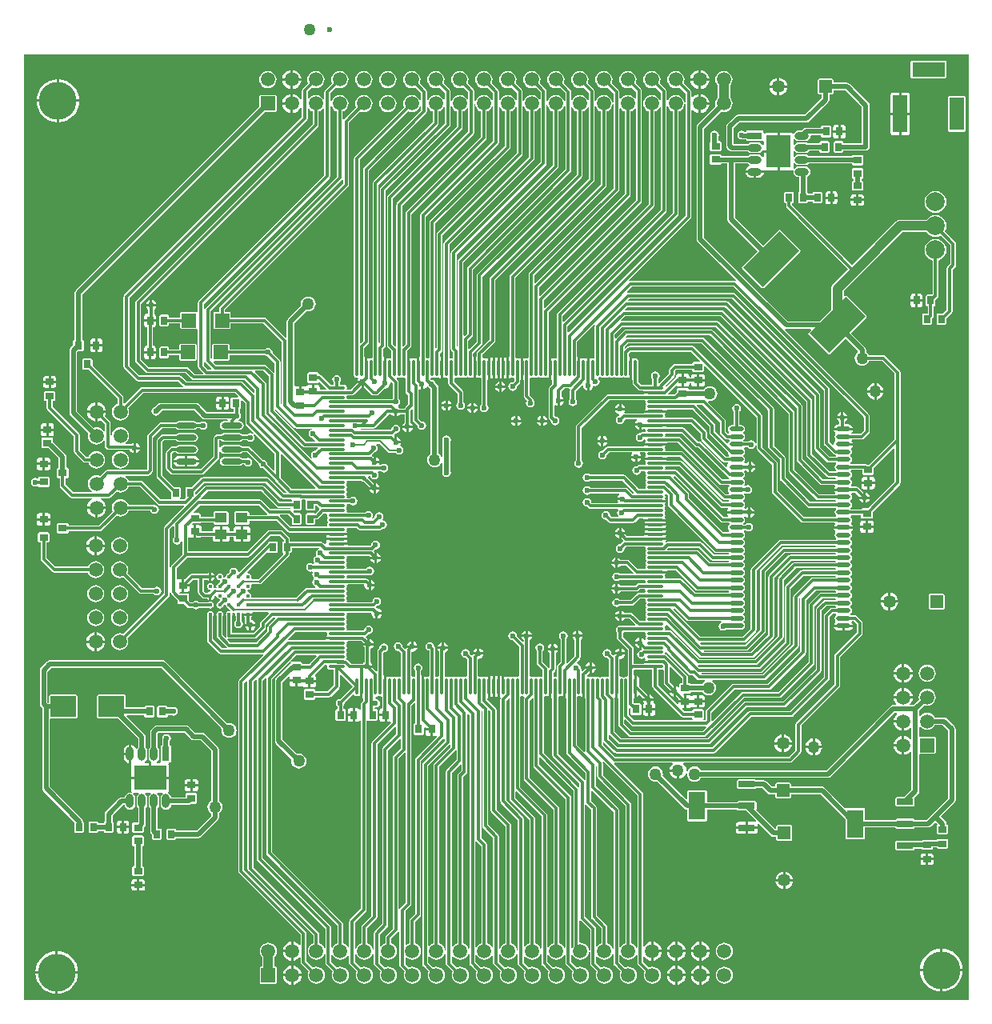
<source format=gtl>
G04 Layer_Physical_Order=1*
G04 Layer_Color=255*
%FSLAX25Y25*%
%MOIN*%
G70*
G01*
G75*
%ADD10R,0.03543X0.02756*%
%ADD11R,0.02756X0.03543*%
G04:AMPARAMS|DCode=12|XSize=212.6mil|YSize=114.17mil|CornerRadius=0mil|HoleSize=0mil|Usage=FLASHONLY|Rotation=45.000|XOffset=0mil|YOffset=0mil|HoleType=Round|Shape=Rectangle|*
%AMROTATEDRECTD12*
4,1,4,-0.03480,-0.11553,-0.11553,-0.03480,0.03480,0.11553,0.11553,0.03480,-0.03480,-0.11553,0.0*
%
%ADD12ROTATEDRECTD12*%

%ADD13R,0.03543X0.03150*%
%ADD14R,0.03150X0.03543*%
%ADD15R,0.05905X0.05905*%
%ADD16R,0.10630X0.08661*%
%ADD17R,0.06890X0.11811*%
%ADD18R,0.06890X0.02756*%
%ADD19O,0.05905X0.02165*%
%ADD20O,0.08661X0.02362*%
%ADD21R,0.03150X0.03543*%
%ADD22R,0.03543X0.03150*%
%ADD23O,0.07087X0.01181*%
%ADD24O,0.01181X0.07087*%
%ADD25R,0.13780X0.10236*%
%ADD26O,0.03150X0.05905*%
%ADD27R,0.03150X0.05905*%
%ADD28C,0.01575*%
%ADD29R,0.05118X0.04331*%
%ADD30R,0.10236X0.13780*%
%ADD31O,0.05905X0.03150*%
%ADD32R,0.05905X0.03150*%
%ADD33C,0.01181*%
%ADD34C,0.00787*%
%ADD35C,0.01968*%
%ADD36C,0.03937*%
%ADD37R,0.05905X0.15748*%
%ADD38R,0.05905X0.13780*%
%ADD39R,0.13780X0.05905*%
%ADD40C,0.05315*%
%ADD41R,0.05315X0.05315*%
%ADD42C,0.07874*%
%ADD43C,0.05905*%
%ADD44R,0.05905X0.05905*%
%ADD45R,0.05315X0.05315*%
%ADD46C,0.15748*%
%ADD47C,0.02362*%
%ADD48C,0.05000*%
G36*
X492126Y98425D02*
X98425D01*
Y492126D01*
X492126D01*
Y98425D01*
D02*
G37*
%LPC*%
G36*
X128445Y271141D02*
X127518Y271019D01*
X126654Y270661D01*
X125912Y270092D01*
X125343Y269350D01*
X124985Y268486D01*
X124863Y267559D01*
X124985Y266632D01*
X125343Y265768D01*
X125912Y265026D01*
X126654Y264457D01*
X127518Y264099D01*
X128445Y263977D01*
X129372Y264099D01*
X130236Y264457D01*
X130978Y265026D01*
X131547Y265768D01*
X131905Y266632D01*
X132027Y267559D01*
X131905Y268486D01*
X131547Y269350D01*
X130978Y270092D01*
X130236Y270661D01*
X129372Y271019D01*
X128445Y271141D01*
D02*
G37*
G36*
X481496Y267577D02*
X476181D01*
X475723Y267387D01*
X475533Y266929D01*
Y261614D01*
X475723Y261156D01*
X476181Y260966D01*
X481496D01*
X481954Y261156D01*
X482144Y261614D01*
Y266929D01*
X481954Y267387D01*
X481496Y267577D01*
D02*
G37*
G36*
X458653Y267895D02*
X458199Y267835D01*
X457309Y267466D01*
X456545Y266880D01*
X455959Y266116D01*
X455590Y265227D01*
X455530Y264772D01*
X458653D01*
Y267895D01*
D02*
G37*
G36*
X138445Y271141D02*
X137518Y271019D01*
X136654Y270661D01*
X135912Y270092D01*
X135343Y269350D01*
X134985Y268486D01*
X134863Y267559D01*
X134985Y266632D01*
X135343Y265768D01*
X135912Y265026D01*
X136654Y264457D01*
X137518Y264099D01*
X138445Y263977D01*
X139372Y264099D01*
X140236Y264457D01*
X140978Y265026D01*
X141547Y265768D01*
X141905Y266632D01*
X142027Y267559D01*
X141905Y268486D01*
X141547Y269350D01*
X140978Y270092D01*
X140236Y270661D01*
X139372Y271019D01*
X138445Y271141D01*
D02*
G37*
G36*
Y261141D02*
X137518Y261019D01*
X136654Y260661D01*
X135912Y260092D01*
X135343Y259350D01*
X134985Y258486D01*
X134863Y257559D01*
X134985Y256632D01*
X135343Y255768D01*
X135912Y255026D01*
X136654Y254457D01*
X137518Y254099D01*
X138445Y253977D01*
X139372Y254099D01*
X140236Y254457D01*
X140978Y255026D01*
X141547Y255768D01*
X141905Y256632D01*
X142027Y257559D01*
X141905Y258486D01*
X141547Y259350D01*
X140978Y260092D01*
X140236Y260661D01*
X139372Y261019D01*
X138445Y261141D01*
D02*
G37*
G36*
X128445D02*
X127518Y261019D01*
X126654Y260661D01*
X125912Y260092D01*
X125343Y259350D01*
X124985Y258486D01*
X124863Y257559D01*
X124985Y256632D01*
X125343Y255768D01*
X125912Y255026D01*
X126654Y254457D01*
X127518Y254099D01*
X128445Y253977D01*
X129372Y254099D01*
X130236Y254457D01*
X130978Y255026D01*
X131547Y255768D01*
X131905Y256632D01*
X132027Y257559D01*
X131905Y258486D01*
X131547Y259350D01*
X130978Y260092D01*
X130236Y260661D01*
X129372Y261019D01*
X128445Y261141D01*
D02*
G37*
G36*
X458653Y263772D02*
X455530D01*
X455590Y263317D01*
X455959Y262427D01*
X456545Y261663D01*
X457309Y261077D01*
X458199Y260708D01*
X458653Y260648D01*
Y263772D01*
D02*
G37*
G36*
X462777D02*
X459654D01*
Y260648D01*
X460108Y260708D01*
X460998Y261077D01*
X461762Y261663D01*
X462348Y262427D01*
X462717Y263317D01*
X462777Y263772D01*
D02*
G37*
G36*
X459654Y267895D02*
Y264772D01*
X462777D01*
X462717Y265227D01*
X462348Y266116D01*
X461762Y266880D01*
X460998Y267466D01*
X460108Y267835D01*
X459654Y267895D01*
D02*
G37*
G36*
X127945Y287059D02*
X124524D01*
X124594Y286527D01*
X124992Y285566D01*
X125626Y284740D01*
X126451Y284106D01*
X127413Y283708D01*
X127945Y283638D01*
Y287059D01*
D02*
G37*
G36*
X176681Y276329D02*
Y275106D01*
X177904D01*
X177865Y275304D01*
X177470Y275895D01*
X176878Y276290D01*
X176681Y276329D01*
D02*
G37*
G36*
X138445Y291141D02*
X137518Y291019D01*
X136654Y290661D01*
X135912Y290092D01*
X135343Y289350D01*
X134985Y288486D01*
X134863Y287559D01*
X134985Y286632D01*
X135343Y285768D01*
X135912Y285026D01*
X136654Y284457D01*
X137518Y284099D01*
X138445Y283977D01*
X139372Y284099D01*
X140236Y284457D01*
X140978Y285026D01*
X141547Y285768D01*
X141905Y286632D01*
X142027Y287559D01*
X141905Y288486D01*
X141547Y289350D01*
X140978Y290092D01*
X140236Y290661D01*
X139372Y291019D01*
X138445Y291141D01*
D02*
G37*
G36*
X132366Y287059D02*
X128945D01*
Y283638D01*
X129477Y283708D01*
X130438Y284106D01*
X131264Y284740D01*
X131898Y285566D01*
X132296Y286527D01*
X132366Y287059D01*
D02*
G37*
G36*
X167653Y270465D02*
X165362D01*
Y268370D01*
X166634D01*
X167024Y268448D01*
X167355Y268669D01*
X167576Y269000D01*
X167653Y269390D01*
Y270465D01*
D02*
G37*
G36*
X138445Y281141D02*
X137518Y281019D01*
X136654Y280661D01*
X135912Y280092D01*
X135343Y279350D01*
X134985Y278486D01*
X134863Y277559D01*
X134985Y276632D01*
X135343Y275768D01*
X135912Y275026D01*
X136654Y274457D01*
X137518Y274099D01*
X138445Y273977D01*
X139372Y274099D01*
X139951Y274339D01*
X146446Y267844D01*
X146839Y267581D01*
X147303Y267489D01*
X152705D01*
X152752Y267418D01*
X153341Y267024D01*
X154035Y266886D01*
X154730Y267024D01*
X155318Y267418D01*
X155712Y268006D01*
X155850Y268701D01*
X155712Y269395D01*
X155318Y269984D01*
X154730Y270377D01*
X154035Y270515D01*
X153341Y270377D01*
X152752Y269984D01*
X152705Y269913D01*
X147805D01*
X141665Y276053D01*
X141905Y276632D01*
X142027Y277559D01*
X141905Y278486D01*
X141547Y279350D01*
X140978Y280092D01*
X140236Y280661D01*
X139372Y281019D01*
X138445Y281141D01*
D02*
G37*
G36*
X108563Y293266D02*
X105020D01*
X104562Y293076D01*
X104372Y292618D01*
Y289469D01*
X104562Y289011D01*
X105020Y288821D01*
X105579D01*
Y281988D01*
X105671Y281524D01*
X105934Y281131D01*
X110363Y276702D01*
X110757Y276439D01*
X111221Y276347D01*
X125103D01*
X125343Y275768D01*
X125912Y275026D01*
X126654Y274457D01*
X127518Y274099D01*
X128445Y273977D01*
X129372Y274099D01*
X130236Y274457D01*
X130978Y275026D01*
X131547Y275768D01*
X131905Y276632D01*
X132027Y277559D01*
X131905Y278486D01*
X131547Y279350D01*
X130978Y280092D01*
X130236Y280661D01*
X129372Y281019D01*
X128445Y281141D01*
X127518Y281019D01*
X126654Y280661D01*
X125912Y280092D01*
X125343Y279350D01*
X125103Y278771D01*
X111723D01*
X108004Y282490D01*
Y288821D01*
X108563D01*
X109021Y289011D01*
X109211Y289469D01*
Y292618D01*
X109021Y293076D01*
X108563Y293266D01*
D02*
G37*
G36*
X177904Y274106D02*
X176681D01*
Y272883D01*
X176878Y272923D01*
X177470Y273318D01*
X177865Y273909D01*
X177904Y274106D01*
D02*
G37*
G36*
X157874Y220923D02*
X154724D01*
X154266Y220734D01*
X154077Y220276D01*
Y216732D01*
X154266Y216274D01*
X154724Y216085D01*
X157874D01*
X158332Y216274D01*
X158522Y216732D01*
Y216890D01*
X160137D01*
X160231Y216828D01*
X160925Y216690D01*
X161619Y216828D01*
X162208Y217221D01*
X162601Y217810D01*
X162740Y218504D01*
X162601Y219198D01*
X162208Y219787D01*
X161619Y220180D01*
X160925Y220318D01*
X160231Y220180D01*
X160137Y220118D01*
X158522D01*
Y220276D01*
X158332Y220734D01*
X157874Y220923D01*
D02*
G37*
G36*
X140354Y225451D02*
X129724D01*
X129266Y225261D01*
X129077Y224803D01*
Y216142D01*
X129266Y215684D01*
X129724Y215494D01*
X137736D01*
X146103Y207127D01*
Y203662D01*
X145684Y203035D01*
X145556Y203011D01*
X145157Y203001D01*
X144966Y203464D01*
X144553Y204002D01*
X144015Y204414D01*
X143389Y204674D01*
X143217Y204696D01*
Y200787D01*
Y196476D01*
X143275Y196382D01*
X143271Y196374D01*
X143193Y195984D01*
Y191366D01*
X150602D01*
Y197004D01*
X148928D01*
X148776Y197504D01*
X149283Y197843D01*
X149764Y198562D01*
X149932Y199409D01*
Y202165D01*
X149764Y203013D01*
X149330Y203662D01*
Y207795D01*
X149207Y208413D01*
X148858Y208936D01*
X141404Y216390D01*
X141611Y216890D01*
X148565D01*
Y216732D01*
X148755Y216274D01*
X149213Y216085D01*
X152362D01*
X152820Y216274D01*
X153010Y216732D01*
Y220276D01*
X152820Y220734D01*
X152362Y220923D01*
X149213D01*
X148755Y220734D01*
X148565Y220276D01*
Y220118D01*
X141002D01*
Y224803D01*
X140812Y225261D01*
X140354Y225451D01*
D02*
G37*
G36*
X465402Y228330D02*
Y224909D01*
X468823D01*
X468753Y225441D01*
X468354Y226403D01*
X467721Y227229D01*
X466895Y227862D01*
X465933Y228260D01*
X465402Y228330D01*
D02*
G37*
G36*
X464402Y228330D02*
X463870Y228260D01*
X462908Y227862D01*
X462082Y227229D01*
X461449Y226403D01*
X461051Y225441D01*
X460981Y224909D01*
X464402D01*
Y228330D01*
D02*
G37*
G36*
Y208330D02*
X463870Y208260D01*
X462908Y207862D01*
X462082Y207229D01*
X461449Y206403D01*
X461051Y205441D01*
X460981Y204909D01*
X464402D01*
Y208330D01*
D02*
G37*
G36*
X428158Y207205D02*
Y204240D01*
X431122D01*
X431067Y204654D01*
X430715Y205505D01*
X430154Y206236D01*
X429423Y206797D01*
X428571Y207150D01*
X428158Y207205D01*
D02*
G37*
G36*
X464402Y213910D02*
X460981D01*
X461051Y213378D01*
X461449Y212416D01*
X462082Y211590D01*
X462908Y210957D01*
X463870Y210558D01*
X464402Y210488D01*
Y213910D01*
D02*
G37*
G36*
X156496Y239803D02*
X109252D01*
X108634Y239680D01*
X108111Y239330D01*
X105650Y236869D01*
X105300Y236346D01*
X105178Y235728D01*
Y221457D01*
X105300Y220839D01*
X105650Y220316D01*
X106162Y219804D01*
Y186516D01*
X106285Y185898D01*
X106634Y185375D01*
X119656Y172353D01*
X119529Y172047D01*
Y168504D01*
X119719Y168046D01*
X120177Y167856D01*
X122933D01*
X123391Y168046D01*
X123581Y168504D01*
Y172047D01*
X123391Y172505D01*
X123169Y172597D01*
Y172736D01*
X123046Y173354D01*
X122696Y173877D01*
X109389Y187184D01*
Y215323D01*
X109646Y215494D01*
X120276D01*
X120734Y215684D01*
X120923Y216142D01*
Y224803D01*
X120734Y225261D01*
X120276Y225451D01*
X109646D01*
X109188Y225261D01*
X108998Y224803D01*
Y222086D01*
X108444D01*
X108405Y222125D01*
Y235060D01*
X109920Y236575D01*
X155828D01*
X181028Y211375D01*
X180930Y210630D01*
X181036Y209821D01*
X181349Y209067D01*
X181845Y208420D01*
X182492Y207923D01*
X183246Y207611D01*
X184055Y207505D01*
X184864Y207611D01*
X185618Y207923D01*
X186265Y208420D01*
X186762Y209067D01*
X187074Y209821D01*
X187180Y210630D01*
X187074Y211439D01*
X186762Y212193D01*
X186265Y212840D01*
X185618Y213336D01*
X184864Y213649D01*
X184055Y213755D01*
X183310Y213657D01*
X157637Y239330D01*
X157114Y239680D01*
X156496Y239803D01*
D02*
G37*
G36*
X468823Y233910D02*
X465402D01*
Y230488D01*
X465933Y230558D01*
X466895Y230957D01*
X467721Y231590D01*
X468354Y232416D01*
X468753Y233378D01*
X468823Y233910D01*
D02*
G37*
G36*
X132366Y247059D02*
X128945D01*
Y243638D01*
X129477Y243708D01*
X130438Y244106D01*
X131264Y244740D01*
X131898Y245566D01*
X132296Y246527D01*
X132366Y247059D01*
D02*
G37*
G36*
X127945D02*
X124524D01*
X124594Y246527D01*
X124992Y245566D01*
X125626Y244740D01*
X126451Y244106D01*
X127413Y243708D01*
X127945Y243638D01*
Y247059D01*
D02*
G37*
G36*
X128945Y251480D02*
Y248059D01*
X132366D01*
X132296Y248591D01*
X131898Y249552D01*
X131264Y250378D01*
X130438Y251012D01*
X129477Y251410D01*
X128945Y251480D01*
D02*
G37*
G36*
X127945D02*
X127413Y251410D01*
X126451Y251012D01*
X125626Y250378D01*
X124992Y249552D01*
X124594Y248591D01*
X124524Y248059D01*
X127945D01*
Y251480D01*
D02*
G37*
G36*
X474902Y237991D02*
X473975Y237869D01*
X473111Y237511D01*
X472369Y236942D01*
X471800Y236200D01*
X471442Y235336D01*
X471320Y234409D01*
X471442Y233482D01*
X471800Y232618D01*
X472369Y231877D01*
X473111Y231308D01*
X473975Y230950D01*
X474902Y230828D01*
X475829Y230950D01*
X476692Y231308D01*
X477434Y231877D01*
X478004Y232618D01*
X478361Y233482D01*
X478483Y234409D01*
X478361Y235336D01*
X478004Y236200D01*
X477434Y236942D01*
X476692Y237511D01*
X475829Y237869D01*
X474902Y237991D01*
D02*
G37*
G36*
X464402Y233910D02*
X460981D01*
X461051Y233378D01*
X461449Y232416D01*
X462082Y231590D01*
X462908Y230957D01*
X463870Y230558D01*
X464402Y230488D01*
Y233910D01*
D02*
G37*
G36*
X465402Y238331D02*
Y234910D01*
X468823D01*
X468753Y235441D01*
X468354Y236403D01*
X467721Y237229D01*
X466895Y237862D01*
X465933Y238261D01*
X465402Y238331D01*
D02*
G37*
G36*
X464402Y238331D02*
X463870Y238261D01*
X462908Y237862D01*
X462082Y237229D01*
X461449Y236403D01*
X461051Y235441D01*
X460981Y234910D01*
X464402D01*
Y238331D01*
D02*
G37*
G36*
X127945Y291480D02*
X127413Y291410D01*
X126451Y291012D01*
X125626Y290378D01*
X124992Y289552D01*
X124594Y288591D01*
X124524Y288059D01*
X127945D01*
Y291480D01*
D02*
G37*
G36*
X188287Y324531D02*
X181988D01*
X181294Y324393D01*
X180705Y324000D01*
X180312Y323411D01*
X180174Y322716D01*
X180312Y322022D01*
X180705Y321434D01*
X181294Y321040D01*
X181988Y320902D01*
X188287D01*
X188982Y321040D01*
X189570Y321434D01*
X189618Y321504D01*
X190349D01*
X190646Y321059D01*
X191235Y320666D01*
X191929Y320528D01*
X192623Y320666D01*
X193212Y321059D01*
X193605Y321648D01*
X193744Y322342D01*
X193605Y323037D01*
X193212Y323625D01*
X192623Y324019D01*
X191929Y324157D01*
X191235Y324019D01*
X191100Y323929D01*
X189618D01*
X189570Y324000D01*
X188982Y324393D01*
X188287Y324531D01*
D02*
G37*
G36*
X171514Y322217D02*
X166740D01*
Y320493D01*
X169390D01*
X170241Y320662D01*
X170962Y321144D01*
X171444Y321866D01*
X171514Y322217D01*
D02*
G37*
G36*
X106291Y324248D02*
X105020D01*
X104630Y324170D01*
X104299Y323949D01*
X104078Y323619D01*
X104000Y323228D01*
Y322154D01*
X106291D01*
Y324248D01*
D02*
G37*
G36*
X401583Y322498D02*
Y320874D01*
X403207D01*
X403137Y321225D01*
X402655Y321947D01*
X401934Y322429D01*
X401583Y322498D01*
D02*
G37*
G36*
X111024Y351927D02*
X107480D01*
X107022Y351738D01*
X106833Y351279D01*
Y348524D01*
X107022Y348066D01*
X107480Y347876D01*
X108040D01*
Y344980D01*
X108132Y344516D01*
X108395Y344123D01*
X119359Y333159D01*
Y326772D01*
X119451Y326308D01*
X119714Y325914D01*
X123159Y322470D01*
X123552Y322207D01*
X124016Y322114D01*
X125438D01*
X125678Y321536D01*
X126247Y320794D01*
X126989Y320225D01*
X127852Y319867D01*
X128779Y319745D01*
X129707Y319867D01*
X130570Y320225D01*
X131312Y320794D01*
X131881Y321536D01*
X132239Y322400D01*
X132361Y323327D01*
X132239Y324254D01*
X131881Y325118D01*
X131312Y325859D01*
X130570Y326429D01*
X129707Y326786D01*
X128779Y326909D01*
X127852Y326786D01*
X126989Y326429D01*
X126247Y325859D01*
X125678Y325118D01*
X125438Y324539D01*
X124518D01*
X121783Y327274D01*
Y333661D01*
X121691Y334125D01*
X121428Y334519D01*
X110464Y345482D01*
Y347876D01*
X111024D01*
X111482Y348066D01*
X111671Y348524D01*
Y351279D01*
X111482Y351738D01*
X111024Y351927D01*
D02*
G37*
G36*
X109583Y321154D02*
X107291D01*
Y319059D01*
X108563D01*
X108953Y319137D01*
X109284Y319358D01*
X109505Y319689D01*
X109583Y320079D01*
Y321154D01*
D02*
G37*
G36*
X165740Y322217D02*
X160966D01*
X161036Y321866D01*
X161518Y321144D01*
X162240Y320662D01*
X163091Y320493D01*
X165740D01*
Y322217D01*
D02*
G37*
G36*
X138779Y326909D02*
X137853Y326786D01*
X136989Y326429D01*
X136247Y325859D01*
X135678Y325118D01*
X135320Y324254D01*
X135198Y323327D01*
X135320Y322400D01*
X135678Y321536D01*
X136247Y320794D01*
X136989Y320225D01*
X137853Y319867D01*
X138779Y319745D01*
X139707Y319867D01*
X140570Y320225D01*
X141312Y320794D01*
X141882Y321536D01*
X142239Y322400D01*
X142361Y323327D01*
X142239Y324254D01*
X141882Y325118D01*
X141312Y325859D01*
X140570Y326429D01*
X139707Y326786D01*
X138779Y326909D01*
D02*
G37*
G36*
X108563Y324248D02*
X107291D01*
Y322154D01*
X109583D01*
Y323228D01*
X109505Y323619D01*
X109284Y323949D01*
X108953Y324170D01*
X108563Y324248D01*
D02*
G37*
G36*
X107768Y335425D02*
X105476D01*
Y334350D01*
X105554Y333960D01*
X105775Y333629D01*
X106106Y333408D01*
X106496Y333331D01*
X107768D01*
Y335425D01*
D02*
G37*
G36*
X145185Y330372D02*
Y328748D01*
X146809D01*
X146740Y329099D01*
X146257Y329820D01*
X145536Y330303D01*
X145185Y330372D01*
D02*
G37*
G36*
X107768Y338520D02*
X106496D01*
X106106Y338442D01*
X105775Y338221D01*
X105554Y337890D01*
X105476Y337500D01*
Y336425D01*
X107768D01*
Y338520D01*
D02*
G37*
G36*
X111059Y335425D02*
X108768D01*
Y333331D01*
X110039D01*
X110430Y333408D01*
X110760Y333629D01*
X110981Y333960D01*
X111059Y334350D01*
Y335425D01*
D02*
G37*
G36*
X169390Y324940D02*
X166740D01*
Y323217D01*
X171514D01*
X171444Y323568D01*
X170962Y324289D01*
X170241Y324771D01*
X169390Y324940D01*
D02*
G37*
G36*
X165740D02*
X163091D01*
X162240Y324771D01*
X161518Y324289D01*
X161036Y323568D01*
X160966Y323217D01*
X165740D01*
Y324940D01*
D02*
G37*
G36*
X146809Y327748D02*
X145185D01*
Y326124D01*
X145536Y326193D01*
X146257Y326676D01*
X146740Y327397D01*
X146809Y327748D01*
D02*
G37*
G36*
X203150Y475392D02*
X197244D01*
X196786Y475202D01*
X196596Y474744D01*
Y470473D01*
X120119Y393995D01*
X119769Y393472D01*
X119646Y392854D01*
Y373466D01*
X119227Y373293D01*
X119037Y372835D01*
Y371123D01*
X117953Y370039D01*
X117604Y369515D01*
X117481Y368898D01*
Y343012D01*
X117604Y342394D01*
X117953Y341871D01*
X125393Y334431D01*
X125320Y334254D01*
X125198Y333327D01*
X125320Y332400D01*
X125678Y331536D01*
X126247Y330794D01*
X126989Y330225D01*
X127852Y329867D01*
X128779Y329745D01*
X129707Y329867D01*
X130570Y330225D01*
X131312Y330794D01*
X131811Y331445D01*
X132186Y331378D01*
X132311Y331312D01*
Y329075D01*
X132404Y328611D01*
X132666Y328218D01*
X133001Y327883D01*
X133394Y327620D01*
X133858Y327528D01*
X142604D01*
X142631Y327397D01*
X143113Y326676D01*
X143834Y326193D01*
X144185Y326124D01*
Y328248D01*
Y330372D01*
X143834Y330303D01*
X143310Y329952D01*
X141037D01*
X140867Y330452D01*
X141312Y330794D01*
X141882Y331536D01*
X142239Y332400D01*
X142361Y333327D01*
X142239Y334254D01*
X141882Y335118D01*
X141312Y335859D01*
X140570Y336429D01*
X139707Y336787D01*
X138779Y336909D01*
X137853Y336787D01*
X136989Y336429D01*
X136247Y335859D01*
X135678Y335118D01*
X135320Y334254D01*
X135236Y333617D01*
X134736Y333649D01*
Y338583D01*
X134644Y339047D01*
X134381Y339440D01*
X132307Y341514D01*
X132631Y342295D01*
X132701Y342827D01*
X129279D01*
Y339406D01*
X129811Y339476D01*
X130593Y339799D01*
X132311Y338081D01*
Y335341D01*
X132186Y335276D01*
X131811Y335209D01*
X131312Y335859D01*
X130570Y336429D01*
X129707Y336787D01*
X128779Y336909D01*
X127852Y336787D01*
X127675Y336713D01*
X120708Y343680D01*
Y368229D01*
X121123Y368644D01*
X122835D01*
X123293Y368833D01*
X123482Y369291D01*
Y372835D01*
X123293Y373293D01*
X122873Y373466D01*
Y392186D01*
X198879Y468191D01*
X203150D01*
X203608Y468381D01*
X203797Y468839D01*
Y474744D01*
X203608Y475202D01*
X203150Y475392D01*
D02*
G37*
G36*
X449303Y298067D02*
X448032D01*
X447641Y297989D01*
X447310Y297768D01*
X447089Y297437D01*
X447012Y297047D01*
Y295972D01*
X449303D01*
Y298067D01*
D02*
G37*
G36*
X109583Y298024D02*
X107291D01*
Y295929D01*
X108563D01*
X108953Y296007D01*
X109284Y296228D01*
X109505Y296559D01*
X109583Y296949D01*
Y298024D01*
D02*
G37*
G36*
X106291Y301118D02*
X105020D01*
X104630Y301040D01*
X104299Y300819D01*
X104078Y300489D01*
X104000Y300098D01*
Y299024D01*
X106291D01*
Y301118D01*
D02*
G37*
G36*
X451575Y298067D02*
X450303D01*
Y295972D01*
X452594D01*
Y297047D01*
X452517Y297437D01*
X452296Y297768D01*
X451965Y297989D01*
X451575Y298067D01*
D02*
G37*
G36*
X449303Y294972D02*
X447012D01*
Y293898D01*
X447089Y293508D01*
X447310Y293177D01*
X447641Y292956D01*
X448032Y292878D01*
X449303D01*
Y294972D01*
D02*
G37*
G36*
X128945Y291480D02*
Y288059D01*
X132366D01*
X132296Y288591D01*
X131898Y289552D01*
X131264Y290378D01*
X130438Y291012D01*
X129477Y291410D01*
X128945Y291480D01*
D02*
G37*
G36*
X106291Y298024D02*
X104000D01*
Y296949D01*
X104078Y296559D01*
X104299Y296228D01*
X104630Y296007D01*
X105020Y295929D01*
X106291D01*
Y298024D01*
D02*
G37*
G36*
X452594Y294972D02*
X450303D01*
Y292878D01*
X451575D01*
X451965Y292956D01*
X452296Y293177D01*
X452517Y293508D01*
X452594Y293898D01*
Y294972D01*
D02*
G37*
G36*
X108563Y301118D02*
X107291D01*
Y299024D01*
X109583D01*
Y300098D01*
X109505Y300489D01*
X109284Y300819D01*
X108953Y301040D01*
X108563Y301118D01*
D02*
G37*
G36*
Y316396D02*
X105020D01*
X104562Y316206D01*
X104464Y315971D01*
X104128Y315718D01*
X103872Y315686D01*
X103347Y315791D01*
X102652Y315653D01*
X102064Y315259D01*
X101670Y314671D01*
X101532Y313976D01*
X101670Y313282D01*
X102064Y312693D01*
X102652Y312300D01*
X103347Y312162D01*
X104041Y312300D01*
X104069Y312319D01*
X104548Y312174D01*
X104562Y312140D01*
X105020Y311951D01*
X108563D01*
X109021Y312140D01*
X109211Y312598D01*
Y315748D01*
X109021Y316206D01*
X108563Y316396D01*
D02*
G37*
G36*
X401287Y303601D02*
Y301976D01*
X402912D01*
X402842Y302327D01*
X402360Y303049D01*
X401638Y303531D01*
X401287Y303601D01*
D02*
G37*
G36*
X106291Y321154D02*
X104000D01*
Y320079D01*
X104078Y319689D01*
X104299Y319358D01*
X104630Y319137D01*
X105020Y319059D01*
X106291D01*
Y321154D01*
D02*
G37*
G36*
X403207Y319874D02*
X401583D01*
Y318250D01*
X401934Y318320D01*
X402655Y318801D01*
X403137Y319523D01*
X403207Y319874D01*
D02*
G37*
G36*
X128279Y302827D02*
X124858D01*
X124928Y302295D01*
X125327Y301333D01*
X125960Y300508D01*
X126786Y299874D01*
X127748Y299476D01*
X128279Y299406D01*
Y302827D01*
D02*
G37*
G36*
X402912Y300976D02*
X401287D01*
Y299352D01*
X401638Y299422D01*
X402360Y299904D01*
X402842Y300625D01*
X402912Y300976D01*
D02*
G37*
G36*
X138779Y306909D02*
X137853Y306786D01*
X136989Y306429D01*
X136247Y305859D01*
X135678Y305118D01*
X135320Y304254D01*
X135198Y303327D01*
X135320Y302400D01*
X135559Y301821D01*
X129734Y295996D01*
X117085D01*
Y296358D01*
X116895Y296816D01*
X116437Y297006D01*
X112894D01*
X112436Y296816D01*
X112246Y296358D01*
Y293209D01*
X112436Y292751D01*
X112894Y292561D01*
X116437D01*
X116895Y292751D01*
X117085Y293209D01*
Y293571D01*
X130236D01*
X130700Y293664D01*
X131093Y293926D01*
X137274Y300107D01*
X137853Y299867D01*
X138779Y299745D01*
X139707Y299867D01*
X140570Y300225D01*
X141312Y300794D01*
X141882Y301536D01*
X142121Y302115D01*
X151345D01*
X151375Y301963D01*
X151768Y301375D01*
X152357Y300981D01*
X153051Y300843D01*
X153745Y300981D01*
X154334Y301375D01*
X154727Y301963D01*
X154866Y302658D01*
X154727Y303352D01*
X154334Y303941D01*
X153745Y304334D01*
X153051Y304472D01*
X152864Y304435D01*
X152846Y304447D01*
X152382Y304539D01*
X142121D01*
X141882Y305118D01*
X141312Y305859D01*
X140570Y306429D01*
X139707Y306786D01*
X138779Y306909D01*
D02*
G37*
G36*
X132701Y302827D02*
X129279D01*
Y299406D01*
X129811Y299476D01*
X130773Y299874D01*
X131599Y300508D01*
X132232Y301333D01*
X132631Y302295D01*
X132701Y302827D01*
D02*
G37*
G36*
X427157Y207205D02*
X426744Y207150D01*
X425892Y206797D01*
X425161Y206236D01*
X424600Y205505D01*
X424248Y204654D01*
X424193Y204240D01*
X427157D01*
Y207205D01*
D02*
G37*
G36*
X209854Y118102D02*
X206433D01*
X206503Y117570D01*
X206902Y116609D01*
X207535Y115783D01*
X208361Y115150D01*
X209322Y114751D01*
X209854Y114681D01*
Y118102D01*
D02*
G37*
G36*
X481307Y119596D02*
Y111228D01*
X489675D01*
X489553Y112468D01*
X489045Y114141D01*
X488221Y115682D01*
X487112Y117034D01*
X485761Y118142D01*
X484220Y118966D01*
X482547Y119474D01*
X481307Y119596D01*
D02*
G37*
G36*
X369854Y118102D02*
X366433D01*
X366503Y117570D01*
X366902Y116609D01*
X367535Y115783D01*
X368361Y115150D01*
X369322Y114751D01*
X369854Y114681D01*
Y118102D01*
D02*
G37*
G36*
X364275D02*
X360854D01*
Y114681D01*
X361386Y114751D01*
X362348Y115150D01*
X363174Y115783D01*
X363807Y116609D01*
X364205Y117570D01*
X364275Y118102D01*
D02*
G37*
G36*
X111705Y118612D02*
X110465Y118490D01*
X108792Y117982D01*
X107251Y117158D01*
X105900Y116049D01*
X104791Y114698D01*
X103966Y113156D01*
X103459Y111484D01*
X103337Y110244D01*
X111705D01*
Y118612D01*
D02*
G37*
G36*
X380854Y112523D02*
Y109102D01*
X384275D01*
X384205Y109634D01*
X383807Y110596D01*
X383173Y111422D01*
X382348Y112055D01*
X381386Y112453D01*
X380854Y112523D01*
D02*
G37*
G36*
X480307Y119596D02*
X479068Y119474D01*
X477395Y118966D01*
X475853Y118142D01*
X474502Y117034D01*
X473393Y115682D01*
X472569Y114141D01*
X472061Y112468D01*
X471939Y111228D01*
X480307D01*
Y119596D01*
D02*
G37*
G36*
X112705Y118612D02*
Y110244D01*
X121072D01*
X120950Y111484D01*
X120443Y113156D01*
X119619Y114698D01*
X118510Y116049D01*
X117159Y117158D01*
X115617Y117982D01*
X113944Y118490D01*
X112705Y118612D01*
D02*
G37*
G36*
X374275Y118102D02*
X370854D01*
Y114681D01*
X371386Y114751D01*
X372348Y115150D01*
X373173Y115783D01*
X373807Y116609D01*
X374205Y117570D01*
X374275Y118102D01*
D02*
G37*
G36*
X369854Y122523D02*
X369322Y122453D01*
X368361Y122055D01*
X367535Y121422D01*
X366902Y120596D01*
X366503Y119634D01*
X366433Y119102D01*
X369854D01*
Y122523D01*
D02*
G37*
G36*
X360854D02*
Y119102D01*
X364275D01*
X364205Y119634D01*
X363807Y120596D01*
X363174Y121422D01*
X362348Y122055D01*
X361386Y122453D01*
X360854Y122523D01*
D02*
G37*
G36*
X379854D02*
X379322Y122453D01*
X378361Y122055D01*
X377535Y121422D01*
X376902Y120596D01*
X376503Y119634D01*
X376433Y119102D01*
X379854D01*
Y122523D01*
D02*
G37*
G36*
X370854D02*
Y119102D01*
X374275D01*
X374205Y119634D01*
X373807Y120596D01*
X373173Y121422D01*
X372348Y122055D01*
X371386Y122453D01*
X370854Y122523D01*
D02*
G37*
G36*
X384275Y118102D02*
X380854D01*
Y114681D01*
X381386Y114751D01*
X382348Y115150D01*
X383173Y115783D01*
X383807Y116609D01*
X384205Y117570D01*
X384275Y118102D01*
D02*
G37*
G36*
X379854D02*
X376433D01*
X376503Y117570D01*
X376902Y116609D01*
X377535Y115783D01*
X378361Y115150D01*
X379322Y114751D01*
X379854Y114681D01*
Y118102D01*
D02*
G37*
G36*
X209854Y122523D02*
X209322Y122453D01*
X208361Y122055D01*
X207535Y121422D01*
X206902Y120596D01*
X206503Y119634D01*
X206433Y119102D01*
X209854D01*
Y122523D01*
D02*
G37*
G36*
X390354Y122184D02*
X389427Y122062D01*
X388563Y121704D01*
X387822Y121135D01*
X387252Y120393D01*
X386895Y119529D01*
X386772Y118602D01*
X386895Y117675D01*
X387252Y116811D01*
X387822Y116070D01*
X388563Y115500D01*
X389427Y115143D01*
X390354Y115021D01*
X391281Y115143D01*
X392145Y115500D01*
X392887Y116070D01*
X393456Y116811D01*
X393814Y117675D01*
X393936Y118602D01*
X393814Y119529D01*
X393456Y120393D01*
X392887Y121135D01*
X392145Y121704D01*
X391281Y122062D01*
X390354Y122184D01*
D02*
G37*
G36*
X214275Y108102D02*
X210854D01*
Y104681D01*
X211386Y104751D01*
X212348Y105150D01*
X213174Y105783D01*
X213807Y106609D01*
X214205Y107571D01*
X214275Y108102D01*
D02*
G37*
G36*
X209854D02*
X206433D01*
X206503Y107571D01*
X206902Y106609D01*
X207535Y105783D01*
X208361Y105150D01*
X209322Y104751D01*
X209854Y104681D01*
Y108102D01*
D02*
G37*
G36*
X374275D02*
X370854D01*
Y104681D01*
X371386Y104751D01*
X372348Y105150D01*
X373173Y105783D01*
X373807Y106609D01*
X374205Y107571D01*
X374275Y108102D01*
D02*
G37*
G36*
X369854D02*
X366433D01*
X366503Y107571D01*
X366902Y106609D01*
X367535Y105783D01*
X368361Y105150D01*
X369322Y104751D01*
X369854Y104681D01*
Y108102D01*
D02*
G37*
G36*
X121072Y109244D02*
X112705D01*
Y100876D01*
X113944Y100998D01*
X115617Y101506D01*
X117159Y102330D01*
X118510Y103439D01*
X119619Y104790D01*
X120443Y106332D01*
X120950Y108004D01*
X121072Y109244D01*
D02*
G37*
G36*
X111705D02*
X103337D01*
X103459Y108004D01*
X103966Y106332D01*
X104791Y104790D01*
X105900Y103439D01*
X107251Y102330D01*
X108792Y101506D01*
X110465Y100998D01*
X111705Y100876D01*
Y109244D01*
D02*
G37*
G36*
X489675Y110228D02*
X481307D01*
Y101861D01*
X482547Y101983D01*
X484220Y102490D01*
X485761Y103314D01*
X487112Y104423D01*
X488221Y105774D01*
X489045Y107316D01*
X489553Y108989D01*
X489675Y110228D01*
D02*
G37*
G36*
X480307D02*
X471939D01*
X472061Y108989D01*
X472569Y107316D01*
X473393Y105774D01*
X474502Y104423D01*
X475853Y103314D01*
X477395Y102490D01*
X479068Y101983D01*
X480307Y101861D01*
Y110228D01*
D02*
G37*
G36*
X379854Y108102D02*
X376433D01*
X376503Y107571D01*
X376902Y106609D01*
X377535Y105783D01*
X378361Y105150D01*
X379322Y104751D01*
X379854Y104681D01*
Y108102D01*
D02*
G37*
G36*
X369854Y112523D02*
X369322Y112453D01*
X368361Y112055D01*
X367535Y111422D01*
X366902Y110596D01*
X366503Y109634D01*
X366433Y109102D01*
X369854D01*
Y112523D01*
D02*
G37*
G36*
X210854D02*
Y109102D01*
X214275D01*
X214205Y109634D01*
X213807Y110596D01*
X213174Y111422D01*
X212348Y112055D01*
X211386Y112453D01*
X210854Y112523D01*
D02*
G37*
G36*
X379854D02*
X379322Y112453D01*
X378361Y112055D01*
X377535Y111422D01*
X376902Y110596D01*
X376503Y109634D01*
X376433Y109102D01*
X379854D01*
Y112523D01*
D02*
G37*
G36*
X370854D02*
Y109102D01*
X374275D01*
X374205Y109634D01*
X373807Y110596D01*
X373173Y111422D01*
X372348Y112055D01*
X371386Y112453D01*
X370854Y112523D01*
D02*
G37*
G36*
X200354Y122184D02*
X199427Y122062D01*
X198563Y121704D01*
X197822Y121135D01*
X197252Y120393D01*
X196895Y119529D01*
X196773Y118602D01*
X196895Y117675D01*
X197252Y116811D01*
X197765Y116143D01*
Y112203D01*
X197402D01*
X196944Y112013D01*
X196754Y111555D01*
Y105650D01*
X196944Y105192D01*
X197402Y105002D01*
X203307D01*
X203765Y105192D01*
X203955Y105650D01*
Y111555D01*
X203765Y112013D01*
X203307Y112203D01*
X202943D01*
Y116143D01*
X203456Y116811D01*
X203814Y117675D01*
X203936Y118602D01*
X203814Y119529D01*
X203456Y120393D01*
X202887Y121135D01*
X202145Y121704D01*
X201281Y122062D01*
X200354Y122184D01*
D02*
G37*
G36*
X384275Y108102D02*
X380854D01*
Y104681D01*
X381386Y104751D01*
X382348Y105150D01*
X383173Y105783D01*
X383807Y106609D01*
X384205Y107571D01*
X384275Y108102D01*
D02*
G37*
G36*
X209854Y112523D02*
X209322Y112453D01*
X208361Y112055D01*
X207535Y111422D01*
X206902Y110596D01*
X206503Y109634D01*
X206433Y109102D01*
X209854D01*
Y112523D01*
D02*
G37*
G36*
X390354Y112184D02*
X389427Y112062D01*
X388563Y111704D01*
X387822Y111135D01*
X387252Y110393D01*
X386895Y109529D01*
X386772Y108602D01*
X386895Y107675D01*
X387252Y106811D01*
X387822Y106070D01*
X388563Y105500D01*
X389427Y105143D01*
X390354Y105020D01*
X391281Y105143D01*
X392145Y105500D01*
X392887Y106070D01*
X393456Y106811D01*
X393814Y107675D01*
X393936Y108602D01*
X393814Y109529D01*
X393456Y110393D01*
X392887Y111135D01*
X392145Y111704D01*
X391281Y112062D01*
X390354Y112184D01*
D02*
G37*
G36*
X380854Y122523D02*
Y119102D01*
X384275D01*
X384205Y119634D01*
X383807Y120596D01*
X383173Y121422D01*
X382348Y122055D01*
X381386Y122453D01*
X380854Y122523D01*
D02*
G37*
G36*
X361713Y195546D02*
X360904Y195440D01*
X360150Y195128D01*
X359503Y194631D01*
X359006Y193984D01*
X358694Y193230D01*
X358587Y192421D01*
X358694Y191612D01*
X359006Y190859D01*
X359503Y190211D01*
X360150Y189715D01*
X360904Y189403D01*
X361713Y189296D01*
X362458Y189394D01*
X373859Y177993D01*
X374382Y177643D01*
X374943Y177532D01*
Y173228D01*
X375132Y172770D01*
X375591Y172581D01*
X382480D01*
X382938Y172770D01*
X383128Y173228D01*
Y177520D01*
X395710D01*
X395802Y177298D01*
X396260Y177108D01*
X399448D01*
X403723Y172833D01*
X403712Y172807D01*
X403429Y172421D01*
X403150Y172476D01*
X400205D01*
Y170579D01*
X404169D01*
Y171457D01*
X404114Y171736D01*
X404500Y172019D01*
X404526Y172030D01*
X409883Y166674D01*
X410406Y166324D01*
X411024Y166201D01*
X412049D01*
Y165157D01*
X412239Y164699D01*
X412697Y164510D01*
X418012D01*
X418470Y164699D01*
X418660Y165157D01*
Y170472D01*
X418470Y170931D01*
X418012Y171120D01*
X412697D01*
X412239Y170931D01*
X412049Y170472D01*
Y169774D01*
X411549Y169572D01*
X403671Y177450D01*
X403797Y177756D01*
Y180512D01*
X403608Y180970D01*
X403150Y181159D01*
X396260D01*
X395802Y180970D01*
X395710Y180748D01*
X383128D01*
Y185039D01*
X382938Y185497D01*
X382480Y185687D01*
X375591D01*
X375132Y185497D01*
X374943Y185039D01*
Y182126D01*
X374481Y181935D01*
X364740Y191676D01*
X364838Y192421D01*
X364731Y193230D01*
X364419Y193984D01*
X363922Y194631D01*
X363275Y195128D01*
X362522Y195440D01*
X361713Y195546D01*
D02*
G37*
G36*
X141142Y173067D02*
X140264D01*
Y170776D01*
X142161D01*
Y172047D01*
X142084Y172437D01*
X141863Y172768D01*
X141532Y172989D01*
X141142Y173067D01*
D02*
G37*
G36*
X167807Y187295D02*
X165516D01*
Y186221D01*
X165594Y185830D01*
X165814Y185500D01*
X166145Y185278D01*
X166535Y185201D01*
X167807D01*
Y187295D01*
D02*
G37*
G36*
X159012Y190366D02*
X151102D01*
X143193D01*
Y185748D01*
X143271Y185358D01*
X143473Y185055D01*
X143441Y184937D01*
X143244Y184591D01*
X142717Y184696D01*
X141869Y184527D01*
X141150Y184047D01*
X140669Y183328D01*
X140548Y182716D01*
X139272D01*
X138654Y182593D01*
X138131Y182243D01*
X132717Y176830D01*
X132367Y176306D01*
X132245Y175689D01*
Y172597D01*
X132022Y172505D01*
X131833Y172047D01*
Y171889D01*
X129486D01*
Y172047D01*
X129297Y172505D01*
X128839Y172695D01*
X126083D01*
X125625Y172505D01*
X125435Y172047D01*
Y168504D01*
X125625Y168046D01*
X126083Y167856D01*
X128839D01*
X129297Y168046D01*
X129486Y168504D01*
Y168662D01*
X131833D01*
Y168504D01*
X132022Y168046D01*
X132480Y167856D01*
X135236D01*
X135694Y168046D01*
X135884Y168504D01*
Y172047D01*
X135694Y172505D01*
X135472Y172597D01*
Y175021D01*
X139940Y179489D01*
X140548D01*
X140669Y178876D01*
X141150Y178158D01*
X141869Y177677D01*
X142717Y177509D01*
X143564Y177677D01*
X144283Y178158D01*
X144764Y178876D01*
X144932Y179724D01*
Y182480D01*
X144764Y183328D01*
X144283Y184047D01*
X143948Y184271D01*
X144143Y184742D01*
X144213Y184728D01*
X146269D01*
X146421Y184228D01*
X146150Y184047D01*
X145669Y183328D01*
X145501Y182480D01*
Y179724D01*
X145669Y178876D01*
X146103Y178228D01*
Y172302D01*
X146102Y172301D01*
X144390D01*
X143932Y172112D01*
X143742Y171653D01*
Y168504D01*
X143932Y168046D01*
X144390Y167856D01*
X147933D01*
X148391Y168046D01*
X148581Y168504D01*
Y170216D01*
X148858Y170493D01*
X149207Y171016D01*
X149330Y171634D01*
Y178228D01*
X149764Y178876D01*
X149932Y179724D01*
Y182480D01*
X149764Y183328D01*
X149283Y184047D01*
X149012Y184228D01*
X149164Y184728D01*
X151269D01*
X151421Y184228D01*
X151150Y184047D01*
X150669Y183328D01*
X150501Y182480D01*
Y179724D01*
X150669Y178876D01*
X151103Y178228D01*
Y168642D01*
X151226Y168024D01*
X151576Y167501D01*
X152010Y167066D01*
Y165551D01*
X152199Y165093D01*
X152657Y164903D01*
X155413D01*
X155871Y165093D01*
X156061Y165551D01*
Y169095D01*
X155871Y169553D01*
X155413Y169742D01*
X154330D01*
Y178228D01*
X154764Y178876D01*
X154932Y179724D01*
Y182480D01*
X154764Y183328D01*
X154283Y184047D01*
X154012Y184228D01*
X154164Y184728D01*
X156269D01*
X156421Y184228D01*
X156150Y184047D01*
X155669Y183328D01*
X155501Y182480D01*
Y179724D01*
X155669Y178876D01*
X156150Y178158D01*
X156869Y177677D01*
X157717Y177509D01*
X158564Y177677D01*
X159283Y178158D01*
X159764Y178876D01*
X159886Y179489D01*
X167126D01*
X167744Y179612D01*
X168267Y179961D01*
X168367Y180061D01*
X170079D01*
X170537Y180251D01*
X170727Y180709D01*
Y183858D01*
X170537Y184316D01*
X170079Y184506D01*
X166535D01*
X166077Y184316D01*
X165888Y183858D01*
Y182716D01*
X159886D01*
X159764Y183328D01*
X159283Y184047D01*
X158715Y184427D01*
X158656Y184903D01*
X158681Y185005D01*
X158713Y185027D01*
X158934Y185358D01*
X159012Y185748D01*
Y190366D01*
D02*
G37*
G36*
X166153Y212736D02*
X154035D01*
X153418Y212613D01*
X152894Y212263D01*
X151576Y210944D01*
X151226Y210421D01*
X151103Y209803D01*
Y203662D01*
X150669Y203013D01*
X150501Y202165D01*
Y199409D01*
X150669Y198562D01*
X151150Y197843D01*
X151657Y197504D01*
X151602Y197325D01*
Y191366D01*
X159012D01*
Y195984D01*
X158934Y196374D01*
X158725Y196687D01*
X158747Y196796D01*
X158892Y197187D01*
X159291D01*
X159749Y197377D01*
X159939Y197835D01*
Y203740D01*
X159749Y204198D01*
X159330Y204372D01*
Y206014D01*
X159649Y206491D01*
X159787Y207185D01*
X159649Y207879D01*
X159255Y208468D01*
X158667Y208861D01*
X157972Y208999D01*
X157278Y208861D01*
X156690Y208468D01*
X156296Y207879D01*
X156232Y207556D01*
X156226Y207547D01*
X156103Y206929D01*
Y204372D01*
X155684Y204198D01*
X155494Y203740D01*
Y197835D01*
X155631Y197504D01*
X155403Y197004D01*
X153928D01*
X153776Y197504D01*
X154283Y197843D01*
X154764Y198562D01*
X154932Y199409D01*
Y202165D01*
X154764Y203013D01*
X154330Y203662D01*
Y209135D01*
X154704Y209508D01*
X165485D01*
X168071Y206922D01*
X168595Y206572D01*
X169212Y206449D01*
X172174D01*
X176536Y202087D01*
Y181309D01*
X175940Y180852D01*
X175443Y180204D01*
X175131Y179451D01*
X175024Y178642D01*
X175131Y177833D01*
X175443Y177079D01*
X175940Y176432D01*
X176536Y175975D01*
Y174881D01*
X170591Y168937D01*
X161967D01*
Y169095D01*
X161777Y169553D01*
X161319Y169742D01*
X158563D01*
X158105Y169553D01*
X157915Y169095D01*
Y165551D01*
X158105Y165093D01*
X158563Y164903D01*
X161319D01*
X161777Y165093D01*
X161967Y165551D01*
Y165709D01*
X171260D01*
X171877Y165832D01*
X172401Y166182D01*
X179291Y173072D01*
X179640Y173595D01*
X179763Y174213D01*
Y175975D01*
X180359Y176432D01*
X180856Y177079D01*
X181168Y177833D01*
X181275Y178642D01*
X181168Y179451D01*
X180856Y180204D01*
X180359Y180852D01*
X179763Y181309D01*
Y202756D01*
X179640Y203373D01*
X179291Y203897D01*
X173984Y209204D01*
X173460Y209554D01*
X172843Y209677D01*
X169881D01*
X167294Y212263D01*
X166771Y212613D01*
X166153Y212736D01*
D02*
G37*
G36*
X404169Y169579D02*
X400205D01*
Y167681D01*
X403150D01*
X403540Y167759D01*
X403871Y167980D01*
X404092Y168311D01*
X404169Y168701D01*
Y169579D01*
D02*
G37*
G36*
X139264Y173067D02*
X138386D01*
X137996Y172989D01*
X137665Y172768D01*
X137444Y172437D01*
X137366Y172047D01*
Y170776D01*
X139264D01*
Y173067D01*
D02*
G37*
G36*
X399205Y172476D02*
X396260D01*
X395870Y172399D01*
X395539Y172178D01*
X395318Y171847D01*
X395240Y171457D01*
Y170579D01*
X399205D01*
Y172476D01*
D02*
G37*
G36*
X171098Y187295D02*
X168807D01*
Y185201D01*
X170079D01*
X170469Y185278D01*
X170800Y185500D01*
X171021Y185830D01*
X171098Y186221D01*
Y187295D01*
D02*
G37*
G36*
X431122Y203240D02*
X428158D01*
Y200276D01*
X428571Y200330D01*
X429423Y200683D01*
X430154Y201244D01*
X430715Y201975D01*
X431067Y202826D01*
X431122Y203240D01*
D02*
G37*
G36*
X427157D02*
X424193D01*
X424248Y202826D01*
X424600Y201975D01*
X425161Y201244D01*
X425892Y200683D01*
X426744Y200330D01*
X427157Y200276D01*
Y203240D01*
D02*
G37*
G36*
X142217Y204696D02*
X142044Y204674D01*
X141418Y204414D01*
X140880Y204002D01*
X140468Y203464D01*
X140208Y202837D01*
X140120Y202165D01*
Y201287D01*
X142217D01*
Y204696D01*
D02*
G37*
G36*
X464402Y203909D02*
X460981D01*
X461051Y203378D01*
X461449Y202416D01*
X462082Y201590D01*
X462908Y200957D01*
X463870Y200558D01*
X464402Y200488D01*
Y203909D01*
D02*
G37*
G36*
X170079Y190390D02*
X168807D01*
Y188295D01*
X171098D01*
Y189370D01*
X171021Y189760D01*
X170800Y190091D01*
X170469Y190312D01*
X170079Y190390D01*
D02*
G37*
G36*
X167807D02*
X166535D01*
X166145Y190312D01*
X165814Y190091D01*
X165594Y189760D01*
X165516Y189370D01*
Y188295D01*
X167807D01*
Y190390D01*
D02*
G37*
G36*
X142217Y200287D02*
X140120D01*
Y199409D01*
X140208Y198737D01*
X140468Y198111D01*
X140880Y197573D01*
X141418Y197160D01*
X142044Y196901D01*
X142217Y196878D01*
Y200287D01*
D02*
G37*
G36*
X370563Y193398D02*
X367599D01*
X367653Y192984D01*
X368006Y192132D01*
X368567Y191401D01*
X369298Y190840D01*
X370149Y190488D01*
X370563Y190433D01*
Y193398D01*
D02*
G37*
G36*
X147933Y148559D02*
X146661D01*
Y146661D01*
X148953D01*
Y147539D01*
X148875Y147930D01*
X148654Y148260D01*
X148323Y148481D01*
X147933Y148559D01*
D02*
G37*
G36*
X145661D02*
X144390D01*
X144000Y148481D01*
X143669Y148260D01*
X143448Y147930D01*
X143370Y147539D01*
Y146661D01*
X145661D01*
Y148559D01*
D02*
G37*
G36*
X415854Y151753D02*
Y148630D01*
X418977D01*
X418918Y149085D01*
X418549Y149974D01*
X417963Y150739D01*
X417199Y151325D01*
X416309Y151693D01*
X415854Y151753D01*
D02*
G37*
G36*
X414854Y151753D02*
X414399Y151693D01*
X413510Y151325D01*
X412746Y150739D01*
X412159Y149974D01*
X411791Y149085D01*
X411731Y148630D01*
X414854D01*
Y151753D01*
D02*
G37*
G36*
X148953Y145661D02*
X146661D01*
Y143764D01*
X147933D01*
X148323Y143842D01*
X148654Y144062D01*
X148875Y144393D01*
X148953Y144783D01*
Y145661D01*
D02*
G37*
G36*
X145661D02*
X143370D01*
Y144783D01*
X143448Y144393D01*
X143669Y144062D01*
X144000Y143842D01*
X144390Y143764D01*
X145661D01*
Y145661D01*
D02*
G37*
G36*
X418977Y147630D02*
X415854D01*
Y144507D01*
X416309Y144567D01*
X417199Y144935D01*
X417963Y145521D01*
X418549Y146285D01*
X418918Y147175D01*
X418977Y147630D01*
D02*
G37*
G36*
X414854D02*
X411731D01*
X411791Y147175D01*
X412159Y146285D01*
X412746Y145521D01*
X413510Y144935D01*
X414399Y144567D01*
X414854Y144507D01*
Y147630D01*
D02*
G37*
G36*
X147933Y166789D02*
X144390D01*
X143932Y166600D01*
X143742Y166142D01*
Y162992D01*
X143932Y162534D01*
X144390Y162344D01*
X144548D01*
Y154093D01*
X144390D01*
X143932Y153903D01*
X143742Y153445D01*
Y150689D01*
X143932Y150231D01*
X144390Y150041D01*
X147933D01*
X148391Y150231D01*
X148581Y150689D01*
Y153445D01*
X148391Y153903D01*
X147933Y154093D01*
X147775D01*
Y162344D01*
X147933D01*
X148391Y162534D01*
X148581Y162992D01*
Y166142D01*
X148391Y166600D01*
X147933Y166789D01*
D02*
G37*
G36*
X139264Y169776D02*
X137366D01*
Y168504D01*
X137444Y168114D01*
X137665Y167783D01*
X137996Y167562D01*
X138386Y167484D01*
X139264D01*
Y169776D01*
D02*
G37*
G36*
X483071Y165411D02*
X479528D01*
X479070Y165222D01*
X478977Y164999D01*
X475394D01*
X474991Y164919D01*
X473130D01*
X472672Y164730D01*
X472580Y164507D01*
X469563D01*
X469553Y164533D01*
X469095Y164723D01*
X462205D01*
X461747Y164533D01*
X461557Y164075D01*
Y161319D01*
X461747Y160861D01*
X462205Y160671D01*
X469095D01*
X469553Y160861D01*
X469726Y161280D01*
X472580D01*
X472672Y161058D01*
X473130Y160868D01*
X476673D01*
X477131Y161058D01*
X477321Y161516D01*
Y161772D01*
X478977D01*
X479070Y161550D01*
X479528Y161360D01*
X483071D01*
X483529Y161550D01*
X483719Y162008D01*
Y164764D01*
X483529Y165222D01*
X483071Y165411D01*
D02*
G37*
G36*
X399205Y169579D02*
X395240D01*
Y168701D01*
X395318Y168311D01*
X395539Y167980D01*
X395870Y167759D01*
X396260Y167681D01*
X399205D01*
Y169579D01*
D02*
G37*
G36*
X142161Y169776D02*
X140264D01*
Y167484D01*
X141142D01*
X141532Y167562D01*
X141863Y167783D01*
X142084Y168114D01*
X142161Y168504D01*
Y169776D01*
D02*
G37*
G36*
X477693Y156488D02*
X475402D01*
Y154591D01*
X476673D01*
X477063Y154668D01*
X477394Y154889D01*
X477615Y155220D01*
X477693Y155610D01*
Y156488D01*
D02*
G37*
G36*
X474402D02*
X472110D01*
Y155610D01*
X472188Y155220D01*
X472409Y154889D01*
X472740Y154668D01*
X473130Y154591D01*
X474402D01*
Y156488D01*
D02*
G37*
G36*
X476673Y159386D02*
X475402D01*
Y157488D01*
X477693D01*
Y158366D01*
X477615Y158756D01*
X477394Y159087D01*
X477063Y159308D01*
X476673Y159386D01*
D02*
G37*
G36*
X474402D02*
X473130D01*
X472740Y159308D01*
X472409Y159087D01*
X472188Y158756D01*
X472110Y158366D01*
Y157488D01*
X474402D01*
Y159386D01*
D02*
G37*
G36*
X435236Y482144D02*
X429921D01*
X429463Y481954D01*
X429274Y481496D01*
Y476181D01*
X429463Y475723D01*
X429921Y475533D01*
X430965D01*
Y474094D01*
X424036Y467165D01*
X396161D01*
X395544Y467042D01*
X395020Y466692D01*
X391576Y463247D01*
X391226Y462724D01*
X391103Y462106D01*
Y454232D01*
X391226Y453615D01*
X391576Y453091D01*
X392402Y452264D01*
X392926Y451915D01*
X393543Y451792D01*
X400177D01*
X400825Y451358D01*
X401673Y451190D01*
X404429D01*
X405277Y451358D01*
X405996Y451839D01*
X406335Y452346D01*
X406514Y452291D01*
X412472D01*
Y459701D01*
X407854D01*
X407464Y459623D01*
X407152Y459414D01*
X407043Y459436D01*
X406652Y459581D01*
Y459980D01*
X406462Y460438D01*
X406004Y460628D01*
X400098D01*
X399640Y460438D01*
X399467Y460019D01*
X398809D01*
X398332Y460338D01*
X397638Y460476D01*
X396943Y460338D01*
X396355Y459944D01*
X395961Y459356D01*
X395823Y458661D01*
X395961Y457967D01*
X396355Y457378D01*
X396943Y456985D01*
X397267Y456921D01*
X397276Y456915D01*
X397894Y456792D01*
X399467D01*
X399640Y456373D01*
X400098Y456183D01*
X406004D01*
X406335Y456320D01*
X406835Y456092D01*
Y454617D01*
X406335Y454465D01*
X405996Y454972D01*
X405277Y455453D01*
X404429Y455621D01*
X401673D01*
X400825Y455453D01*
X400177Y455019D01*
X394330D01*
Y461438D01*
X396830Y463938D01*
X424705D01*
X425322Y464060D01*
X425846Y464410D01*
X433720Y472284D01*
X434070Y472808D01*
X434192Y473425D01*
Y475533D01*
X435236D01*
X435694Y475723D01*
X435884Y476181D01*
Y477225D01*
X440769D01*
X447697Y470296D01*
Y455354D01*
X440018D01*
Y455512D01*
X439828Y455970D01*
X439370Y456160D01*
X436614D01*
X436156Y455970D01*
X435966Y455512D01*
Y451968D01*
X436156Y451510D01*
X436614Y451321D01*
X439370D01*
X439828Y451510D01*
X440018Y451968D01*
Y452127D01*
X449311D01*
X449929Y452249D01*
X450452Y452599D01*
X450802Y453123D01*
X450925Y453740D01*
Y470965D01*
X450802Y471582D01*
X450452Y472106D01*
X442578Y479980D01*
X442055Y480329D01*
X441437Y480452D01*
X435884D01*
Y481496D01*
X435694Y481954D01*
X435236Y482144D01*
D02*
G37*
G36*
X386319Y460476D02*
X385625Y460338D01*
X385036Y459944D01*
X384643Y459356D01*
X384505Y458661D01*
X384643Y457967D01*
X384705Y457873D01*
Y456120D01*
X384581Y456068D01*
X384392Y455610D01*
Y452461D01*
X384581Y452003D01*
X385039Y451813D01*
X388583D01*
X389041Y452003D01*
X389230Y452461D01*
Y455610D01*
X389041Y456068D01*
X388583Y456258D01*
X387933D01*
Y457873D01*
X387995Y457967D01*
X388133Y458661D01*
X387995Y459356D01*
X387602Y459944D01*
X387013Y460338D01*
X386319Y460476D01*
D02*
G37*
G36*
X437787Y459638D02*
X435693D01*
Y458366D01*
X435771Y457976D01*
X435992Y457645D01*
X436322Y457424D01*
X436713Y457347D01*
X437787D01*
Y459638D01*
D02*
G37*
G36*
X180799Y349740D02*
X179724D01*
X179334Y349662D01*
X179004Y349441D01*
X178782Y349111D01*
X178705Y348721D01*
Y347449D01*
X180799D01*
Y349740D01*
D02*
G37*
G36*
X182874D02*
X181799D01*
Y347449D01*
X183894D01*
Y348721D01*
X183816Y349111D01*
X183595Y349441D01*
X183264Y349662D01*
X182874Y349740D01*
D02*
G37*
G36*
X447638Y444841D02*
X444095D01*
X443637Y444651D01*
X443447Y444193D01*
Y441043D01*
X443637Y440585D01*
X444095Y440396D01*
X444252D01*
Y439526D01*
X444095D01*
X443637Y439336D01*
X443447Y438878D01*
Y436122D01*
X443637Y435664D01*
X444095Y435474D01*
X447638D01*
X448096Y435664D01*
X448285Y436122D01*
Y438878D01*
X448096Y439336D01*
X447638Y439526D01*
X447480D01*
Y440396D01*
X447638D01*
X448096Y440585D01*
X448285Y441043D01*
Y444193D01*
X448096Y444651D01*
X447638Y444841D01*
D02*
G37*
G36*
X108752Y355307D02*
X106461D01*
Y354429D01*
X106538Y354039D01*
X106759Y353708D01*
X107090Y353487D01*
X107480Y353410D01*
X108752D01*
Y355307D01*
D02*
G37*
G36*
X402551Y442906D02*
X399142D01*
X399165Y442733D01*
X399424Y442107D01*
X399837Y441569D01*
X400375Y441156D01*
X401001Y440897D01*
X401673Y440808D01*
X402551D01*
Y442906D01*
D02*
G37*
G36*
X412472Y451291D02*
X406835D01*
Y449617D01*
X406335Y449465D01*
X405996Y449972D01*
X405277Y450453D01*
X404429Y450621D01*
X401673D01*
X400825Y450453D01*
X400177Y450019D01*
X389230D01*
Y450098D01*
X389041Y450557D01*
X388583Y450746D01*
X385039D01*
X384581Y450557D01*
X384392Y450098D01*
Y446949D01*
X384581Y446491D01*
X385039Y446301D01*
X388583D01*
X389041Y446491D01*
X389165Y446792D01*
X391595D01*
Y423721D01*
X391718Y423103D01*
X392068Y422579D01*
X404305Y410343D01*
X397929Y403967D01*
X397739Y403509D01*
X397929Y403051D01*
X406002Y394978D01*
X406460Y394788D01*
X406918Y394978D01*
X421951Y410011D01*
X422141Y410469D01*
X421951Y410927D01*
X413878Y419000D01*
X413420Y419190D01*
X412962Y419000D01*
X406587Y412625D01*
X394822Y424389D01*
Y446792D01*
X400177D01*
X400803Y446373D01*
X400828Y446245D01*
X400837Y445846D01*
X400375Y445655D01*
X399837Y445242D01*
X399424Y444704D01*
X399165Y444078D01*
X399142Y443905D01*
X407362D01*
X407457Y443964D01*
X407464Y443960D01*
X407854Y443882D01*
X412472D01*
Y451291D01*
D02*
G37*
G36*
X406960Y442906D02*
X403551D01*
Y440808D01*
X404429D01*
X405101Y440897D01*
X405728Y441156D01*
X406265Y441569D01*
X406678Y442107D01*
X406938Y442733D01*
X406960Y442906D01*
D02*
G37*
G36*
X440882Y459638D02*
X438787D01*
Y457347D01*
X439862D01*
X440252Y457424D01*
X440583Y457645D01*
X440804Y457976D01*
X440882Y458366D01*
Y459638D01*
D02*
G37*
G36*
X439862Y462929D02*
X438787D01*
Y460638D01*
X440882D01*
Y461909D01*
X440804Y462300D01*
X440583Y462630D01*
X440252Y462851D01*
X439862Y462929D01*
D02*
G37*
G36*
X437787D02*
X436713D01*
X436322Y462851D01*
X435992Y462630D01*
X435771Y462300D01*
X435693Y461909D01*
Y460638D01*
X437787D01*
Y462929D01*
D02*
G37*
G36*
X112197Y472433D02*
X103829D01*
X103951Y471194D01*
X104459Y469521D01*
X105283Y467979D01*
X106392Y466628D01*
X107743Y465519D01*
X109284Y464695D01*
X110957Y464187D01*
X112197Y464065D01*
Y472433D01*
D02*
G37*
G36*
X209697Y471291D02*
X206276D01*
X206346Y470759D01*
X206744Y469798D01*
X207378Y468972D01*
X208203Y468339D01*
X209165Y467940D01*
X209697Y467870D01*
Y471291D01*
D02*
G37*
G36*
X121565Y472433D02*
X113197D01*
Y464065D01*
X114436Y464187D01*
X116109Y464695D01*
X117651Y465519D01*
X119002Y466628D01*
X120111Y467979D01*
X120935Y469521D01*
X121442Y471194D01*
X121565Y472433D01*
D02*
G37*
G36*
X183894Y346449D02*
X181799D01*
Y344158D01*
X182874D01*
X183264Y344235D01*
X183595Y344456D01*
X183816Y344787D01*
X183894Y345177D01*
Y346449D01*
D02*
G37*
G36*
X463205Y467020D02*
X459732D01*
Y459646D01*
X459810Y459256D01*
X460031Y458925D01*
X460362Y458704D01*
X460752Y458626D01*
X463205D01*
Y467020D01*
D02*
G37*
G36*
X467677D02*
X464205D01*
Y458626D01*
X466657D01*
X467048Y458704D01*
X467378Y458925D01*
X467599Y459256D01*
X467677Y459646D01*
Y467020D01*
D02*
G37*
G36*
X490158Y475057D02*
X484252D01*
X483794Y474867D01*
X483604Y474409D01*
Y460630D01*
X483794Y460172D01*
X484252Y459982D01*
X490158D01*
X490616Y460172D01*
X490805Y460630D01*
Y474409D01*
X490616Y474867D01*
X490158Y475057D01*
D02*
G37*
G36*
X434350Y462557D02*
X431201D01*
X430743Y462367D01*
X430553Y461909D01*
Y461752D01*
X424469D01*
X423851Y461629D01*
X423327Y461279D01*
X422670Y460621D01*
X421358D01*
X420510Y460453D01*
X419792Y459972D01*
X419412Y459404D01*
X418935Y459345D01*
X418833Y459370D01*
X418812Y459402D01*
X418481Y459623D01*
X418090Y459701D01*
X413472D01*
Y451791D01*
Y443882D01*
X418090D01*
X418481Y443960D01*
X418783Y444162D01*
X418901Y444130D01*
X419247Y443933D01*
X419142Y443405D01*
X419311Y442558D01*
X419792Y441839D01*
X420510Y441358D01*
X421358Y441190D01*
X421615D01*
Y434901D01*
X421392Y434808D01*
X421203Y434350D01*
Y430807D01*
X421392Y430349D01*
X421850Y430159D01*
X424606D01*
X425064Y430349D01*
X425254Y430807D01*
Y430965D01*
X427108D01*
Y430807D01*
X427298Y430349D01*
X427756Y430159D01*
X430512D01*
X430970Y430349D01*
X431159Y430807D01*
Y434350D01*
X430970Y434808D01*
X430512Y434998D01*
X427756D01*
X427298Y434808D01*
X427108Y434350D01*
Y434192D01*
X425254D01*
Y434350D01*
X425064Y434808D01*
X424842Y434901D01*
Y441334D01*
X424962Y441358D01*
X425681Y441839D01*
X426161Y442558D01*
X426330Y443405D01*
X426161Y444253D01*
X425681Y444972D01*
X424962Y445453D01*
X424114Y445621D01*
X421358D01*
X420510Y445453D01*
X419792Y444972D01*
X419567Y444637D01*
X419096Y444832D01*
X419110Y444902D01*
Y446958D01*
X419610Y447110D01*
X419792Y446839D01*
X420510Y446358D01*
X421358Y446190D01*
X424114D01*
X424962Y446358D01*
X425611Y446792D01*
X443447D01*
Y446555D01*
X443637Y446097D01*
X444095Y445907D01*
X447638D01*
X448096Y446097D01*
X448285Y446555D01*
Y449705D01*
X448096Y450163D01*
X447638Y450352D01*
X444095D01*
X443637Y450163D01*
X443577Y450019D01*
X425611D01*
X424962Y450453D01*
X424114Y450621D01*
X421358D01*
X420510Y450453D01*
X419792Y449972D01*
X419610Y449701D01*
X419110Y449853D01*
Y451958D01*
X419610Y452110D01*
X419792Y451839D01*
X420510Y451358D01*
X421358Y451190D01*
X424114D01*
X424962Y451358D01*
X425681Y451839D01*
X425873Y452127D01*
X430061D01*
Y451968D01*
X430251Y451510D01*
X430709Y451321D01*
X433465D01*
X433923Y451510D01*
X434112Y451968D01*
Y455512D01*
X433923Y455970D01*
X433465Y456160D01*
X430709D01*
X430251Y455970D01*
X430061Y455512D01*
Y455354D01*
X425110D01*
X424962Y455453D01*
X424114Y455621D01*
X421358D01*
X420510Y455453D01*
X419792Y454972D01*
X419610Y454701D01*
X419110Y454853D01*
Y456958D01*
X419610Y457110D01*
X419792Y456839D01*
X420510Y456358D01*
X421358Y456190D01*
X424114D01*
X424962Y456358D01*
X425681Y456839D01*
X426161Y457558D01*
X426330Y458405D01*
X426427Y458524D01*
X430553D01*
Y458366D01*
X430743Y457908D01*
X431201Y457718D01*
X434350D01*
X434808Y457908D01*
X434998Y458366D01*
Y461909D01*
X434808Y462367D01*
X434350Y462557D01*
D02*
G37*
G36*
X472870Y389264D02*
X470972D01*
Y386973D01*
X471850D01*
X472241Y387050D01*
X472571Y387271D01*
X472792Y387602D01*
X472870Y387992D01*
Y389264D01*
D02*
G37*
G36*
X469973D02*
X468075D01*
Y387992D01*
X468153Y387602D01*
X468373Y387271D01*
X468704Y387050D01*
X469095Y386973D01*
X469973D01*
Y389264D01*
D02*
G37*
G36*
Y392555D02*
X469095D01*
X468704Y392477D01*
X468373Y392256D01*
X468153Y391926D01*
X468075Y391535D01*
Y390264D01*
X469973D01*
Y392555D01*
D02*
G37*
G36*
X478346Y435342D02*
X477163Y435186D01*
X476059Y434729D01*
X475112Y434002D01*
X474385Y433055D01*
X473928Y431952D01*
X473772Y430768D01*
X473928Y429584D01*
X474385Y428480D01*
X475112Y427533D01*
X476059Y426806D01*
X477163Y426349D01*
X478346Y426193D01*
X479530Y426349D01*
X480634Y426806D01*
X481581Y427533D01*
X482308Y428480D01*
X482765Y429584D01*
X482921Y430768D01*
X482765Y431952D01*
X482308Y433055D01*
X481581Y434002D01*
X480634Y434729D01*
X479530Y435186D01*
X478346Y435342D01*
D02*
G37*
G36*
X471850Y392555D02*
X470972D01*
Y390264D01*
X472870D01*
Y391535D01*
X472792Y391926D01*
X472571Y392256D01*
X472241Y392477D01*
X471850Y392555D01*
D02*
G37*
G36*
X131334Y370563D02*
X129240D01*
Y368272D01*
X130315D01*
X130705Y368349D01*
X131036Y368570D01*
X131257Y368901D01*
X131334Y369291D01*
Y370563D01*
D02*
G37*
G36*
X128240D02*
X126146D01*
Y369291D01*
X126223Y368901D01*
X126444Y368570D01*
X126775Y368349D01*
X127165Y368272D01*
X128240D01*
Y370563D01*
D02*
G37*
G36*
Y373854D02*
X127165D01*
X126775Y373777D01*
X126444Y373556D01*
X126223Y373225D01*
X126146Y372835D01*
Y371563D01*
X128240D01*
Y373854D01*
D02*
G37*
G36*
X478346Y415342D02*
X477163Y415186D01*
X476059Y414729D01*
X475112Y414002D01*
X474385Y413055D01*
X473928Y411952D01*
X473772Y410768D01*
X473928Y409584D01*
X474385Y408480D01*
X475112Y407533D01*
X476059Y406806D01*
X477134Y406361D01*
Y392234D01*
X477083Y392183D01*
X475000D01*
X474542Y391993D01*
X474352Y391535D01*
Y387992D01*
X474542Y387534D01*
X475000Y387344D01*
X475166D01*
Y384309D01*
X473524D01*
X473066Y384119D01*
X472876Y383661D01*
Y380118D01*
X473066Y379660D01*
X473524Y379470D01*
X476279D01*
X476738Y379660D01*
X476927Y380118D01*
Y382201D01*
X477235Y382509D01*
X477498Y382902D01*
X477590Y383366D01*
Y387344D01*
X477756D01*
X478214Y387534D01*
X478404Y387992D01*
Y390075D01*
X479204Y390875D01*
X479466Y391268D01*
X479559Y391732D01*
Y406361D01*
X480634Y406806D01*
X481581Y407533D01*
X482308Y408480D01*
X482765Y409584D01*
X482921Y410768D01*
X482765Y411952D01*
X482308Y413055D01*
X481581Y414002D01*
X480634Y414729D01*
X479530Y415186D01*
X478346Y415342D01*
D02*
G37*
G36*
X130315Y373854D02*
X129240D01*
Y371563D01*
X131334D01*
Y372835D01*
X131257Y373225D01*
X131036Y373556D01*
X130705Y373777D01*
X130315Y373854D01*
D02*
G37*
G36*
X111024Y358205D02*
X109752D01*
Y356307D01*
X112043D01*
Y357185D01*
X111966Y357575D01*
X111745Y357906D01*
X111414Y358127D01*
X111024Y358205D01*
D02*
G37*
G36*
X447638Y433992D02*
X446366D01*
Y432094D01*
X448657D01*
Y432972D01*
X448580Y433363D01*
X448359Y433693D01*
X448028Y433914D01*
X447638Y433992D01*
D02*
G37*
G36*
X445366D02*
X444095D01*
X443704Y433914D01*
X443373Y433693D01*
X443153Y433363D01*
X443075Y432972D01*
Y432094D01*
X445366D01*
Y433992D01*
D02*
G37*
G36*
X434539Y435370D02*
X433661D01*
X433271Y435292D01*
X432940Y435071D01*
X432719Y434741D01*
X432642Y434350D01*
Y433079D01*
X434539D01*
Y435370D01*
D02*
G37*
G36*
X112043Y355307D02*
X109752D01*
Y353410D01*
X111024D01*
X111414Y353487D01*
X111745Y353708D01*
X111966Y354039D01*
X112043Y354429D01*
Y355307D01*
D02*
G37*
G36*
X436417Y435370D02*
X435539D01*
Y433079D01*
X437437D01*
Y434350D01*
X437359Y434741D01*
X437138Y435071D01*
X436807Y435292D01*
X436417Y435370D01*
D02*
G37*
G36*
X445366Y431095D02*
X443075D01*
Y430217D01*
X443153Y429826D01*
X443373Y429496D01*
X443704Y429275D01*
X444095Y429197D01*
X445366D01*
Y431095D01*
D02*
G37*
G36*
X108752Y358205D02*
X107480D01*
X107090Y358127D01*
X106759Y357906D01*
X106538Y357575D01*
X106461Y357185D01*
Y356307D01*
X108752D01*
Y358205D01*
D02*
G37*
G36*
X448657Y431095D02*
X446366D01*
Y429197D01*
X447638D01*
X448028Y429275D01*
X448359Y429496D01*
X448580Y429826D01*
X448657Y430217D01*
Y431095D01*
D02*
G37*
G36*
X437437Y432079D02*
X435539D01*
Y429787D01*
X436417D01*
X436807Y429865D01*
X437138Y430086D01*
X437359Y430417D01*
X437437Y430807D01*
Y432079D01*
D02*
G37*
G36*
X434539D02*
X432642D01*
Y430807D01*
X432719Y430417D01*
X432940Y430086D01*
X433271Y429865D01*
X433661Y429787D01*
X434539D01*
Y432079D01*
D02*
G37*
G36*
X210697Y485712D02*
Y482291D01*
X214118D01*
X214048Y482823D01*
X213650Y483785D01*
X213016Y484611D01*
X212190Y485244D01*
X211229Y485642D01*
X210697Y485712D01*
D02*
G37*
G36*
X214118Y481291D02*
X210697D01*
Y477870D01*
X211229Y477940D01*
X212190Y478339D01*
X213016Y478972D01*
X213650Y479798D01*
X214048Y480759D01*
X214118Y481291D01*
D02*
G37*
G36*
X209697D02*
X206276D01*
X206346Y480759D01*
X206744Y479798D01*
X207378Y478972D01*
X208203Y478339D01*
X209165Y477940D01*
X209697Y477870D01*
Y481291D01*
D02*
G37*
G36*
X128279Y342827D02*
X124858D01*
X124928Y342295D01*
X125327Y341333D01*
X125960Y340508D01*
X126786Y339874D01*
X127748Y339476D01*
X128279Y339406D01*
Y342827D01*
D02*
G37*
G36*
X209697Y485712D02*
X209165Y485642D01*
X208203Y485244D01*
X207378Y484611D01*
X206744Y483785D01*
X206346Y482823D01*
X206276Y482291D01*
X209697D01*
Y485712D01*
D02*
G37*
G36*
X482406Y489624D02*
X468626D01*
X468168Y489434D01*
X467978Y488976D01*
Y483071D01*
X468168Y482613D01*
X468626Y482423D01*
X482406D01*
X482864Y482613D01*
X483053Y483071D01*
Y488976D01*
X482864Y489434D01*
X482406Y489624D01*
D02*
G37*
G36*
X466657Y476413D02*
X464205D01*
Y468020D01*
X467677D01*
Y475394D01*
X467599Y475784D01*
X467378Y476115D01*
X467048Y476336D01*
X466657Y476413D01*
D02*
G37*
G36*
X379697Y481291D02*
X376276D01*
X376346Y480759D01*
X376744Y479798D01*
X377378Y478972D01*
X378203Y478339D01*
X379165Y477940D01*
X379697Y477870D01*
Y481291D01*
D02*
G37*
G36*
X412394Y478339D02*
X409270D01*
X409330Y477884D01*
X409699Y476994D01*
X410285Y476230D01*
X411049Y475644D01*
X411939Y475275D01*
X412394Y475215D01*
Y478339D01*
D02*
G37*
G36*
X209697Y475712D02*
X209165Y475642D01*
X208203Y475244D01*
X207378Y474611D01*
X206744Y473785D01*
X206346Y472823D01*
X206276Y472291D01*
X209697D01*
Y475712D01*
D02*
G37*
G36*
X380697D02*
Y472291D01*
X384118D01*
X384048Y472823D01*
X383650Y473785D01*
X383016Y474611D01*
X382190Y475244D01*
X381229Y475642D01*
X380697Y475712D01*
D02*
G37*
G36*
X379697Y485712D02*
X379165Y485642D01*
X378203Y485244D01*
X377378Y484611D01*
X376744Y483785D01*
X376346Y482823D01*
X376276Y482291D01*
X379697D01*
Y485712D01*
D02*
G37*
G36*
X380697D02*
Y482291D01*
X384118D01*
X384048Y482823D01*
X383650Y483785D01*
X383016Y484611D01*
X382190Y485244D01*
X381229Y485642D01*
X380697Y485712D01*
D02*
G37*
G36*
X250197Y475373D02*
X249270Y475251D01*
X248406Y474893D01*
X247664Y474324D01*
X247095Y473582D01*
X246737Y472718D01*
X246615Y471791D01*
X246737Y470864D01*
X247095Y470000D01*
X247664Y469259D01*
X248406Y468689D01*
X249270Y468332D01*
X250197Y468210D01*
X251124Y468332D01*
X251988Y468689D01*
X252730Y469259D01*
X253299Y470000D01*
X253657Y470864D01*
X253779Y471791D01*
X253657Y472718D01*
X253299Y473582D01*
X252730Y474324D01*
X251988Y474893D01*
X251124Y475251D01*
X250197Y475373D01*
D02*
G37*
G36*
X416517Y478339D02*
X413394D01*
Y475215D01*
X413848Y475275D01*
X414738Y475644D01*
X415502Y476230D01*
X416088Y476994D01*
X416457Y477884D01*
X416517Y478339D01*
D02*
G37*
G36*
X112197Y481801D02*
X110957Y481679D01*
X109284Y481171D01*
X107743Y480347D01*
X106392Y479238D01*
X105283Y477887D01*
X104459Y476345D01*
X103951Y474673D01*
X103829Y473433D01*
X112197D01*
Y481801D01*
D02*
G37*
G36*
X113197D02*
Y473433D01*
X121565D01*
X121442Y474673D01*
X120935Y476345D01*
X120111Y477887D01*
X119002Y479238D01*
X117651Y480347D01*
X116109Y481171D01*
X114436Y481679D01*
X113197Y481801D01*
D02*
G37*
G36*
X384118Y481291D02*
X380697D01*
Y477870D01*
X381229Y477940D01*
X382190Y478339D01*
X383016Y478972D01*
X383650Y479798D01*
X384048Y480759D01*
X384118Y481291D01*
D02*
G37*
G36*
X412394Y482462D02*
X411939Y482402D01*
X411049Y482033D01*
X410285Y481447D01*
X409699Y480683D01*
X409330Y479793D01*
X409270Y479339D01*
X412394D01*
Y482462D01*
D02*
G37*
G36*
X413394Y482462D02*
Y479339D01*
X416517D01*
X416457Y479793D01*
X416088Y480683D01*
X415502Y481447D01*
X414738Y482033D01*
X413848Y482402D01*
X413394Y482462D01*
D02*
G37*
G36*
X240197Y485373D02*
X239270Y485251D01*
X238406Y484893D01*
X237664Y484324D01*
X237095Y483582D01*
X236737Y482718D01*
X236615Y481791D01*
X236737Y480864D01*
X237095Y480000D01*
X237664Y479259D01*
X238406Y478689D01*
X239270Y478332D01*
X240197Y478209D01*
X241124Y478332D01*
X241988Y478689D01*
X242730Y479259D01*
X243299Y480000D01*
X243657Y480864D01*
X243779Y481791D01*
X243657Y482718D01*
X243299Y483582D01*
X242730Y484324D01*
X241988Y484893D01*
X241124Y485251D01*
X240197Y485373D01*
D02*
G37*
G36*
X180799Y346449D02*
X178705D01*
Y345177D01*
X178782Y344787D01*
X179004Y344456D01*
X179334Y344235D01*
X179724Y344158D01*
X180799D01*
Y346449D01*
D02*
G37*
G36*
X250197Y485373D02*
X249270Y485251D01*
X248406Y484893D01*
X247664Y484324D01*
X247095Y483582D01*
X246737Y482718D01*
X246615Y481791D01*
X246737Y480864D01*
X247095Y480000D01*
X247664Y479259D01*
X248406Y478689D01*
X249270Y478332D01*
X250197Y478209D01*
X251124Y478332D01*
X251988Y478689D01*
X252730Y479259D01*
X253299Y480000D01*
X253657Y480864D01*
X253779Y481791D01*
X253657Y482718D01*
X253299Y483582D01*
X252730Y484324D01*
X251988Y484893D01*
X251124Y485251D01*
X250197Y485373D01*
D02*
G37*
G36*
X390197D02*
X389270Y485251D01*
X388406Y484893D01*
X387664Y484324D01*
X387095Y483582D01*
X386737Y482718D01*
X386615Y481791D01*
X386737Y480864D01*
X387095Y480000D01*
X387608Y479332D01*
Y474251D01*
X387095Y473582D01*
X386737Y472718D01*
X386615Y471791D01*
X386737Y470864D01*
X386810Y470687D01*
X379272Y463149D01*
X378923Y462625D01*
X378800Y462008D01*
Y415354D01*
X378923Y414737D01*
X379272Y414213D01*
X395216Y398270D01*
X394969Y397809D01*
X394685Y397866D01*
X351378D01*
X350999Y397791D01*
X350796Y398015D01*
X350705Y398203D01*
X376349Y423847D01*
X376612Y424241D01*
X376704Y424705D01*
Y469028D01*
X377204Y469198D01*
X377378Y468972D01*
X378203Y468339D01*
X379165Y467940D01*
X379697Y467870D01*
Y471791D01*
Y475712D01*
X379165Y475642D01*
X378203Y475244D01*
X377378Y474611D01*
X377204Y474385D01*
X376704Y474554D01*
Y476496D01*
X376612Y476960D01*
X376349Y477353D01*
X373417Y480286D01*
X373657Y480864D01*
X373779Y481791D01*
X373657Y482718D01*
X373299Y483582D01*
X372730Y484324D01*
X371988Y484893D01*
X371124Y485251D01*
X370197Y485373D01*
X369270Y485251D01*
X368406Y484893D01*
X367664Y484324D01*
X367095Y483582D01*
X366737Y482718D01*
X366615Y481791D01*
X366737Y480864D01*
X367095Y480000D01*
X367664Y479259D01*
X368406Y478689D01*
X369270Y478332D01*
X370197Y478209D01*
X371124Y478332D01*
X371703Y478571D01*
X374280Y475994D01*
Y425207D01*
X325493Y376420D01*
X325031Y376611D01*
Y378927D01*
X371054Y424950D01*
X371317Y425343D01*
X371409Y425807D01*
Y468450D01*
X371988Y468689D01*
X372730Y469259D01*
X373299Y470000D01*
X373657Y470864D01*
X373779Y471791D01*
X373657Y472718D01*
X373299Y473582D01*
X372730Y474324D01*
X371988Y474893D01*
X371124Y475251D01*
X370197Y475373D01*
X369270Y475251D01*
X368406Y474893D01*
X367664Y474324D01*
X367095Y473582D01*
X366870Y473039D01*
X366370Y473138D01*
Y476831D01*
X366278Y477295D01*
X366015Y477688D01*
X363417Y480286D01*
X363657Y480864D01*
X363779Y481791D01*
X363657Y482718D01*
X363299Y483582D01*
X362730Y484324D01*
X361988Y484893D01*
X361124Y485251D01*
X360197Y485373D01*
X359270Y485251D01*
X358406Y484893D01*
X357664Y484324D01*
X357095Y483582D01*
X356737Y482718D01*
X356615Y481791D01*
X356737Y480864D01*
X357095Y480000D01*
X357664Y479259D01*
X358406Y478689D01*
X359270Y478332D01*
X360197Y478209D01*
X361124Y478332D01*
X361702Y478571D01*
X363945Y476329D01*
Y473328D01*
X363445Y473229D01*
X363299Y473582D01*
X362730Y474324D01*
X361988Y474893D01*
X361124Y475251D01*
X360197Y475373D01*
X359270Y475251D01*
X358406Y474893D01*
X357664Y474324D01*
X357095Y473582D01*
X356737Y472718D01*
X356615Y471791D01*
X356737Y470864D01*
X357095Y470000D01*
X357664Y469259D01*
X358406Y468689D01*
X358985Y468450D01*
Y430089D01*
X315651Y386755D01*
X315189Y386946D01*
Y389754D01*
X355680Y430245D01*
X355943Y430638D01*
X356035Y431102D01*
Y477165D01*
X355943Y477629D01*
X355680Y478023D01*
X353417Y480286D01*
X353657Y480864D01*
X353779Y481791D01*
X353657Y482718D01*
X353299Y483582D01*
X352730Y484324D01*
X351988Y484893D01*
X351124Y485251D01*
X350197Y485373D01*
X349270Y485251D01*
X348406Y484893D01*
X347664Y484324D01*
X347095Y483582D01*
X346737Y482718D01*
X346615Y481791D01*
X346737Y480864D01*
X347095Y480000D01*
X347664Y479259D01*
X348406Y478689D01*
X349270Y478332D01*
X350197Y478209D01*
X351124Y478332D01*
X351702Y478571D01*
X353611Y476663D01*
Y473997D01*
X353111Y473828D01*
X352730Y474324D01*
X351988Y474893D01*
X351124Y475251D01*
X350197Y475373D01*
X349270Y475251D01*
X348406Y474893D01*
X347664Y474324D01*
X347185Y473699D01*
X346685Y473836D01*
Y476516D01*
X346592Y476980D01*
X346330Y477373D01*
X343417Y480286D01*
X343657Y480864D01*
X343779Y481791D01*
X343657Y482718D01*
X343299Y483582D01*
X342730Y484324D01*
X341988Y484893D01*
X341124Y485251D01*
X340197Y485373D01*
X339270Y485251D01*
X338406Y484893D01*
X337664Y484324D01*
X337095Y483582D01*
X336737Y482718D01*
X336615Y481791D01*
X336737Y480864D01*
X337095Y480000D01*
X337664Y479259D01*
X338406Y478689D01*
X339270Y478332D01*
X340197Y478209D01*
X341124Y478332D01*
X341703Y478571D01*
X344260Y476014D01*
Y472119D01*
X344243Y472096D01*
X343943Y472116D01*
X343724Y472206D01*
X343657Y472718D01*
X343299Y473582D01*
X342730Y474324D01*
X341988Y474893D01*
X341124Y475251D01*
X340197Y475373D01*
X339270Y475251D01*
X338406Y474893D01*
X337664Y474324D01*
X337095Y473582D01*
X336850Y472991D01*
X336350Y473091D01*
Y476850D01*
X336258Y477314D01*
X335995Y477708D01*
X333417Y480286D01*
X333657Y480864D01*
X333779Y481791D01*
X333657Y482718D01*
X333299Y483582D01*
X332730Y484324D01*
X331988Y484893D01*
X331124Y485251D01*
X330197Y485373D01*
X329270Y485251D01*
X328406Y484893D01*
X327664Y484324D01*
X327095Y483582D01*
X326737Y482718D01*
X326615Y481791D01*
X326737Y480864D01*
X327095Y480000D01*
X327664Y479259D01*
X328406Y478689D01*
X329270Y478332D01*
X330197Y478209D01*
X331124Y478332D01*
X331702Y478571D01*
X333926Y476348D01*
Y473376D01*
X333425Y473276D01*
X333299Y473582D01*
X332730Y474324D01*
X331988Y474893D01*
X331124Y475251D01*
X330197Y475373D01*
X329270Y475251D01*
X328406Y474893D01*
X327664Y474324D01*
X327095Y473582D01*
X327008Y473371D01*
X326507Y473471D01*
Y476693D01*
X326415Y477157D01*
X326152Y477550D01*
X323417Y480286D01*
X323657Y480864D01*
X323779Y481791D01*
X323657Y482718D01*
X323299Y483582D01*
X322730Y484324D01*
X321988Y484893D01*
X321124Y485251D01*
X320197Y485373D01*
X319270Y485251D01*
X318406Y484893D01*
X317664Y484324D01*
X317095Y483582D01*
X316737Y482718D01*
X316615Y481791D01*
X316737Y480864D01*
X317095Y480000D01*
X317664Y479259D01*
X318406Y478689D01*
X319270Y478332D01*
X320197Y478209D01*
X321124Y478332D01*
X321703Y478571D01*
X324083Y476191D01*
Y472996D01*
X323583Y472896D01*
X323299Y473582D01*
X322730Y474324D01*
X321988Y474893D01*
X321124Y475251D01*
X320197Y475373D01*
X319270Y475251D01*
X318406Y474893D01*
X317664Y474324D01*
X317095Y473582D01*
X316737Y472718D01*
X316673Y472231D01*
X316173Y472264D01*
Y477028D01*
X316081Y477492D01*
X315818Y477885D01*
X313417Y480286D01*
X313657Y480864D01*
X313779Y481791D01*
X313657Y482718D01*
X313299Y483582D01*
X312730Y484324D01*
X311988Y484893D01*
X311124Y485251D01*
X310197Y485373D01*
X309270Y485251D01*
X308406Y484893D01*
X307664Y484324D01*
X307095Y483582D01*
X306737Y482718D01*
X306615Y481791D01*
X306737Y480864D01*
X307095Y480000D01*
X307664Y479259D01*
X308406Y478689D01*
X309270Y478332D01*
X310197Y478209D01*
X311124Y478332D01*
X311702Y478571D01*
X313748Y476525D01*
Y473786D01*
X313487Y473668D01*
X313248Y473648D01*
X312730Y474324D01*
X311988Y474893D01*
X311124Y475251D01*
X310197Y475373D01*
X309270Y475251D01*
X308406Y474893D01*
X307664Y474324D01*
X307095Y473582D01*
X306830Y472944D01*
X306330Y473043D01*
Y476870D01*
X306238Y477334D01*
X305975Y477727D01*
X303417Y480286D01*
X303657Y480864D01*
X303779Y481791D01*
X303657Y482718D01*
X303299Y483582D01*
X302730Y484324D01*
X301988Y484893D01*
X301124Y485251D01*
X300197Y485373D01*
X299270Y485251D01*
X298406Y484893D01*
X297664Y484324D01*
X297095Y483582D01*
X296737Y482718D01*
X296615Y481791D01*
X296737Y480864D01*
X297095Y480000D01*
X297664Y479259D01*
X298406Y478689D01*
X299270Y478332D01*
X300197Y478209D01*
X301124Y478332D01*
X301702Y478571D01*
X303906Y476368D01*
Y473423D01*
X303406Y473324D01*
X303299Y473582D01*
X302730Y474324D01*
X301988Y474893D01*
X301124Y475251D01*
X300197Y475373D01*
X299270Y475251D01*
X298406Y474893D01*
X297664Y474324D01*
X297095Y473582D01*
X296988Y473324D01*
X296488Y473423D01*
Y476713D01*
X296396Y477177D01*
X296133Y477570D01*
X293417Y480286D01*
X293657Y480864D01*
X293779Y481791D01*
X293657Y482718D01*
X293299Y483582D01*
X292730Y484324D01*
X291988Y484893D01*
X291124Y485251D01*
X290197Y485373D01*
X289270Y485251D01*
X288406Y484893D01*
X287664Y484324D01*
X287095Y483582D01*
X286737Y482718D01*
X286615Y481791D01*
X286737Y480864D01*
X287095Y480000D01*
X287664Y479259D01*
X288406Y478689D01*
X289270Y478332D01*
X290197Y478209D01*
X291124Y478332D01*
X291703Y478571D01*
X294063Y476210D01*
Y473043D01*
X293563Y472944D01*
X293299Y473582D01*
X292730Y474324D01*
X291988Y474893D01*
X291124Y475251D01*
X290197Y475373D01*
X289270Y475251D01*
X288406Y474893D01*
X287664Y474324D01*
X287095Y473582D01*
X286737Y472718D01*
X286653Y472081D01*
X286153Y472114D01*
Y477047D01*
X286061Y477511D01*
X285798Y477904D01*
X283417Y480286D01*
X283657Y480864D01*
X283779Y481791D01*
X283657Y482718D01*
X283299Y483582D01*
X282730Y484324D01*
X281988Y484893D01*
X281124Y485251D01*
X280197Y485373D01*
X279270Y485251D01*
X278406Y484893D01*
X277664Y484324D01*
X277095Y483582D01*
X276737Y482718D01*
X276615Y481791D01*
X276737Y480864D01*
X277095Y480000D01*
X277664Y479259D01*
X278406Y478689D01*
X279270Y478332D01*
X280197Y478209D01*
X281124Y478332D01*
X281702Y478571D01*
X283729Y476545D01*
Y473806D01*
X283603Y473740D01*
X283229Y473674D01*
X282730Y474324D01*
X281988Y474893D01*
X281124Y475251D01*
X280197Y475373D01*
X279270Y475251D01*
X278406Y474893D01*
X277664Y474324D01*
X277095Y473582D01*
X276811Y472896D01*
X276311Y472996D01*
Y476890D01*
X276218Y477354D01*
X275956Y477747D01*
X273417Y480286D01*
X273657Y480864D01*
X273779Y481791D01*
X273657Y482718D01*
X273299Y483582D01*
X272730Y484324D01*
X271988Y484893D01*
X271124Y485251D01*
X270197Y485373D01*
X269270Y485251D01*
X268406Y484893D01*
X267664Y484324D01*
X267095Y483582D01*
X266737Y482718D01*
X266615Y481791D01*
X266737Y480864D01*
X267095Y480000D01*
X267664Y479259D01*
X268406Y478689D01*
X269270Y478332D01*
X270197Y478209D01*
X271124Y478332D01*
X271703Y478571D01*
X273886Y476388D01*
Y473471D01*
X273386Y473371D01*
X273299Y473582D01*
X272730Y474324D01*
X271988Y474893D01*
X271124Y475251D01*
X270197Y475373D01*
X269270Y475251D01*
X268406Y474893D01*
X267664Y474324D01*
X267095Y473582D01*
X266968Y473276D01*
X266468Y473376D01*
Y476732D01*
X266376Y477196D01*
X266113Y477590D01*
X263417Y480286D01*
X263657Y480864D01*
X263779Y481791D01*
X263657Y482718D01*
X263299Y483582D01*
X262730Y484324D01*
X261988Y484893D01*
X261124Y485251D01*
X260197Y485373D01*
X259270Y485251D01*
X258406Y484893D01*
X257664Y484324D01*
X257095Y483582D01*
X256737Y482718D01*
X256615Y481791D01*
X256737Y480864D01*
X257095Y480000D01*
X257664Y479259D01*
X258406Y478689D01*
X259270Y478332D01*
X260197Y478209D01*
X261124Y478332D01*
X261702Y478571D01*
X264044Y476230D01*
Y473091D01*
X263544Y472991D01*
X263299Y473582D01*
X262730Y474324D01*
X261988Y474893D01*
X261124Y475251D01*
X260197Y475373D01*
X259270Y475251D01*
X258406Y474893D01*
X257664Y474324D01*
X257095Y473582D01*
X256737Y472718D01*
X256615Y471791D01*
X256737Y470864D01*
X256977Y470286D01*
X236348Y449656D01*
X236085Y449263D01*
X235993Y448799D01*
Y364567D01*
Y361614D01*
Y358661D01*
X236085Y358197D01*
X236348Y357804D01*
X236741Y357541D01*
X237205Y357449D01*
X237589Y357526D01*
X237789Y357339D01*
X237920Y357120D01*
X237611Y356658D01*
X237541Y356307D01*
X239665D01*
Y355807D01*
X240165D01*
Y353593D01*
X243237Y350521D01*
X243631Y350258D01*
X244094Y350166D01*
X245571D01*
X246035Y350258D01*
X246428Y350521D01*
X249001Y353094D01*
X249016Y353091D01*
X249867Y353260D01*
X250588Y353743D01*
X251070Y354464D01*
X251240Y355315D01*
X251209Y355467D01*
X251670Y355713D01*
X252233Y355151D01*
Y348771D01*
X252162Y348724D01*
X252115Y348653D01*
X233370D01*
X233051Y349153D01*
X233102Y349410D01*
X233051Y349666D01*
X233331Y350105D01*
X233416Y350166D01*
X235236D01*
X235700Y350258D01*
X236093Y350521D01*
X239165Y353593D01*
Y355307D01*
X237451D01*
X234734Y352590D01*
X233416D01*
X233331Y352651D01*
X233051Y353090D01*
X233102Y353346D01*
X233010Y353810D01*
X232747Y354204D01*
X232354Y354466D01*
X231890Y354559D01*
X230149D01*
Y355550D01*
X230515Y356097D01*
X230653Y356791D01*
X230515Y357486D01*
X230121Y358074D01*
X229533Y358468D01*
X228839Y358606D01*
X228144Y358468D01*
X227556Y358074D01*
X227162Y357486D01*
X227024Y356791D01*
X227162Y356097D01*
X227556Y355508D01*
X227725Y355395D01*
Y354559D01*
X226388D01*
X222511Y358436D01*
X222117Y358699D01*
X221654Y358791D01*
X221415D01*
Y359154D01*
X221226Y359612D01*
X220768Y359801D01*
X217224D01*
X216766Y359612D01*
X216577Y359154D01*
Y356004D01*
X216766Y355546D01*
X217224Y355356D01*
X220768D01*
X221226Y355546D01*
X221237Y355574D01*
X221827Y355691D01*
X224466Y353052D01*
X224274Y352590D01*
X221787D01*
Y353642D01*
X221710Y354032D01*
X221489Y354363D01*
X221158Y354584D01*
X220768Y354661D01*
X219496D01*
Y352067D01*
X218496D01*
Y354661D01*
X217224D01*
X216834Y354584D01*
X216504Y354363D01*
X216355Y354141D01*
X216272Y354031D01*
X215762Y353981D01*
X215744Y353993D01*
X215354Y354071D01*
X214083D01*
Y351476D01*
X213083D01*
Y354071D01*
X211811D01*
X211759Y354061D01*
X211259Y354441D01*
Y380237D01*
X216283Y385260D01*
X217028Y385162D01*
X217836Y385269D01*
X218590Y385581D01*
X219237Y386078D01*
X219734Y386725D01*
X220046Y387478D01*
X220153Y388287D01*
X220046Y389096D01*
X219734Y389850D01*
X219237Y390497D01*
X218590Y390994D01*
X217836Y391306D01*
X217028Y391413D01*
X216219Y391306D01*
X215465Y390994D01*
X214818Y390497D01*
X214321Y389850D01*
X214009Y389096D01*
X213902Y388287D01*
X214001Y387542D01*
X208505Y382047D01*
X208155Y381523D01*
X208032Y380906D01*
Y374552D01*
X207570Y374361D01*
X199676Y382255D01*
X199283Y382518D01*
X198819Y382610D01*
X184703D01*
Y384350D01*
X184513Y384808D01*
X184055Y384998D01*
X182315D01*
Y385817D01*
X233633Y437135D01*
X233896Y437528D01*
X233988Y437992D01*
Y463868D01*
X238691Y468571D01*
X239270Y468332D01*
X240197Y468210D01*
X241124Y468332D01*
X241988Y468689D01*
X242730Y469259D01*
X243299Y470000D01*
X243657Y470864D01*
X243779Y471791D01*
X243657Y472718D01*
X243299Y473582D01*
X242730Y474324D01*
X241988Y474893D01*
X241124Y475251D01*
X240197Y475373D01*
X239270Y475251D01*
X238406Y474893D01*
X237664Y474324D01*
X237095Y473582D01*
X236737Y472718D01*
X236615Y471791D01*
X236737Y470864D01*
X236977Y470286D01*
X231918Y465227D01*
X231909Y465213D01*
X231409Y465365D01*
Y468450D01*
X231988Y468689D01*
X232730Y469259D01*
X233299Y470000D01*
X233657Y470864D01*
X233779Y471791D01*
X233657Y472718D01*
X233299Y473582D01*
X232730Y474324D01*
X231988Y474893D01*
X231124Y475251D01*
X230197Y475373D01*
X229270Y475251D01*
X228406Y474893D01*
X227664Y474324D01*
X227095Y473582D01*
X226737Y472718D01*
X226615Y471791D01*
X226737Y470864D01*
X227095Y470000D01*
X227664Y469259D01*
X228406Y468689D01*
X228985Y468450D01*
Y441329D01*
X174340Y386684D01*
X174077Y386291D01*
X173985Y385827D01*
Y364665D01*
X174077Y364201D01*
X174340Y363808D01*
X176730Y361418D01*
X176538Y360956D01*
X175207D01*
X173456Y362707D01*
Y388277D01*
X225759Y440580D01*
X226022Y440973D01*
X226114Y441437D01*
Y475994D01*
X228691Y478571D01*
X229270Y478332D01*
X230197Y478209D01*
X231124Y478332D01*
X231988Y478689D01*
X232730Y479259D01*
X233299Y480000D01*
X233657Y480864D01*
X233779Y481791D01*
X233657Y482718D01*
X233299Y483582D01*
X232730Y484324D01*
X231988Y484893D01*
X231124Y485251D01*
X230197Y485373D01*
X229270Y485251D01*
X228406Y484893D01*
X227664Y484324D01*
X227095Y483582D01*
X226737Y482718D01*
X226615Y481791D01*
X226737Y480864D01*
X226977Y480286D01*
X224044Y477353D01*
X223782Y476960D01*
X223689Y476496D01*
Y473895D01*
X223189Y473725D01*
X222730Y474324D01*
X221988Y474893D01*
X221124Y475251D01*
X220197Y475373D01*
X219270Y475251D01*
X218406Y474893D01*
X217664Y474324D01*
X217264Y473802D01*
X216763Y473972D01*
Y476644D01*
X218691Y478571D01*
X219270Y478332D01*
X220197Y478209D01*
X221124Y478332D01*
X221988Y478689D01*
X222730Y479259D01*
X223299Y480000D01*
X223657Y480864D01*
X223779Y481791D01*
X223657Y482718D01*
X223299Y483582D01*
X222730Y484324D01*
X221988Y484893D01*
X221124Y485251D01*
X220197Y485373D01*
X219270Y485251D01*
X218406Y484893D01*
X217664Y484324D01*
X217095Y483582D01*
X216737Y482718D01*
X216615Y481791D01*
X216737Y480864D01*
X216977Y480286D01*
X214694Y478003D01*
X214431Y477610D01*
X214339Y477146D01*
Y473427D01*
X213839Y473328D01*
X213650Y473785D01*
X213016Y474611D01*
X212190Y475244D01*
X211229Y475642D01*
X210697Y475712D01*
Y471791D01*
Y467870D01*
X211229Y467940D01*
X212190Y468339D01*
X213016Y468972D01*
X213650Y469798D01*
X213839Y470255D01*
X214339Y470156D01*
Y466053D01*
X140383Y392097D01*
X140120Y391704D01*
X140028Y391240D01*
Y362205D01*
X140120Y361741D01*
X140383Y361348D01*
X145304Y356426D01*
X145697Y356164D01*
X146161Y356071D01*
X162884D01*
X164880Y354075D01*
X164748Y353645D01*
X164695Y353574D01*
X147815D01*
X147351Y353482D01*
X146958Y353219D01*
X140492Y346754D01*
X139992Y346961D01*
Y349410D01*
X139900Y349873D01*
X139637Y350267D01*
X127223Y362681D01*
Y364961D01*
X127033Y365419D01*
X126575Y365608D01*
X123425D01*
X122967Y365419D01*
X122777Y364961D01*
Y361417D01*
X122967Y360959D01*
X123425Y360770D01*
X125705D01*
X137567Y348907D01*
Y346668D01*
X136989Y346429D01*
X136247Y345860D01*
X135678Y345118D01*
X135320Y344254D01*
X135198Y343327D01*
X135320Y342400D01*
X135678Y341536D01*
X136247Y340794D01*
X136989Y340225D01*
X137853Y339867D01*
X138779Y339745D01*
X139707Y339867D01*
X140570Y340225D01*
X141312Y340794D01*
X141882Y341536D01*
X142239Y342400D01*
X142361Y343327D01*
X142239Y344254D01*
X142000Y344832D01*
X148317Y351150D01*
X186506D01*
X187826Y349830D01*
X187634Y349368D01*
X185236D01*
X184778Y349179D01*
X184589Y348721D01*
Y345177D01*
X184778Y344719D01*
X185236Y344529D01*
X185993D01*
Y343346D01*
X174684D01*
X171417Y346614D01*
X170893Y346963D01*
X170276Y347086D01*
X155512D01*
X154894Y346963D01*
X154371Y346614D01*
X152960Y345202D01*
X152849Y345180D01*
X152260Y344787D01*
X151867Y344198D01*
X151729Y343504D01*
X151867Y342810D01*
X152260Y342221D01*
X152849Y341828D01*
X153543Y341690D01*
X154238Y341828D01*
X154826Y342221D01*
X155220Y342810D01*
X155242Y342920D01*
X156180Y343859D01*
X169607D01*
X172875Y340591D01*
X173398Y340241D01*
X174016Y340119D01*
X183182D01*
X183499Y339619D01*
X183457Y339531D01*
X181988D01*
X181294Y339393D01*
X180705Y339000D01*
X180312Y338411D01*
X180174Y337717D01*
X180312Y337022D01*
X180705Y336434D01*
X181294Y336040D01*
X181988Y335902D01*
X188287D01*
X188982Y336040D01*
X189570Y336434D01*
X189964Y337022D01*
X190102Y337717D01*
X189964Y338411D01*
X189570Y339000D01*
X188982Y339393D01*
X188287Y339531D01*
X187822D01*
X187773Y340031D01*
X187899Y340056D01*
X188488Y340449D01*
X188881Y341038D01*
X189019Y341732D01*
X188881Y342427D01*
X188488Y343015D01*
X188417Y343062D01*
Y344542D01*
X188844Y344719D01*
X189034Y345177D01*
Y347969D01*
X189496Y348160D01*
X190756Y346899D01*
Y338543D01*
X190849Y338079D01*
X191111Y337686D01*
X194316Y334482D01*
X193997Y334093D01*
X193987Y334100D01*
X193608Y334353D01*
X192913Y334492D01*
X192219Y334353D01*
X191630Y333960D01*
X191583Y333889D01*
X189644D01*
X189570Y333999D01*
X188982Y334393D01*
X188287Y334531D01*
X181988D01*
X181294Y334393D01*
X180705Y333999D01*
X180658Y333929D01*
X179173D01*
X178709Y333837D01*
X178316Y333574D01*
X177785Y333042D01*
X177522Y332649D01*
X177429Y332185D01*
Y324813D01*
X172234Y319618D01*
X160935D01*
X160169Y320384D01*
Y325777D01*
X160896Y326504D01*
X161760D01*
X161808Y326434D01*
X162396Y326040D01*
X163091Y325902D01*
X169390D01*
X170084Y326040D01*
X170673Y326434D01*
X171066Y327022D01*
X171204Y327716D01*
X171066Y328411D01*
X170673Y328999D01*
X170084Y329393D01*
X169390Y329531D01*
X163091D01*
X162396Y329393D01*
X161808Y328999D01*
X161760Y328929D01*
X160394D01*
X159930Y328836D01*
X159537Y328574D01*
X158099Y327137D01*
X157837Y326743D01*
X157744Y326279D01*
Y319882D01*
X157837Y319418D01*
X158099Y319025D01*
X159576Y317548D01*
X159969Y317285D01*
X160433Y317193D01*
X172736D01*
X173200Y317285D01*
X173593Y317548D01*
X179499Y323454D01*
X179762Y323847D01*
X179854Y324311D01*
Y326876D01*
X180110Y326958D01*
X180354Y326959D01*
X180705Y326434D01*
X181294Y326040D01*
X181988Y325902D01*
X188287D01*
X188982Y326040D01*
X189570Y326434D01*
X189618Y326504D01*
X191466D01*
X196303Y321668D01*
X196286Y321585D01*
X196424Y320890D01*
X196817Y320302D01*
X197406Y319908D01*
X198100Y319770D01*
X198184Y319787D01*
X203375Y314596D01*
X203375Y314596D01*
X208037Y309934D01*
X207845Y309472D01*
X207006D01*
X200660Y315818D01*
X200267Y316081D01*
X199803Y316173D01*
X173228D01*
X172764Y316081D01*
X172371Y315818D01*
X168520Y311967D01*
X166437D01*
X165979Y311777D01*
X165789Y311319D01*
Y307776D01*
X165938Y307416D01*
X165344Y306822D01*
X163857D01*
X163745Y307318D01*
X163935Y307776D01*
Y311319D01*
X163745Y311777D01*
X163287Y311967D01*
X161205D01*
X156232Y316939D01*
Y330699D01*
X157038Y331504D01*
X161760D01*
X161808Y331434D01*
X162396Y331040D01*
X163091Y330902D01*
X169390D01*
X170084Y331040D01*
X170673Y331434D01*
X171066Y332022D01*
X171204Y332716D01*
X171066Y333411D01*
X170673Y333999D01*
X170084Y334393D01*
X169390Y334531D01*
X163091D01*
X162396Y334393D01*
X161808Y333999D01*
X161760Y333929D01*
X156535D01*
X156071Y333837D01*
X155678Y333574D01*
X154163Y332058D01*
X153900Y331665D01*
X153807Y331201D01*
Y316437D01*
X153900Y315973D01*
X154163Y315580D01*
X159884Y309858D01*
Y307776D01*
X160073Y307318D01*
X159962Y306822D01*
X155522D01*
X148160Y314184D01*
X147767Y314447D01*
X147303Y314539D01*
X142121D01*
X141882Y315118D01*
X141312Y315860D01*
X140867Y316201D01*
X141037Y316701D01*
X150098D01*
X150562Y316793D01*
X150956Y317056D01*
X151940Y318040D01*
X152203Y318434D01*
X152295Y318898D01*
Y332667D01*
X156132Y336504D01*
X161760D01*
X161808Y336434D01*
X162396Y336040D01*
X163091Y335902D01*
X169390D01*
X170084Y336040D01*
X170673Y336434D01*
X170720Y336504D01*
X171819D01*
X171945Y336315D01*
X172534Y335922D01*
X173228Y335784D01*
X173923Y335922D01*
X174511Y336315D01*
X174905Y336904D01*
X175043Y337598D01*
X174905Y338293D01*
X174511Y338881D01*
X173923Y339275D01*
X173228Y339413D01*
X172534Y339275D01*
X172016Y338929D01*
X170720D01*
X170673Y339000D01*
X170084Y339393D01*
X169390Y339531D01*
X163091D01*
X162396Y339393D01*
X161808Y339000D01*
X161760Y338929D01*
X155630D01*
X155166Y338837D01*
X154773Y338574D01*
X150225Y334027D01*
X149963Y333633D01*
X149870Y333169D01*
Y319400D01*
X149596Y319126D01*
X133366D01*
X132902Y319033D01*
X132509Y318771D01*
X130285Y316547D01*
X129707Y316787D01*
X128779Y316909D01*
X127852Y316787D01*
X126989Y316429D01*
X126247Y315860D01*
X125678Y315118D01*
X125320Y314254D01*
X125198Y313327D01*
X125320Y312400D01*
X125678Y311536D01*
X126247Y310794D01*
X126923Y310275D01*
X126903Y310036D01*
X126785Y309775D01*
X119105D01*
X115878Y313002D01*
Y315691D01*
X116437D01*
X116895Y315881D01*
X117085Y316339D01*
Y319488D01*
X116895Y319946D01*
X116437Y320136D01*
X116279D01*
Y324606D01*
X116156Y325224D01*
X115806Y325747D01*
X110688Y330866D01*
X110687Y330866D01*
Y331988D01*
X110497Y332446D01*
X110039Y332636D01*
X106496D01*
X106038Y332446D01*
X105848Y331988D01*
Y328839D01*
X106038Y328381D01*
X106496Y328191D01*
X108799D01*
X113052Y323938D01*
Y320136D01*
X112894D01*
X112436Y319946D01*
X112246Y319488D01*
Y316339D01*
X112436Y315881D01*
X112894Y315691D01*
X113453D01*
Y312500D01*
X113545Y312036D01*
X113808Y311643D01*
X117745Y307706D01*
X118139Y307443D01*
X118602Y307351D01*
X126859D01*
X126958Y306851D01*
X126786Y306780D01*
X125960Y306146D01*
X125327Y305320D01*
X124928Y304359D01*
X124858Y303827D01*
X132701D01*
X132631Y304359D01*
X132232Y305320D01*
X131599Y306146D01*
X130773Y306780D01*
X130601Y306851D01*
X130701Y307351D01*
X134016D01*
X134480Y307443D01*
X134873Y307706D01*
X137274Y310107D01*
X137853Y309867D01*
X138779Y309745D01*
X139707Y309867D01*
X140570Y310225D01*
X141312Y310794D01*
X141882Y311536D01*
X142121Y312115D01*
X146801D01*
X154163Y304753D01*
X154556Y304490D01*
X155020Y304398D01*
X165200D01*
X165407Y303898D01*
X157115Y295606D01*
X156852Y295213D01*
X156760Y294749D01*
Y267589D01*
X139951Y250779D01*
X139372Y251019D01*
X138445Y251141D01*
X137518Y251019D01*
X136654Y250661D01*
X135912Y250092D01*
X135343Y249350D01*
X134985Y248486D01*
X134863Y247559D01*
X134985Y246632D01*
X135343Y245768D01*
X135912Y245026D01*
X136654Y244457D01*
X137518Y244099D01*
X138445Y243977D01*
X139372Y244099D01*
X140236Y244457D01*
X140978Y245026D01*
X141547Y245768D01*
X141905Y246632D01*
X142027Y247559D01*
X141905Y248486D01*
X141665Y249065D01*
X158830Y266229D01*
X159092Y266623D01*
X159185Y267087D01*
Y294247D01*
X160727Y295790D01*
X161189Y295599D01*
Y291192D01*
X161119Y291145D01*
X160725Y290557D01*
X160587Y289862D01*
X160725Y289168D01*
X161119Y288579D01*
X161707Y288186D01*
X162402Y288048D01*
X163096Y288186D01*
X163684Y288579D01*
X164078Y289168D01*
X164134Y289451D01*
X164634Y289402D01*
Y283967D01*
X160068Y279400D01*
X159805Y279007D01*
X159713Y278543D01*
Y268209D01*
X159805Y267745D01*
X160068Y267352D01*
X162443Y264977D01*
Y263878D01*
X162633Y263420D01*
X163091Y263230D01*
X165370D01*
X166663Y261938D01*
X167056Y261675D01*
X167520Y261583D01*
X168945D01*
X168993Y261512D01*
X169581Y261119D01*
X170276Y260981D01*
X170970Y261119D01*
X171559Y261512D01*
X171606Y261583D01*
X175501D01*
X175640Y261490D01*
X176181Y261382D01*
X176722Y261490D01*
X177180Y261796D01*
X177487Y262255D01*
X177594Y262795D01*
X177487Y263336D01*
X177180Y263794D01*
X176722Y264101D01*
X176181Y264208D01*
X175640Y264101D01*
X175501Y264007D01*
X171606D01*
X171559Y264078D01*
X170970Y264472D01*
X170276Y264610D01*
X169581Y264472D01*
X168993Y264078D01*
X168945Y264007D01*
X168022D01*
X167282Y264748D01*
Y267028D01*
X167092Y267486D01*
X166634Y267675D01*
X163383D01*
X163222Y267870D01*
X163458Y268370D01*
X164362D01*
Y270965D01*
Y273559D01*
X163091D01*
X162700Y273481D01*
X162637Y273439D01*
X162137Y273707D01*
Y278041D01*
X166704Y282607D01*
X166704Y282607D01*
X166841Y282744D01*
X191929D01*
X192393Y282837D01*
X192786Y283100D01*
X201290Y291603D01*
X205206D01*
X206957Y289852D01*
Y289329D01*
X206791D01*
X206333Y289139D01*
X206144Y288681D01*
Y285138D01*
X206333Y284680D01*
X206431Y284640D01*
X206548Y284050D01*
X196148Y273649D01*
X193510D01*
X193251Y274149D01*
X193342Y274606D01*
X193235Y275147D01*
X192928Y275605D01*
X192470Y275912D01*
X191929Y276019D01*
X191801Y275994D01*
X191555Y276455D01*
X199855Y284755D01*
X200428Y284680D01*
X200886Y284490D01*
X203642D01*
X204100Y284680D01*
X204290Y285138D01*
Y288681D01*
X204100Y289139D01*
X203642Y289329D01*
X200886D01*
X200428Y289139D01*
X200238Y288681D01*
Y288567D01*
X188325Y276653D01*
X187788Y276824D01*
X187700Y277269D01*
X187307Y277858D01*
X186718Y278251D01*
X186024Y278389D01*
X185329Y278251D01*
X184741Y277858D01*
X184347Y277269D01*
X184209Y276575D01*
X184226Y276491D01*
X183679Y275944D01*
X183514Y275912D01*
X183056Y275605D01*
X182750Y275147D01*
X182642Y274606D01*
X182421Y274386D01*
X182087Y274452D01*
X181752Y274386D01*
X181531Y274606D01*
X181423Y275147D01*
X181117Y275605D01*
X180659Y275912D01*
X180118Y276019D01*
X179577Y275912D01*
X179119Y275605D01*
X178813Y275147D01*
X178705Y274606D01*
X178813Y274066D01*
X179119Y273607D01*
X179577Y273301D01*
X180118Y273193D01*
X180266Y273045D01*
X180246Y272511D01*
X179742Y272007D01*
X179577Y271975D01*
X179119Y271668D01*
X178813Y271210D01*
X178705Y270669D01*
X178786Y270261D01*
X178510Y269937D01*
X178394Y269864D01*
X178150Y269913D01*
X177905Y269864D01*
X177789Y269937D01*
X177513Y270261D01*
X177594Y270669D01*
X177487Y271210D01*
X177180Y271668D01*
X176722Y271975D01*
X176181Y272082D01*
X175640Y271975D01*
X175182Y271668D01*
X174876Y271210D01*
X174768Y270669D01*
X174876Y270129D01*
X175182Y269670D01*
X175640Y269364D01*
X176118Y269269D01*
X176263Y269037D01*
X176358Y268782D01*
X176207Y268589D01*
X176157Y268550D01*
X175484Y268416D01*
X174892Y268021D01*
X174841Y267945D01*
X174223D01*
X173456Y268711D01*
Y273394D01*
X174841D01*
X174892Y273318D01*
X175484Y272923D01*
X175681Y272883D01*
Y274606D01*
Y276329D01*
X175484Y276290D01*
X174892Y275895D01*
X174841Y275819D01*
X168504D01*
X168040Y275726D01*
X167647Y275464D01*
X165742Y273559D01*
X165362D01*
Y271465D01*
X167653D01*
Y272041D01*
X169006Y273394D01*
X171032D01*
Y268209D01*
X171124Y267745D01*
X171387Y267352D01*
X172863Y265875D01*
X173257Y265612D01*
X173721Y265520D01*
X174841D01*
X174892Y265444D01*
X175484Y265049D01*
X175681Y265009D01*
Y266732D01*
X176681D01*
Y265009D01*
X176878Y265049D01*
X177470Y265444D01*
X177865Y266035D01*
X177999Y266709D01*
X178037Y266759D01*
X178231Y266909D01*
X178486Y266814D01*
X178718Y266669D01*
X178813Y266192D01*
X179119Y265733D01*
X179577Y265427D01*
X180118Y265319D01*
X180266Y265171D01*
X180246Y264637D01*
X179742Y264133D01*
X179577Y264101D01*
X179119Y263794D01*
X178813Y263336D01*
X178705Y262795D01*
X178813Y262255D01*
X179119Y261796D01*
X179577Y261490D01*
X180118Y261382D01*
X180659Y261490D01*
X181117Y261796D01*
X181423Y262255D01*
X181456Y262419D01*
X181960Y262923D01*
X182494Y262944D01*
X182642Y262795D01*
X182750Y262255D01*
X183056Y261796D01*
X183514Y261490D01*
X183679Y261457D01*
X184429Y260707D01*
X184183Y260246D01*
X184055Y260271D01*
X183514Y260164D01*
X183056Y259857D01*
X182750Y259399D01*
X182642Y258858D01*
X182750Y258317D01*
X182843Y258178D01*
Y250000D01*
X182918Y249622D01*
X182694Y249418D01*
X182506Y249327D01*
X181330Y250502D01*
Y258178D01*
X181423Y258317D01*
X181531Y258858D01*
X181423Y259399D01*
X181117Y259857D01*
X180659Y260164D01*
X180118Y260271D01*
X179577Y260164D01*
X179119Y259857D01*
X178813Y259399D01*
X178705Y258858D01*
X178813Y258317D01*
X178906Y258178D01*
Y250000D01*
X178998Y249536D01*
X179261Y249143D01*
X183089Y245315D01*
X182957Y244885D01*
X182904Y244815D01*
X181112D01*
X177393Y248534D01*
Y258178D01*
X177487Y258317D01*
X177594Y258858D01*
X177487Y259399D01*
X177180Y259857D01*
X176722Y260164D01*
X176181Y260271D01*
X175640Y260164D01*
X175182Y259857D01*
X174876Y259399D01*
X174768Y258858D01*
X174876Y258317D01*
X174969Y258178D01*
Y248031D01*
X175061Y247568D01*
X175324Y247174D01*
X179753Y242745D01*
X180146Y242482D01*
X180610Y242390D01*
X198138D01*
X198358Y241903D01*
X188119Y231664D01*
X187856Y231271D01*
X187764Y230807D01*
Y152067D01*
X187856Y151603D01*
X188119Y151210D01*
X213847Y125482D01*
Y121365D01*
X213347Y121196D01*
X213174Y121422D01*
X212348Y122055D01*
X211386Y122453D01*
X210854Y122523D01*
Y118602D01*
Y114681D01*
X211386Y114751D01*
X212348Y115150D01*
X213174Y115783D01*
X213347Y116009D01*
X213847Y115839D01*
Y113898D01*
X213939Y113434D01*
X214202Y113040D01*
X217134Y110108D01*
X216895Y109529D01*
X216773Y108602D01*
X216895Y107675D01*
X217252Y106811D01*
X217822Y106070D01*
X218563Y105500D01*
X219427Y105143D01*
X220354Y105020D01*
X221281Y105143D01*
X222145Y105500D01*
X222887Y106070D01*
X223456Y106811D01*
X223814Y107675D01*
X223936Y108602D01*
X223814Y109529D01*
X223456Y110393D01*
X222887Y111135D01*
X222145Y111704D01*
X221281Y112062D01*
X220354Y112184D01*
X219427Y112062D01*
X218849Y111822D01*
X216271Y114400D01*
Y125984D01*
X216179Y126448D01*
X215916Y126841D01*
X190189Y152569D01*
Y230305D01*
X191214Y231330D01*
X191701Y231110D01*
Y153051D01*
X191793Y152587D01*
X192056Y152194D01*
X219142Y125108D01*
Y121944D01*
X218563Y121704D01*
X217822Y121135D01*
X217252Y120393D01*
X216895Y119529D01*
X216773Y118602D01*
X216895Y117675D01*
X217252Y116811D01*
X217822Y116070D01*
X218563Y115500D01*
X219427Y115143D01*
X220354Y115021D01*
X221281Y115143D01*
X222145Y115500D01*
X222887Y116070D01*
X223456Y116811D01*
X223681Y117355D01*
X224181Y117256D01*
Y113563D01*
X224274Y113099D01*
X224536Y112706D01*
X227134Y110108D01*
X226895Y109529D01*
X226772Y108602D01*
X226895Y107675D01*
X227252Y106811D01*
X227822Y106070D01*
X228563Y105500D01*
X229427Y105143D01*
X230354Y105020D01*
X231281Y105143D01*
X232145Y105500D01*
X232887Y106070D01*
X233456Y106811D01*
X233814Y107675D01*
X233936Y108602D01*
X233814Y109529D01*
X233456Y110393D01*
X232887Y111135D01*
X232145Y111704D01*
X231281Y112062D01*
X230354Y112184D01*
X229427Y112062D01*
X228849Y111822D01*
X226606Y114065D01*
Y117066D01*
X227106Y117165D01*
X227252Y116811D01*
X227822Y116070D01*
X228563Y115500D01*
X229427Y115143D01*
X230354Y115021D01*
X231281Y115143D01*
X232145Y115500D01*
X232887Y116070D01*
X233456Y116811D01*
X233524Y116975D01*
X234024Y116875D01*
Y113721D01*
X234116Y113257D01*
X234379Y112863D01*
X237134Y110108D01*
X236895Y109529D01*
X236772Y108602D01*
X236895Y107675D01*
X237252Y106811D01*
X237822Y106070D01*
X238563Y105500D01*
X239427Y105143D01*
X240354Y105020D01*
X241281Y105143D01*
X242145Y105500D01*
X242887Y106070D01*
X243456Y106811D01*
X243814Y107675D01*
X243936Y108602D01*
X243814Y109529D01*
X243456Y110393D01*
X242887Y111135D01*
X242145Y111704D01*
X241281Y112062D01*
X240354Y112184D01*
X239427Y112062D01*
X238849Y111822D01*
X236449Y114223D01*
Y117446D01*
X236948Y117545D01*
X237252Y116811D01*
X237822Y116070D01*
X238563Y115500D01*
X239427Y115143D01*
X240354Y115021D01*
X241281Y115143D01*
X242145Y115500D01*
X242887Y116070D01*
X243456Y116811D01*
X243814Y117675D01*
X243859Y118013D01*
X244359Y117981D01*
Y113386D01*
X244451Y112922D01*
X244714Y112529D01*
X247134Y110108D01*
X246895Y109529D01*
X246773Y108602D01*
X246895Y107675D01*
X247252Y106811D01*
X247822Y106070D01*
X248563Y105500D01*
X249427Y105143D01*
X250354Y105020D01*
X251281Y105143D01*
X252145Y105500D01*
X252887Y106070D01*
X253456Y106811D01*
X253814Y107675D01*
X253936Y108602D01*
X253814Y109529D01*
X253456Y110393D01*
X252887Y111135D01*
X252145Y111704D01*
X251281Y112062D01*
X250354Y112184D01*
X249427Y112062D01*
X248849Y111822D01*
X246783Y113888D01*
Y116443D01*
X247228Y116772D01*
X247283Y116771D01*
X247822Y116070D01*
X248563Y115500D01*
X249427Y115143D01*
X250354Y115021D01*
X251281Y115143D01*
X252145Y115500D01*
X252887Y116070D01*
X253456Y116811D01*
X253814Y117675D01*
X253936Y118602D01*
X253814Y119529D01*
X253456Y120393D01*
X252887Y121135D01*
X252145Y121704D01*
X251567Y121944D01*
Y123868D01*
X254302Y126603D01*
X254500Y126900D01*
X254996Y126819D01*
X255000Y126817D01*
Y112744D01*
X255093Y112280D01*
X255355Y111887D01*
X257134Y110108D01*
X256895Y109529D01*
X256772Y108602D01*
X256895Y107675D01*
X257252Y106811D01*
X257822Y106070D01*
X258563Y105500D01*
X259427Y105143D01*
X260354Y105020D01*
X261281Y105143D01*
X262145Y105500D01*
X262887Y106070D01*
X263456Y106811D01*
X263814Y107675D01*
X263936Y108602D01*
X263814Y109529D01*
X263456Y110393D01*
X262887Y111135D01*
X262145Y111704D01*
X261281Y112062D01*
X260354Y112184D01*
X259427Y112062D01*
X258849Y111822D01*
X257425Y113246D01*
Y115833D01*
X257925Y115990D01*
X258563Y115500D01*
X259427Y115143D01*
X260354Y115021D01*
X261281Y115143D01*
X262145Y115500D01*
X262887Y116070D01*
X263456Y116811D01*
X263814Y117675D01*
X263936Y118602D01*
X263814Y119529D01*
X263456Y120393D01*
X262887Y121135D01*
X262145Y121704D01*
X261567Y121944D01*
Y130915D01*
X263652Y133001D01*
X263915Y133394D01*
X264007Y133858D01*
Y197825D01*
X273386Y207203D01*
X273815Y207071D01*
X273886Y207018D01*
Y206211D01*
X264891Y197215D01*
X264628Y196822D01*
X264536Y196358D01*
Y113209D01*
X264628Y112745D01*
X264891Y112352D01*
X267134Y110108D01*
X266895Y109529D01*
X266773Y108602D01*
X266895Y107675D01*
X267252Y106811D01*
X267822Y106070D01*
X268563Y105500D01*
X269427Y105143D01*
X270354Y105020D01*
X271281Y105143D01*
X272145Y105500D01*
X272887Y106070D01*
X273456Y106811D01*
X273814Y107675D01*
X273936Y108602D01*
X273814Y109529D01*
X273456Y110393D01*
X272887Y111135D01*
X272145Y111704D01*
X271281Y112062D01*
X270354Y112184D01*
X269427Y112062D01*
X268849Y111822D01*
X266960Y113711D01*
Y116371D01*
X267460Y116541D01*
X267822Y116070D01*
X268563Y115500D01*
X269427Y115143D01*
X270354Y115021D01*
X271281Y115143D01*
X272145Y115500D01*
X272887Y116070D01*
X273456Y116811D01*
X273814Y117675D01*
X273878Y118163D01*
X274378Y118130D01*
Y113366D01*
X274471Y112902D01*
X274733Y112509D01*
X277134Y110108D01*
X276895Y109529D01*
X276772Y108602D01*
X276895Y107675D01*
X277252Y106811D01*
X277822Y106070D01*
X278563Y105500D01*
X279427Y105143D01*
X280354Y105020D01*
X281281Y105143D01*
X282145Y105500D01*
X282887Y106070D01*
X283456Y106811D01*
X283814Y107675D01*
X283936Y108602D01*
X283814Y109529D01*
X283456Y110393D01*
X282887Y111135D01*
X282145Y111704D01*
X281281Y112062D01*
X280354Y112184D01*
X279427Y112062D01*
X278849Y111822D01*
X276803Y113868D01*
Y116608D01*
X277064Y116726D01*
X277303Y116746D01*
X277822Y116070D01*
X278563Y115500D01*
X279427Y115143D01*
X280354Y115021D01*
X281281Y115143D01*
X282145Y115500D01*
X282887Y116070D01*
X283456Y116811D01*
X283721Y117450D01*
X284221Y117351D01*
Y113524D01*
X284313Y113060D01*
X284576Y112666D01*
X287134Y110108D01*
X286895Y109529D01*
X286772Y108602D01*
X286895Y107675D01*
X287252Y106811D01*
X287822Y106070D01*
X288563Y105500D01*
X289427Y105143D01*
X290354Y105020D01*
X291281Y105143D01*
X292145Y105500D01*
X292887Y106070D01*
X293456Y106811D01*
X293814Y107675D01*
X293936Y108602D01*
X293814Y109529D01*
X293456Y110393D01*
X292887Y111135D01*
X292145Y111704D01*
X291281Y112062D01*
X290354Y112184D01*
X289427Y112062D01*
X288849Y111822D01*
X286645Y114026D01*
Y116970D01*
X287145Y117070D01*
X287252Y116811D01*
X287822Y116070D01*
X288563Y115500D01*
X289427Y115143D01*
X290354Y115021D01*
X291281Y115143D01*
X292145Y115500D01*
X292887Y116070D01*
X293456Y116811D01*
X293563Y117070D01*
X294063Y116970D01*
Y113681D01*
X294156Y113217D01*
X294418Y112824D01*
X297134Y110108D01*
X296895Y109529D01*
X296773Y108602D01*
X296895Y107675D01*
X297252Y106811D01*
X297822Y106070D01*
X298563Y105500D01*
X299427Y105143D01*
X300354Y105020D01*
X301281Y105143D01*
X302145Y105500D01*
X302887Y106070D01*
X303456Y106811D01*
X303814Y107675D01*
X303936Y108602D01*
X303814Y109529D01*
X303456Y110393D01*
X302887Y111135D01*
X302145Y111704D01*
X301281Y112062D01*
X300354Y112184D01*
X299427Y112062D01*
X298849Y111822D01*
X296488Y114183D01*
Y117351D01*
X296988Y117450D01*
X297252Y116811D01*
X297822Y116070D01*
X298563Y115500D01*
X299427Y115143D01*
X300354Y115021D01*
X301281Y115143D01*
X302145Y115500D01*
X302887Y116070D01*
X303456Y116811D01*
X303814Y117675D01*
X303898Y118312D01*
X304398Y118280D01*
Y113347D01*
X304490Y112882D01*
X304753Y112489D01*
X307134Y110108D01*
X306895Y109529D01*
X306772Y108602D01*
X306895Y107675D01*
X307252Y106811D01*
X307822Y106070D01*
X308563Y105500D01*
X309427Y105143D01*
X310354Y105020D01*
X311281Y105143D01*
X312145Y105500D01*
X312887Y106070D01*
X313456Y106811D01*
X313814Y107675D01*
X313936Y108602D01*
X313814Y109529D01*
X313456Y110393D01*
X312887Y111135D01*
X312145Y111704D01*
X311281Y112062D01*
X310354Y112184D01*
X309427Y112062D01*
X308849Y111822D01*
X306822Y113849D01*
Y116588D01*
X306948Y116653D01*
X307323Y116720D01*
X307822Y116070D01*
X308563Y115500D01*
X309427Y115143D01*
X310354Y115021D01*
X311281Y115143D01*
X312145Y115500D01*
X312887Y116070D01*
X313456Y116811D01*
X313740Y117498D01*
X314241Y117398D01*
Y113504D01*
X314333Y113040D01*
X314596Y112647D01*
X317134Y110108D01*
X316895Y109529D01*
X316773Y108602D01*
X316895Y107675D01*
X317252Y106811D01*
X317822Y106070D01*
X318563Y105500D01*
X319427Y105143D01*
X320354Y105020D01*
X321281Y105143D01*
X322145Y105500D01*
X322887Y106070D01*
X323456Y106811D01*
X323814Y107675D01*
X323936Y108602D01*
X323814Y109529D01*
X323456Y110393D01*
X322887Y111135D01*
X322145Y111704D01*
X321281Y112062D01*
X320354Y112184D01*
X319427Y112062D01*
X318849Y111822D01*
X316665Y114006D01*
Y116923D01*
X317165Y117022D01*
X317252Y116811D01*
X317822Y116070D01*
X318563Y115500D01*
X319427Y115143D01*
X320354Y115021D01*
X321281Y115143D01*
X322145Y115500D01*
X322887Y116070D01*
X323456Y116811D01*
X323583Y117117D01*
X324083Y117018D01*
Y113661D01*
X324175Y113198D01*
X324438Y112804D01*
X327134Y110108D01*
X326895Y109529D01*
X326772Y108602D01*
X326895Y107675D01*
X327252Y106811D01*
X327822Y106070D01*
X328563Y105500D01*
X329427Y105143D01*
X330354Y105020D01*
X331281Y105143D01*
X332145Y105500D01*
X332887Y106070D01*
X333456Y106811D01*
X333814Y107675D01*
X333936Y108602D01*
X333814Y109529D01*
X333456Y110393D01*
X332887Y111135D01*
X332145Y111704D01*
X331281Y112062D01*
X330354Y112184D01*
X329427Y112062D01*
X328849Y111822D01*
X326507Y114163D01*
Y117303D01*
X327008Y117403D01*
X327252Y116811D01*
X327822Y116070D01*
X328563Y115500D01*
X329427Y115143D01*
X330354Y115021D01*
X331281Y115143D01*
X332145Y115500D01*
X332887Y116070D01*
X333456Y116811D01*
X333814Y117675D01*
X333881Y118187D01*
X334101Y118278D01*
X334400Y118297D01*
X334418Y118275D01*
Y113327D01*
X334510Y112863D01*
X334773Y112470D01*
X337134Y110108D01*
X336895Y109529D01*
X336772Y108602D01*
X336895Y107675D01*
X337252Y106811D01*
X337822Y106070D01*
X338563Y105500D01*
X339427Y105143D01*
X340354Y105020D01*
X341281Y105143D01*
X342145Y105500D01*
X342887Y106070D01*
X343456Y106811D01*
X343814Y107675D01*
X343936Y108602D01*
X343814Y109529D01*
X343456Y110393D01*
X342887Y111135D01*
X342145Y111704D01*
X341281Y112062D01*
X340354Y112184D01*
X339427Y112062D01*
X338849Y111822D01*
X336842Y113829D01*
Y116558D01*
X337342Y116694D01*
X337822Y116070D01*
X338563Y115500D01*
X339427Y115143D01*
X340354Y115021D01*
X341281Y115143D01*
X342145Y115500D01*
X342887Y116070D01*
X343456Y116811D01*
X343760Y117545D01*
X344260Y117446D01*
Y113484D01*
X344352Y113020D01*
X344615Y112627D01*
X347134Y110108D01*
X346895Y109529D01*
X346773Y108602D01*
X346895Y107675D01*
X347252Y106811D01*
X347822Y106070D01*
X348563Y105500D01*
X349427Y105143D01*
X350354Y105020D01*
X351281Y105143D01*
X352145Y105500D01*
X352887Y106070D01*
X353456Y106811D01*
X353814Y107675D01*
X353936Y108602D01*
X353814Y109529D01*
X353456Y110393D01*
X352887Y111135D01*
X352145Y111704D01*
X351281Y112062D01*
X350354Y112184D01*
X349427Y112062D01*
X348849Y111822D01*
X346685Y113986D01*
Y116875D01*
X347185Y116975D01*
X347252Y116811D01*
X347822Y116070D01*
X348563Y115500D01*
X349427Y115143D01*
X350354Y115021D01*
X351281Y115143D01*
X352145Y115500D01*
X352887Y116070D01*
X353456Y116811D01*
X353603Y117165D01*
X354103Y117066D01*
Y113642D01*
X354195Y113178D01*
X354458Y112785D01*
X357134Y110108D01*
X356895Y109529D01*
X356772Y108602D01*
X356895Y107675D01*
X357252Y106811D01*
X357822Y106070D01*
X358563Y105500D01*
X359427Y105143D01*
X360354Y105020D01*
X361281Y105143D01*
X362145Y105500D01*
X362887Y106070D01*
X363456Y106811D01*
X363814Y107675D01*
X363936Y108602D01*
X363814Y109529D01*
X363456Y110393D01*
X362887Y111135D01*
X362145Y111704D01*
X361281Y112062D01*
X360354Y112184D01*
X359427Y112062D01*
X358849Y111822D01*
X356527Y114144D01*
Y116276D01*
X357027Y116445D01*
X357535Y115783D01*
X358361Y115150D01*
X359322Y114751D01*
X359854Y114681D01*
Y118602D01*
Y122523D01*
X359322Y122453D01*
X358361Y122055D01*
X357535Y121422D01*
X357027Y120759D01*
X356527Y120929D01*
Y184055D01*
X356435Y184519D01*
X356172Y184912D01*
X344457Y196627D01*
X344677Y197115D01*
X368685D01*
X368854Y196615D01*
X368567Y196394D01*
X368006Y195663D01*
X367653Y194811D01*
X367599Y194398D01*
X371063D01*
Y193898D01*
X371563D01*
Y190433D01*
X371977Y190488D01*
X372828Y190840D01*
X373559Y191401D01*
X374120Y192132D01*
X374362Y192717D01*
X374849Y192586D01*
X374828Y192421D01*
X374934Y191612D01*
X375246Y190859D01*
X375743Y190211D01*
X376390Y189715D01*
X377144Y189403D01*
X377953Y189296D01*
X378762Y189403D01*
X379515Y189715D01*
X380163Y190211D01*
X380620Y190808D01*
X433563D01*
X434180Y190930D01*
X434704Y191280D01*
X461298Y217875D01*
X462103D01*
X462273Y217374D01*
X462082Y217229D01*
X461449Y216403D01*
X461051Y215441D01*
X460981Y214910D01*
X464902D01*
Y214409D01*
X465402D01*
Y210488D01*
X465933Y210558D01*
X466895Y210957D01*
X467721Y211590D01*
X467867Y211781D01*
X468367Y211611D01*
Y207208D01*
X467867Y207038D01*
X467721Y207229D01*
X466895Y207862D01*
X465933Y208260D01*
X465402Y208330D01*
Y204409D01*
Y200488D01*
X465933Y200558D01*
X466895Y200957D01*
X467721Y201590D01*
X467867Y201781D01*
X468367Y201611D01*
Y185806D01*
X465393Y182833D01*
X462205D01*
X461747Y182643D01*
X461557Y182185D01*
Y179429D01*
X461747Y178971D01*
X462205Y178781D01*
X469095D01*
X469553Y178971D01*
X469742Y179429D01*
Y182185D01*
X469616Y182491D01*
X471121Y183997D01*
X471471Y184520D01*
X471594Y185138D01*
Y200572D01*
X471949Y200809D01*
X477854D01*
X478312Y200999D01*
X478502Y201457D01*
Y207362D01*
X478312Y207820D01*
X477854Y208010D01*
X471949D01*
X471594Y208247D01*
Y212065D01*
X472094Y212235D01*
X472369Y211877D01*
X473111Y211308D01*
X473975Y210950D01*
X474902Y210828D01*
X475829Y210950D01*
X476692Y211308D01*
X477434Y211877D01*
X478004Y212618D01*
X478077Y212796D01*
X481280D01*
X483623Y210454D01*
Y182263D01*
X477205Y175846D01*
X474725Y173366D01*
X469645D01*
X469553Y173588D01*
X469095Y173778D01*
X462205D01*
X461747Y173588D01*
X461655Y173366D01*
X449073D01*
Y177657D01*
X448883Y178115D01*
X448425Y178305D01*
X441535D01*
X441077Y178115D01*
X440929Y178086D01*
X432342Y186672D01*
X431818Y187022D01*
X431201Y187145D01*
X418167D01*
Y188189D01*
X417978Y188647D01*
X417520Y188837D01*
X412205D01*
X411747Y188647D01*
X411557Y188189D01*
Y187145D01*
X410117D01*
X407932Y189330D01*
X407409Y189680D01*
X406791Y189803D01*
X403700D01*
X403608Y190025D01*
X403150Y190215D01*
X396260D01*
X395802Y190025D01*
X395612Y189567D01*
Y186811D01*
X395802Y186353D01*
X396260Y186163D01*
X403150D01*
X403608Y186353D01*
X403700Y186575D01*
X406123D01*
X408308Y184390D01*
X408831Y184041D01*
X409449Y183918D01*
X411557D01*
Y182874D01*
X411747Y182416D01*
X412205Y182226D01*
X417520D01*
X417978Y182416D01*
X418167Y182874D01*
Y183918D01*
X430532D01*
X440888Y173563D01*
Y165847D01*
X441077Y165388D01*
X441535Y165199D01*
X448425D01*
X448883Y165388D01*
X449073Y165847D01*
Y170138D01*
X461655D01*
X461747Y169916D01*
X462205Y169726D01*
X469095D01*
X469553Y169916D01*
X469645Y170138D01*
X475394D01*
X476011Y170261D01*
X476535Y170611D01*
X478346Y172423D01*
X479165Y171605D01*
X479070Y171127D01*
X478880Y170669D01*
Y167913D01*
X479070Y167455D01*
X479528Y167266D01*
X483071D01*
X483529Y167455D01*
X483719Y167913D01*
Y170669D01*
X483529Y171127D01*
X483071Y171317D01*
X482913D01*
Y171752D01*
X482790Y172370D01*
X482440Y172893D01*
X480628Y174705D01*
X486377Y180453D01*
X486727Y180977D01*
X486850Y181595D01*
Y211122D01*
X486727Y211740D01*
X486377Y212263D01*
X483090Y215550D01*
X482566Y215900D01*
X481949Y216023D01*
X478077D01*
X478004Y216200D01*
X477434Y216942D01*
X476692Y217511D01*
X475829Y217869D01*
X474902Y217991D01*
X473975Y217869D01*
X473111Y217511D01*
X472369Y216942D01*
X472094Y216584D01*
X471594Y216754D01*
Y218820D01*
X473797Y221023D01*
X473975Y220950D01*
X474902Y220828D01*
X475829Y220950D01*
X476692Y221307D01*
X477434Y221877D01*
X478004Y222619D01*
X478361Y223482D01*
X478483Y224410D01*
X478361Y225337D01*
X478004Y226200D01*
X477434Y226942D01*
X476692Y227511D01*
X475829Y227869D01*
X474902Y227991D01*
X473975Y227869D01*
X473111Y227511D01*
X472369Y226942D01*
X471800Y226200D01*
X471442Y225337D01*
X471320Y224410D01*
X471442Y223482D01*
X471515Y223305D01*
X469312Y221102D01*
X467862D01*
X467755Y221416D01*
X467730Y221602D01*
X468354Y222416D01*
X468753Y223378D01*
X468823Y223909D01*
X464902D01*
X460981D01*
X461051Y223378D01*
X461449Y222416D01*
X462074Y221602D01*
X462048Y221416D01*
X461941Y221102D01*
X460630D01*
X460012Y220979D01*
X459489Y220629D01*
X432895Y194035D01*
X380620D01*
X380163Y194631D01*
X379515Y195128D01*
X378762Y195440D01*
X377953Y195546D01*
X377144Y195440D01*
X376390Y195128D01*
X375743Y194631D01*
X375246Y193984D01*
X375045Y193498D01*
X374558Y193628D01*
X374593Y193898D01*
X374473Y194811D01*
X374120Y195663D01*
X373559Y196394D01*
X373272Y196615D01*
X373441Y197115D01*
X417815D01*
X418279Y197207D01*
X418672Y197470D01*
X422117Y200915D01*
X422380Y201308D01*
X422472Y201772D01*
Y212588D01*
X438357Y228473D01*
X438620Y228867D01*
X438712Y229331D01*
Y241132D01*
X447708Y250127D01*
X447970Y250520D01*
X448063Y250984D01*
Y255413D01*
X447970Y255877D01*
X447708Y256271D01*
X445739Y258239D01*
X445346Y258502D01*
X444882Y258594D01*
X443042D01*
X442874Y258707D01*
Y259207D01*
X443043Y259319D01*
X443414Y259876D01*
X443545Y260531D01*
X443414Y261187D01*
X443043Y261743D01*
X442874Y261856D01*
Y262356D01*
X443043Y262469D01*
X443414Y263025D01*
X443545Y263681D01*
X443414Y264337D01*
X443043Y264893D01*
X442874Y265006D01*
Y265506D01*
X443043Y265619D01*
X443414Y266175D01*
X443545Y266831D01*
X443414Y267487D01*
X443043Y268043D01*
X442874Y268156D01*
Y268655D01*
X443043Y268768D01*
X443414Y269324D01*
X443545Y269980D01*
X443414Y270636D01*
X443043Y271192D01*
X442874Y271305D01*
Y271805D01*
X443043Y271918D01*
X443414Y272474D01*
X443545Y273130D01*
X443414Y273786D01*
X443043Y274342D01*
X442874Y274455D01*
Y274955D01*
X443043Y275067D01*
X443414Y275624D01*
X443545Y276279D01*
X443414Y276936D01*
X443043Y277491D01*
X442874Y277604D01*
Y278104D01*
X443043Y278217D01*
X443414Y278773D01*
X443545Y279429D01*
X443414Y280085D01*
X443043Y280641D01*
X442874Y280754D01*
Y281254D01*
X443043Y281367D01*
X443414Y281923D01*
X443545Y282579D01*
X443414Y283235D01*
X443043Y283791D01*
X442874Y283904D01*
Y284403D01*
X443043Y284516D01*
X443414Y285072D01*
X443545Y285728D01*
X443414Y286384D01*
X443043Y286940D01*
X442874Y287053D01*
Y287553D01*
X443043Y287666D01*
X443414Y288222D01*
X443545Y288878D01*
X443414Y289534D01*
X443043Y290090D01*
X442874Y290203D01*
Y290703D01*
X443043Y290816D01*
X443414Y291372D01*
X443545Y292028D01*
X443414Y292684D01*
X443208Y292992D01*
X443277Y293639D01*
X443332Y293676D01*
X443792Y294365D01*
X443855Y294677D01*
X439961D01*
X436066D01*
X436129Y294365D01*
X436589Y293676D01*
X436644Y293639D01*
X436713Y292992D01*
X436507Y292684D01*
X436376Y292028D01*
X436507Y291372D01*
X436878Y290816D01*
X436796Y290282D01*
X436594Y290090D01*
X413878D01*
X413414Y289998D01*
X413021Y289735D01*
X401702Y278416D01*
X401439Y278023D01*
X401347Y277559D01*
Y252963D01*
X398120Y249736D01*
X380423D01*
X369252Y260907D01*
X369432Y261435D01*
X369691Y261468D01*
X374635Y256525D01*
X375028Y256262D01*
X375492Y256170D01*
X388752D01*
X389099Y255670D01*
X389079Y255615D01*
X389069Y255613D01*
X388481Y255220D01*
X388088Y254631D01*
X387949Y253937D01*
X388088Y253243D01*
X388481Y252654D01*
X389069Y252261D01*
X389764Y252123D01*
X390458Y252261D01*
X390994Y252619D01*
X393098D01*
X393602Y252518D01*
X397342D01*
X397998Y252649D01*
X398554Y253020D01*
X398926Y253576D01*
X399057Y254232D01*
X398926Y254888D01*
X398554Y255444D01*
X398386Y255557D01*
Y256057D01*
X398554Y256170D01*
X398926Y256726D01*
X399057Y257382D01*
X398926Y258038D01*
X398554Y258594D01*
X398386Y258707D01*
Y259207D01*
X398554Y259319D01*
X398926Y259876D01*
X399057Y260531D01*
X398926Y261187D01*
X398554Y261743D01*
X398386Y261856D01*
Y262356D01*
X398554Y262469D01*
X398926Y263025D01*
X399057Y263681D01*
X398926Y264337D01*
X398554Y264893D01*
X398386Y265006D01*
Y265506D01*
X398554Y265619D01*
X398926Y266175D01*
X399057Y266831D01*
X398926Y267487D01*
X398554Y268043D01*
X398386Y268156D01*
Y268655D01*
X398554Y268768D01*
X398926Y269324D01*
X399057Y269980D01*
X398926Y270636D01*
X398554Y271192D01*
X398386Y271305D01*
Y271805D01*
X398554Y271918D01*
X398926Y272474D01*
X399057Y273130D01*
X398926Y273786D01*
X398554Y274342D01*
X398386Y274455D01*
Y274955D01*
X398554Y275067D01*
X398926Y275624D01*
X399057Y276279D01*
X398926Y276936D01*
X398554Y277491D01*
X398386Y277604D01*
Y278104D01*
X398554Y278217D01*
X398926Y278773D01*
X399057Y279429D01*
X398926Y280085D01*
X398554Y280641D01*
X398386Y280754D01*
Y281254D01*
X398554Y281367D01*
X398926Y281923D01*
X399057Y282579D01*
X398926Y283235D01*
X398554Y283791D01*
X398386Y283904D01*
Y284403D01*
X398554Y284516D01*
X398926Y285072D01*
X399057Y285728D01*
X398926Y286384D01*
X398554Y286940D01*
X398386Y287053D01*
Y287553D01*
X398554Y287666D01*
X398926Y288222D01*
X399057Y288878D01*
X398926Y289534D01*
X398554Y290090D01*
X398386Y290203D01*
Y290703D01*
X398554Y290816D01*
X398926Y291372D01*
X399057Y292028D01*
X398926Y292684D01*
X398554Y293240D01*
X398637Y293773D01*
X398839Y293965D01*
X399349D01*
X399896Y293599D01*
X400591Y293461D01*
X401285Y293599D01*
X401873Y293993D01*
X402267Y294581D01*
X402405Y295276D01*
X402267Y295970D01*
X401873Y296559D01*
X401285Y296952D01*
X400591Y297090D01*
X399896Y296952D01*
X399308Y296559D01*
X399195Y296389D01*
X398554D01*
X398386Y296502D01*
Y297002D01*
X398554Y297115D01*
X398926Y297671D01*
X399057Y298327D01*
X398926Y298983D01*
X398727Y299281D01*
X398846Y299763D01*
X399257Y299875D01*
X399936Y299422D01*
X400287Y299352D01*
Y301476D01*
Y303601D01*
X399936Y303531D01*
X399257Y303077D01*
X398846Y303190D01*
X398727Y303672D01*
X398926Y303970D01*
X399057Y304626D01*
X398926Y305282D01*
X398554Y305838D01*
X398386Y305951D01*
Y306451D01*
X398554Y306564D01*
X398926Y307120D01*
X399057Y307776D01*
X398926Y308432D01*
X398554Y308988D01*
X398637Y309521D01*
X398839Y309713D01*
X398857D01*
X399404Y309347D01*
X400098Y309209D01*
X400793Y309347D01*
X401381Y309741D01*
X401775Y310329D01*
X401913Y311024D01*
X401775Y311718D01*
X401381Y312307D01*
X400793Y312700D01*
X400098Y312838D01*
X399404Y312700D01*
X399024Y312446D01*
X398664Y312582D01*
X398592Y312918D01*
X398926Y313419D01*
X399057Y314075D01*
X398926Y314731D01*
X398554Y315287D01*
X398386Y315400D01*
Y315900D01*
X398554Y316012D01*
X398926Y316568D01*
X399057Y317224D01*
X398926Y317880D01*
X398720Y318188D01*
X398789Y318835D01*
X398844Y318872D01*
X398853Y318886D01*
X399453D01*
X399510Y318801D01*
X400232Y318320D01*
X400583Y318250D01*
Y320374D01*
Y322498D01*
X400232Y322429D01*
X399510Y321947D01*
X399453Y321862D01*
X398853D01*
X398844Y321876D01*
X398789Y321913D01*
X398720Y322560D01*
X398926Y322868D01*
X399057Y323524D01*
X398926Y324180D01*
X398554Y324736D01*
X398386Y324848D01*
Y325348D01*
X398554Y325461D01*
X398926Y326017D01*
X399057Y326673D01*
X398926Y327329D01*
X398554Y327885D01*
X398637Y328419D01*
X398839Y328611D01*
X400179D01*
X400292Y328441D01*
X400880Y328048D01*
X401575Y327910D01*
X402269Y328048D01*
X402858Y328441D01*
X403251Y329030D01*
X403307Y329313D01*
X403807Y329264D01*
Y328248D01*
X403900Y327784D01*
X404163Y327391D01*
X410205Y321348D01*
Y310039D01*
X410297Y309576D01*
X410560Y309182D01*
X422273Y297470D01*
X422666Y297207D01*
X423130Y297114D01*
X436341D01*
X436473Y296883D01*
X436546Y296615D01*
X436129Y295990D01*
X436066Y295677D01*
X439961D01*
X443855D01*
X443792Y295990D01*
X443332Y296679D01*
X443277Y296716D01*
X443208Y297363D01*
X443414Y297671D01*
X443545Y298327D01*
X443414Y298983D01*
X443043Y299539D01*
X443125Y300073D01*
X443327Y300264D01*
X447384D01*
Y299410D01*
X447574Y298951D01*
X448032Y298762D01*
X451575D01*
X452033Y298951D01*
X452222Y299410D01*
Y301689D01*
X463456Y312922D01*
X463718Y313316D01*
X463811Y313780D01*
Y331496D01*
Y359744D01*
X463718Y360208D01*
X463456Y360601D01*
X457550Y366507D01*
X457157Y366770D01*
X456693Y366862D01*
X450686D01*
X450541Y367212D01*
X450044Y367859D01*
X449448Y368317D01*
Y369094D01*
X449326Y369712D01*
X448976Y370235D01*
X443136Y376075D01*
X449512Y382450D01*
X449702Y382908D01*
X449512Y383366D01*
X441439Y391440D01*
X440981Y391629D01*
X440590Y391467D01*
X440090Y391660D01*
Y393613D01*
X446713Y400236D01*
X446713Y400236D01*
X464655Y418179D01*
X474616D01*
X475112Y417533D01*
X476059Y416806D01*
X477163Y416349D01*
X478346Y416193D01*
X479530Y416349D01*
X480606Y416794D01*
X484516Y412884D01*
Y405030D01*
X483395Y403908D01*
X483132Y403515D01*
X483040Y403051D01*
Y385837D01*
X481512Y384309D01*
X479429D01*
X478971Y384119D01*
X478781Y383661D01*
Y380118D01*
X478971Y379660D01*
X479429Y379470D01*
X482185D01*
X482643Y379660D01*
X482833Y380118D01*
Y382201D01*
X485109Y384477D01*
X485372Y384871D01*
X485464Y385335D01*
Y402549D01*
X486586Y403670D01*
X486848Y404064D01*
X486941Y404528D01*
Y413386D01*
X486848Y413850D01*
X486586Y414243D01*
X482320Y418509D01*
X482765Y419584D01*
X482921Y420768D01*
X482765Y421952D01*
X482308Y423055D01*
X481581Y424002D01*
X480634Y424729D01*
X479530Y425186D01*
X478346Y425342D01*
X477163Y425186D01*
X476059Y424729D01*
X475112Y424002D01*
X474616Y423357D01*
X463583D01*
X463583Y423357D01*
X462913Y423269D01*
X462288Y423010D01*
X461752Y422599D01*
X443662Y404509D01*
X418535Y429636D01*
Y430159D01*
X418701D01*
X419159Y430349D01*
X419348Y430807D01*
Y434350D01*
X419159Y434808D01*
X418701Y434998D01*
X415945D01*
X415487Y434808D01*
X415297Y434350D01*
Y430807D01*
X415487Y430349D01*
X415945Y430159D01*
X416111D01*
Y429134D01*
X416203Y428670D01*
X416466Y428277D01*
X441948Y402794D01*
X435670Y396516D01*
X435258Y395980D01*
X435000Y395356D01*
X434912Y394686D01*
X434912Y394686D01*
Y385829D01*
X430125Y381042D01*
X417008D01*
X382027Y416023D01*
Y461340D01*
X389093Y468405D01*
X389270Y468332D01*
X390197Y468210D01*
X391124Y468332D01*
X391988Y468689D01*
X392730Y469259D01*
X393299Y470000D01*
X393657Y470864D01*
X393779Y471791D01*
X393657Y472718D01*
X393299Y473582D01*
X392786Y474251D01*
Y479332D01*
X393299Y480000D01*
X393657Y480864D01*
X393779Y481791D01*
X393657Y482718D01*
X393299Y483582D01*
X392730Y484324D01*
X391988Y484893D01*
X391124Y485251D01*
X390197Y485373D01*
D02*
G37*
G36*
X384118Y471291D02*
X380697D01*
Y467870D01*
X381229Y467940D01*
X382190Y468339D01*
X383016Y468972D01*
X383650Y469798D01*
X384048Y470759D01*
X384118Y471291D01*
D02*
G37*
G36*
X129279Y347248D02*
Y343827D01*
X132701D01*
X132631Y344359D01*
X132232Y345320D01*
X131599Y346146D01*
X130773Y346779D01*
X129811Y347178D01*
X129279Y347248D01*
D02*
G37*
G36*
X128279D02*
X127748Y347178D01*
X126786Y346779D01*
X125960Y346146D01*
X125327Y345320D01*
X124928Y344359D01*
X124858Y343827D01*
X128279D01*
Y347248D01*
D02*
G37*
G36*
X463205Y476413D02*
X460752D01*
X460362Y476336D01*
X460031Y476115D01*
X459810Y475784D01*
X459732Y475394D01*
Y468020D01*
X463205D01*
Y476413D01*
D02*
G37*
G36*
X200197Y485373D02*
X199270Y485251D01*
X198406Y484893D01*
X197664Y484324D01*
X197095Y483582D01*
X196737Y482718D01*
X196615Y481791D01*
X196737Y480864D01*
X197095Y480000D01*
X197664Y479259D01*
X198406Y478689D01*
X199270Y478332D01*
X200197Y478209D01*
X201124Y478332D01*
X201988Y478689D01*
X202730Y479259D01*
X203299Y480000D01*
X203657Y480864D01*
X203779Y481791D01*
X203657Y482718D01*
X203299Y483582D01*
X202730Y484324D01*
X201988Y484893D01*
X201124Y485251D01*
X200197Y485373D01*
D02*
G37*
G36*
X110039Y338520D02*
X108768D01*
Y336425D01*
X111059D01*
Y337500D01*
X110981Y337890D01*
X110760Y338221D01*
X110430Y338442D01*
X110039Y338520D01*
D02*
G37*
%LPD*%
G36*
X357500Y251240D02*
X357449Y250984D01*
X357541Y250520D01*
X357644Y250367D01*
X357763Y250000D01*
X357644Y249633D01*
X357541Y249480D01*
X357449Y249016D01*
X357541Y248552D01*
X357426Y248416D01*
X357082Y248328D01*
X356887Y248620D01*
X356166Y249102D01*
X355815Y249172D01*
Y247047D01*
Y244833D01*
X356021Y244627D01*
X356060Y244440D01*
X355958Y243983D01*
X355934Y243967D01*
X355890Y243924D01*
X355807Y243940D01*
X355113Y243802D01*
X354524Y243409D01*
X354131Y242820D01*
X353993Y242126D01*
X354131Y241432D01*
X354524Y240843D01*
X355113Y240450D01*
X355807Y240312D01*
X356501Y240450D01*
X357010Y240789D01*
X357115Y240769D01*
X357366Y240487D01*
X357441Y240209D01*
X357163Y239794D01*
X357139Y239673D01*
X361614D01*
Y238673D01*
X356899D01*
X356698Y238417D01*
X352590D01*
Y244587D01*
X352498Y245051D01*
X352235Y245444D01*
X348161Y249518D01*
Y251130D01*
X348232Y251178D01*
X348608Y251741D01*
X357181D01*
X357500Y251240D01*
D02*
G37*
G36*
X203304Y257184D02*
X200422Y254302D01*
X200160Y253909D01*
X200067Y253445D01*
Y251978D01*
X195364Y247275D01*
X184557D01*
X183382Y248451D01*
X183473Y248639D01*
X183677Y248863D01*
X184055Y248788D01*
X194636D01*
X195100Y248880D01*
X195493Y249143D01*
X198938Y252588D01*
X199201Y252981D01*
X199293Y253445D01*
Y254665D01*
X202274Y257646D01*
X203113D01*
X203304Y257184D01*
D02*
G37*
G36*
X224823Y251240D02*
X224772Y250984D01*
X224864Y250520D01*
X224899Y250469D01*
X224837Y250163D01*
X224486Y249636D01*
X224462Y249516D01*
X228937D01*
Y248516D01*
X224222D01*
X224021Y248259D01*
X208850D01*
X208630Y248747D01*
X211624Y251741D01*
X224504D01*
X224823Y251240D01*
D02*
G37*
G36*
X347664Y469259D02*
X348406Y468689D01*
X348985Y468450D01*
Y434360D01*
X311714Y397089D01*
X311252Y397281D01*
Y400088D01*
X346330Y435166D01*
X346592Y435560D01*
X346685Y436024D01*
Y469746D01*
X347185Y469883D01*
X347664Y469259D01*
D02*
G37*
G36*
X200514Y259315D02*
X197223Y256025D01*
X196961Y255631D01*
X196868Y255167D01*
Y253947D01*
X194134Y251212D01*
X185267D01*
Y258178D01*
X185361Y258317D01*
X185468Y258858D01*
X185387Y259267D01*
X185663Y259590D01*
X185779Y259663D01*
X186024Y259614D01*
X186268Y259663D01*
X186384Y259590D01*
X186660Y259267D01*
X186579Y258858D01*
X186687Y258317D01*
X186780Y258178D01*
Y256252D01*
X186709Y256204D01*
X186316Y255616D01*
X186178Y254921D01*
X186316Y254227D01*
X186709Y253638D01*
X187298Y253245D01*
X187992Y253107D01*
X188687Y253245D01*
X189275Y253638D01*
X189668Y254227D01*
X189806Y254921D01*
X189668Y255616D01*
X189275Y256204D01*
X189204Y256252D01*
Y258178D01*
X189297Y258317D01*
X189405Y258858D01*
X189357Y259102D01*
X189698Y259573D01*
X189817Y259578D01*
X189993Y259358D01*
X193690D01*
X193995Y259815D01*
X200307D01*
X200514Y259315D01*
D02*
G37*
G36*
X324083Y470587D02*
Y444400D01*
X283592Y403908D01*
X283329Y403515D01*
X283237Y403051D01*
Y375994D01*
X282186Y374944D01*
X281724Y375135D01*
Y405502D01*
X321054Y444832D01*
X321317Y445225D01*
X321409Y445689D01*
Y468450D01*
X321988Y468689D01*
X322730Y469259D01*
X323299Y470000D01*
X323583Y470687D01*
X324083Y470587D01*
D02*
G37*
G36*
X367095Y470000D02*
X367664Y469259D01*
X368406Y468689D01*
X368985Y468450D01*
Y426309D01*
X323525Y380849D01*
X323063Y381041D01*
Y383356D01*
X366015Y426308D01*
X366278Y426701D01*
X366370Y427165D01*
Y470444D01*
X366870Y470544D01*
X367095Y470000D01*
D02*
G37*
G36*
X223689Y469688D02*
Y441939D01*
X171387Y389637D01*
X171124Y389243D01*
X171032Y388779D01*
Y385163D01*
X170532Y384892D01*
X170276Y384998D01*
X164370D01*
X163912Y384808D01*
X163722Y384350D01*
Y382610D01*
X159014D01*
Y383169D01*
X158824Y383627D01*
X158366Y383817D01*
X155610D01*
X155152Y383627D01*
X154963Y383169D01*
Y379626D01*
X155152Y379168D01*
X155610Y378978D01*
X158366D01*
X158824Y379168D01*
X159014Y379626D01*
Y380185D01*
X163722D01*
Y378445D01*
X163912Y377987D01*
X164370Y377797D01*
X170276D01*
X170532Y377903D01*
X171032Y377632D01*
Y362205D01*
X171124Y361741D01*
X171387Y361348D01*
X173285Y359450D01*
X173093Y358988D01*
X169793D01*
X167196Y361586D01*
X166803Y361848D01*
X166339Y361941D01*
X150601D01*
X147374Y365167D01*
Y388277D01*
X221054Y461958D01*
X221317Y462351D01*
X221409Y462815D01*
Y468450D01*
X221988Y468689D01*
X222730Y469259D01*
X223189Y469858D01*
X223689Y469688D01*
D02*
G37*
G36*
X403807Y341033D02*
Y330185D01*
X403307Y330135D01*
X403251Y330419D01*
X402858Y331007D01*
X402269Y331401D01*
X401575Y331539D01*
X400880Y331401D01*
X400333Y331035D01*
X398554D01*
X398386Y331148D01*
Y331648D01*
X398554Y331760D01*
X398926Y332316D01*
X399057Y332972D01*
X398926Y333628D01*
X398554Y334184D01*
X398386Y334297D01*
Y334797D01*
X398554Y334910D01*
X398926Y335466D01*
X399057Y336122D01*
X398926Y336778D01*
X398554Y337334D01*
X397998Y337706D01*
X397342Y337836D01*
X396685D01*
Y343453D01*
X396755Y343500D01*
X397149Y344089D01*
X397287Y344783D01*
X397149Y345478D01*
X396755Y346066D01*
X396167Y346460D01*
X395472Y346598D01*
X394778Y346460D01*
X394190Y346066D01*
X393796Y345478D01*
X393658Y344783D01*
X393796Y344089D01*
X394190Y343500D01*
X394260Y343453D01*
Y337836D01*
X393602D01*
X392946Y337706D01*
X392390Y337334D01*
X392019Y336778D01*
X391888Y336122D01*
X392019Y335466D01*
X392390Y334910D01*
X392308Y334376D01*
X392106Y334185D01*
X391939D01*
X390976Y335148D01*
Y339567D01*
X390884Y340031D01*
X390621Y340424D01*
X383704Y347341D01*
X383937Y347815D01*
X384350Y347761D01*
X385159Y347867D01*
X385913Y348179D01*
X386560Y348676D01*
X387057Y349323D01*
X387369Y350077D01*
X387476Y350886D01*
X387369Y351695D01*
X387057Y352448D01*
X386560Y353096D01*
X385913Y353592D01*
X385159Y353905D01*
X384350Y354011D01*
X383541Y353905D01*
X382788Y353592D01*
X382141Y353096D01*
X381834Y352696D01*
X375435D01*
X375261Y353116D01*
X374803Y353305D01*
X371260D01*
X370802Y353116D01*
X370612Y352658D01*
Y351657D01*
X369577Y350622D01*
X367261D01*
X367070Y351084D01*
X370308Y354322D01*
X370539Y354299D01*
X370870Y354078D01*
X371260Y354000D01*
X372532D01*
Y356594D01*
Y359189D01*
X371260D01*
X370870Y359111D01*
X370539Y358890D01*
X370318Y358559D01*
X370240Y358169D01*
Y357606D01*
X370009Y357452D01*
X366463Y353906D01*
X365905Y354055D01*
X365843Y354286D01*
X369460Y357903D01*
X369722Y358296D01*
X369815Y358760D01*
Y360226D01*
X370384Y360796D01*
X377010D01*
Y360433D01*
X377200Y359975D01*
X377658Y359785D01*
X381201D01*
X381659Y359975D01*
X381849Y360433D01*
Y362339D01*
X382311Y362530D01*
X403807Y341033D01*
D02*
G37*
G36*
X448591Y341033D02*
Y335640D01*
X447136Y334185D01*
X443580D01*
X443448Y334416D01*
X443375Y334685D01*
X443792Y335309D01*
X443855Y335622D01*
X439961D01*
X436066D01*
X436129Y335309D01*
X436589Y334620D01*
X436644Y334584D01*
X436713Y333937D01*
X436507Y333628D01*
X436376Y332972D01*
X436507Y332316D01*
X436713Y332008D01*
X436644Y331361D01*
X436589Y331324D01*
X436129Y330635D01*
X435967Y329823D01*
X435987Y329722D01*
X435526Y329475D01*
X434283Y330719D01*
Y352854D01*
X434191Y353318D01*
X433928Y353712D01*
X395050Y392589D01*
X394657Y392852D01*
X394193Y392945D01*
X350394D01*
X350015Y392869D01*
X349812Y393094D01*
X349720Y393282D01*
X351880Y395441D01*
X394183D01*
X448591Y341033D01*
D02*
G37*
G36*
X294063Y470540D02*
Y456211D01*
X263907Y426054D01*
X263644Y425661D01*
X263551Y425197D01*
Y366530D01*
X263295Y366329D01*
Y361614D01*
X262295D01*
Y366089D01*
X262175Y366065D01*
X261649Y365714D01*
X261342Y365653D01*
X261291Y365687D01*
X260827Y365779D01*
X260363Y365687D01*
X260312Y365653D01*
X260005Y365714D01*
X259479Y366065D01*
X259358Y366089D01*
Y361614D01*
X258358D01*
Y366329D01*
X258102Y366530D01*
Y368592D01*
X259716Y370206D01*
X259978Y370599D01*
X260070Y371063D01*
Y425679D01*
X291054Y456663D01*
X291317Y457056D01*
X291409Y457520D01*
Y468450D01*
X291988Y468689D01*
X292730Y469259D01*
X293299Y470000D01*
X293563Y470639D01*
X294063Y470540D01*
D02*
G37*
G36*
X353611Y469585D02*
Y431604D01*
X313682Y391676D01*
X313220Y391867D01*
Y395167D01*
X351054Y433001D01*
X351317Y433394D01*
X351409Y433858D01*
Y468450D01*
X351988Y468689D01*
X352730Y469259D01*
X353111Y469755D01*
X353611Y469585D01*
D02*
G37*
G36*
X273886Y470112D02*
Y463593D01*
X247174Y436881D01*
X246912Y436488D01*
X246819Y436024D01*
Y372013D01*
X246791Y371994D01*
X246291Y372261D01*
Y437982D01*
X271054Y462745D01*
X271317Y463138D01*
X271409Y463602D01*
Y468450D01*
X271988Y468689D01*
X272730Y469259D01*
X273299Y470000D01*
X273386Y470211D01*
X273886Y470112D01*
D02*
G37*
G36*
X313487Y469915D02*
X313748Y469797D01*
Y447353D01*
X276702Y410306D01*
X276439Y409913D01*
X276347Y409449D01*
Y369587D01*
X276439Y369123D01*
X276702Y368729D01*
X277331Y368100D01*
Y366047D01*
X276831Y365728D01*
X276575Y365779D01*
X276319Y365728D01*
X275819Y366047D01*
Y412884D01*
X311054Y448119D01*
X311317Y448512D01*
X311409Y448976D01*
Y468450D01*
X311988Y468689D01*
X312730Y469259D01*
X313248Y469935D01*
X313487Y469915D01*
D02*
G37*
G36*
X366269Y243237D02*
X375513Y233993D01*
X375906Y233730D01*
X376370Y233638D01*
X377288D01*
X379008Y231918D01*
X379401Y231656D01*
X379865Y231563D01*
X382221D01*
X382321Y231063D01*
X382296Y231053D01*
X381648Y230556D01*
X381191Y229960D01*
X376338D01*
X376245Y230182D01*
X375787Y230372D01*
X375228D01*
Y232789D01*
X375136Y233253D01*
X374873Y233646D01*
X366520Y241999D01*
X366127Y242262D01*
X366042Y242279D01*
X365725Y242607D01*
X365799Y243094D01*
X365872Y243137D01*
X366262Y243248D01*
X366269Y243237D01*
D02*
G37*
G36*
X436809Y268322D02*
X436796Y268234D01*
X436594Y268043D01*
X430709D01*
X430245Y267951D01*
X429851Y267688D01*
X425816Y263652D01*
X425553Y263259D01*
X425461Y262795D01*
Y239183D01*
X412884Y226606D01*
X398130D01*
X397666Y226514D01*
X397273Y226251D01*
X385558Y214536D01*
X385070Y214756D01*
Y218002D01*
X394695Y227626D01*
X408957D01*
X409421Y227719D01*
X409814Y227981D01*
X424086Y242253D01*
X424348Y242646D01*
X424441Y243110D01*
Y264754D01*
X428455Y268768D01*
X436632D01*
X436809Y268322D01*
D02*
G37*
G36*
X351505Y212725D02*
X351898Y212463D01*
X352362Y212370D01*
X382685D01*
X382905Y211883D01*
X381388Y210366D01*
X351880D01*
X348653Y213593D01*
Y214924D01*
X349115Y215115D01*
X351505Y212725D01*
D02*
G37*
G36*
X267095Y470000D02*
X267664Y469259D01*
X268406Y468689D01*
X268985Y468450D01*
Y464105D01*
X244221Y439341D01*
X243959Y438948D01*
X243866Y438484D01*
Y366047D01*
X243367Y365728D01*
X243110Y365779D01*
X242646Y365687D01*
X242595Y365653D01*
X242288Y365714D01*
X241762Y366065D01*
X241642Y366089D01*
Y361614D01*
X240642D01*
Y366329D01*
X240386Y366530D01*
Y370069D01*
X241999Y371682D01*
X242262Y372076D01*
X242354Y372539D01*
Y443888D01*
X266113Y467647D01*
X266376Y468040D01*
X266468Y468504D01*
Y470207D01*
X266968Y470306D01*
X267095Y470000D01*
D02*
G37*
G36*
X297095D02*
X297664Y469259D01*
X298406Y468689D01*
X298985Y468450D01*
Y454242D01*
X267844Y423101D01*
X267581Y422708D01*
X267489Y422244D01*
Y366047D01*
X266988Y365728D01*
X266732Y365779D01*
X266476Y365728D01*
X265976Y366047D01*
Y424695D01*
X296133Y454851D01*
X296396Y455245D01*
X296488Y455709D01*
Y470159D01*
X296988Y470259D01*
X297095Y470000D01*
D02*
G37*
G36*
X436809Y274622D02*
X436796Y274534D01*
X436594Y274342D01*
X427165D01*
X426701Y274250D01*
X426308Y273987D01*
X419418Y267097D01*
X419156Y266704D01*
X419063Y266240D01*
Y246565D01*
X406486Y233988D01*
X380815D01*
X380796Y234016D01*
X381063Y234516D01*
X405512D01*
X405976Y234608D01*
X406369Y234871D01*
X417688Y246190D01*
X417951Y246583D01*
X418043Y247047D01*
Y269675D01*
X423435Y275067D01*
X436632D01*
X436809Y274622D01*
D02*
G37*
G36*
X421777Y265475D02*
X421966Y265302D01*
X422016Y265210D01*
Y243612D01*
X408455Y230051D01*
X394193D01*
X393729Y229959D01*
X393336Y229696D01*
X383001Y219361D01*
X382738Y218968D01*
X382646Y218504D01*
Y215181D01*
X382355Y214890D01*
X381841Y214969D01*
X381702Y215295D01*
X381849Y215650D01*
Y218799D01*
X381659Y219257D01*
X381201Y219447D01*
X377658D01*
X377200Y219257D01*
X377010Y218799D01*
Y218437D01*
X373829D01*
X372722Y219543D01*
X372929Y220043D01*
X373516D01*
Y222138D01*
X371224D01*
Y221748D01*
X370725Y221541D01*
X362826Y229439D01*
Y235993D01*
X364567D01*
X364634Y236006D01*
X365134Y235598D01*
Y230307D01*
X365227Y229843D01*
X365489Y229450D01*
X367480Y227459D01*
X367462Y227370D01*
X369087D01*
Y229281D01*
X367559Y230809D01*
Y236878D01*
X368021Y237070D01*
X372803Y232287D01*
Y230372D01*
X372244D01*
X371786Y230182D01*
X371596Y229724D01*
Y228620D01*
X371096Y228485D01*
X370438Y228925D01*
X370087Y228994D01*
Y226870D01*
Y224746D01*
X370176Y224763D01*
X371224Y223715D01*
Y223138D01*
X373516D01*
Y225232D01*
X373323D01*
X373174Y225427D01*
X373422Y225927D01*
X375787D01*
X376245Y226117D01*
X376435Y226575D01*
Y226733D01*
X381191D01*
X381648Y226137D01*
X382296Y225640D01*
X383049Y225328D01*
X383858Y225221D01*
X384667Y225328D01*
X385421Y225640D01*
X386068Y226137D01*
X386565Y226784D01*
X386877Y227538D01*
X386983Y228346D01*
X386877Y229155D01*
X386565Y229909D01*
X386068Y230556D01*
X385421Y231053D01*
X385396Y231063D01*
X385495Y231563D01*
X406988D01*
X407452Y231656D01*
X407845Y231918D01*
X421133Y245206D01*
X421396Y245599D01*
X421488Y246063D01*
Y265466D01*
X421563Y265539D01*
X421777Y265475D01*
D02*
G37*
G36*
X318413Y224222D02*
X318670Y224021D01*
Y200295D01*
X318762Y199831D01*
X319025Y199438D01*
X329989Y188474D01*
Y187175D01*
X329918Y187122D01*
X329488Y186990D01*
X315189Y201290D01*
Y224504D01*
X315689Y224823D01*
X315945Y224772D01*
X316409Y224864D01*
X316460Y224899D01*
X316767Y224837D01*
X317293Y224486D01*
X317413Y224462D01*
Y228937D01*
X318413D01*
Y224222D01*
D02*
G37*
G36*
X209813Y238888D02*
X209687Y238583D01*
Y238413D01*
X209292Y238149D01*
X203583Y232440D01*
X203234Y231917D01*
X203111Y231299D01*
Y206201D01*
X203234Y205583D01*
X203583Y205060D01*
X210064Y198580D01*
X209965Y197835D01*
X210072Y197026D01*
X210384Y196272D01*
X210881Y195625D01*
X211528Y195128D01*
X212282Y194816D01*
X213090Y194710D01*
X213899Y194816D01*
X214653Y195128D01*
X215300Y195625D01*
X215797Y196272D01*
X216109Y197026D01*
X216216Y197835D01*
X216109Y198644D01*
X215797Y199397D01*
X215300Y200044D01*
X214653Y200541D01*
X213899Y200853D01*
X213090Y200960D01*
X212346Y200862D01*
X206338Y206869D01*
Y230631D01*
X208833Y233126D01*
X208865Y233122D01*
X209315Y232901D01*
Y231996D01*
X212106D01*
Y231496D01*
X212606D01*
Y228902D01*
X213878D01*
X214268Y228979D01*
X214329Y229020D01*
X214705Y229112D01*
X214970Y228892D01*
X215027Y228807D01*
X215358Y228586D01*
X215748Y228508D01*
X217020D01*
Y231102D01*
X217520D01*
Y231602D01*
X220311D01*
Y232677D01*
X220233Y233067D01*
X220012Y233398D01*
X219985Y234018D01*
X223927Y237961D01*
X224458D01*
X224543Y237900D01*
X224823Y237461D01*
X224772Y237205D01*
X224864Y236741D01*
X225127Y236348D01*
X225520Y236085D01*
X225984Y235993D01*
X227725D01*
Y229439D01*
X225088Y226803D01*
X219939D01*
Y227165D01*
X219749Y227623D01*
X219291Y227813D01*
X215748D01*
X215290Y227623D01*
X215100Y227165D01*
Y224016D01*
X215290Y223558D01*
X215748Y223368D01*
X219291D01*
X219749Y223558D01*
X219939Y224016D01*
Y224378D01*
X225590D01*
X226055Y224471D01*
X226448Y224733D01*
X229794Y228080D01*
X230057Y228473D01*
X230149Y228937D01*
Y233625D01*
X230611Y233816D01*
X235540Y228888D01*
X230398Y223747D01*
X230315Y223763D01*
X229621Y223625D01*
X229032Y223232D01*
X228639Y222643D01*
X228501Y221949D01*
X228639Y221254D01*
X229032Y220666D01*
X229299Y220487D01*
Y219447D01*
X228937D01*
X228479Y219257D01*
X228289Y218799D01*
Y215256D01*
X228479Y214798D01*
X228937Y214608D01*
X232087D01*
X232545Y214798D01*
X232734Y215256D01*
Y218799D01*
X232545Y219257D01*
X232087Y219447D01*
X231724D01*
Y220855D01*
X231991Y221254D01*
X232129Y221949D01*
X232113Y222032D01*
X235612Y225531D01*
X236174Y225387D01*
X236348Y225127D01*
X236741Y224864D01*
X237205Y224772D01*
X237669Y224864D01*
X237720Y224899D01*
X238026Y224837D01*
X238553Y224486D01*
X238673Y224462D01*
Y228937D01*
X239673D01*
Y224222D01*
X239930Y224021D01*
Y222943D01*
X239300Y222314D01*
X239037Y221921D01*
X238945Y221457D01*
Y219483D01*
X238445Y219332D01*
X238319Y219520D01*
X237989Y219741D01*
X237598Y219819D01*
X236524D01*
Y217028D01*
Y214236D01*
X237598D01*
X237989Y214314D01*
X238319Y214535D01*
X238445Y214723D01*
X238945Y214572D01*
Y136329D01*
X234379Y131763D01*
X234116Y131369D01*
X234024Y130905D01*
Y120329D01*
X233524Y120230D01*
X233456Y120393D01*
X232887Y121135D01*
X232145Y121704D01*
X231567Y121944D01*
Y129882D01*
X231474Y130346D01*
X231211Y130739D01*
X202000Y159951D01*
Y231781D01*
X209389Y239171D01*
X209813Y238888D01*
D02*
G37*
G36*
X246583Y224864D02*
X247047Y224772D01*
X247304Y224823D01*
X247743Y224543D01*
X247803Y224458D01*
Y219819D01*
X247736D01*
X247346Y219741D01*
X247015Y219520D01*
X246794Y219189D01*
X246717Y218799D01*
Y217528D01*
X249311D01*
Y217028D01*
X249811D01*
Y214236D01*
X250886D01*
X251240Y214307D01*
X251282Y214305D01*
X251554Y213898D01*
X243729Y206074D01*
X243467Y205680D01*
X243374Y205217D01*
Y133376D01*
X239497Y129499D01*
X239234Y129106D01*
X239142Y128642D01*
Y121944D01*
X238563Y121704D01*
X237822Y121135D01*
X237252Y120393D01*
X236948Y119660D01*
X236449Y119759D01*
Y130403D01*
X241015Y134970D01*
X241278Y135363D01*
X241370Y135827D01*
Y214541D01*
X241870Y214755D01*
X242224Y214608D01*
X245374D01*
X245832Y214798D01*
X246022Y215256D01*
Y218799D01*
X245832Y219257D01*
X245374Y219447D01*
X244711D01*
X244590Y219785D01*
X244965Y220157D01*
X245079Y220134D01*
X245773Y220272D01*
X246362Y220666D01*
X246755Y221254D01*
X246893Y221949D01*
X246755Y222643D01*
X246362Y223232D01*
X245773Y223625D01*
X245079Y223763D01*
X244807Y224064D01*
X245079Y224363D01*
X245699Y224486D01*
X246226Y224837D01*
X246532Y224899D01*
X246583Y224864D01*
D02*
G37*
G36*
X324319Y224222D02*
X324575Y224021D01*
Y201279D01*
X324667Y200816D01*
X324930Y200422D01*
X332449Y192903D01*
Y190128D01*
X332378Y190075D01*
X331949Y189942D01*
X321094Y200797D01*
Y224504D01*
X321594Y224823D01*
X321850Y224772D01*
X322314Y224864D01*
X322366Y224899D01*
X322672Y224837D01*
X323198Y224486D01*
X323319Y224462D01*
Y228937D01*
X324319D01*
Y224222D01*
D02*
G37*
G36*
X307041Y224701D02*
X307083Y224130D01*
X306951Y223932D01*
X306859Y223468D01*
Y190453D01*
X306951Y189989D01*
X307214Y189596D01*
X319142Y177667D01*
Y121944D01*
X318563Y121704D01*
X317822Y121135D01*
X317252Y120393D01*
X317165Y120182D01*
X316665Y120282D01*
Y175197D01*
X316573Y175661D01*
X316310Y176054D01*
X305346Y187018D01*
Y224504D01*
X305846Y224823D01*
X306102Y224772D01*
X306566Y224864D01*
X306589Y224880D01*
X307041Y224701D01*
D02*
G37*
G36*
X360402Y228937D02*
X360494Y228473D01*
X360757Y228080D01*
X372470Y216367D01*
X372863Y216104D01*
X373327Y216012D01*
X377010D01*
Y215650D01*
X377157Y215295D01*
X376943Y214795D01*
X352864D01*
X350622Y217038D01*
Y219723D01*
X351122Y219970D01*
X351321Y219817D01*
Y217717D01*
X351511Y217259D01*
X351969Y217069D01*
X355118D01*
X355576Y217259D01*
X355766Y217717D01*
Y221260D01*
X355576Y221718D01*
X355118Y221908D01*
X352838D01*
X352590Y222156D01*
Y224021D01*
X352847Y224222D01*
Y228937D01*
Y233652D01*
X352590Y233853D01*
Y235718D01*
X352864Y235993D01*
X360402D01*
Y228937D01*
D02*
G37*
G36*
X332193Y224222D02*
X332449Y224021D01*
Y201961D01*
X331962Y201741D01*
X328968Y204734D01*
Y224504D01*
X329468Y224823D01*
X329724Y224772D01*
X330188Y224864D01*
X330240Y224899D01*
X330546Y224837D01*
X331072Y224486D01*
X331193Y224462D01*
Y228937D01*
X332193D01*
Y224222D01*
D02*
G37*
G36*
X286737Y470864D02*
X287095Y470000D01*
X287664Y469259D01*
X288406Y468689D01*
X288985Y468450D01*
Y458022D01*
X258001Y427038D01*
X257738Y426645D01*
X257646Y426181D01*
Y371565D01*
X256595Y370515D01*
X256134Y370706D01*
Y429124D01*
X285798Y458788D01*
X286061Y459182D01*
X286153Y459646D01*
Y471469D01*
X286653Y471501D01*
X286737Y470864D01*
D02*
G37*
G36*
X303906Y470159D02*
Y451290D01*
X270796Y418180D01*
X270534Y417787D01*
X270441Y417323D01*
Y370044D01*
X270413Y370025D01*
X269913Y370292D01*
Y421742D01*
X301054Y452883D01*
X301317Y453276D01*
X301409Y453740D01*
Y468450D01*
X301988Y468689D01*
X302730Y469259D01*
X303299Y470000D01*
X303406Y470259D01*
X303906Y470159D01*
D02*
G37*
G36*
X277095Y470000D02*
X277664Y469259D01*
X278406Y468689D01*
X278985Y468450D01*
Y462293D01*
X250127Y433436D01*
X249864Y433043D01*
X249772Y432579D01*
Y371063D01*
X249864Y370599D01*
X250127Y370206D01*
X251741Y368592D01*
Y366047D01*
X251240Y365728D01*
X250984Y365779D01*
X250520Y365687D01*
X250469Y365653D01*
X250163Y365714D01*
X249636Y366065D01*
X249516Y366089D01*
Y361614D01*
X248516D01*
Y366329D01*
X248259Y366530D01*
Y369577D01*
X248889Y370206D01*
X249151Y370599D01*
X249244Y371063D01*
Y435522D01*
X275956Y462233D01*
X276218Y462627D01*
X276311Y463091D01*
Y470587D01*
X276811Y470687D01*
X277095Y470000D01*
D02*
G37*
G36*
X283603Y469842D02*
X283729Y469777D01*
Y460148D01*
X254064Y430483D01*
X253801Y430090D01*
X253709Y429626D01*
Y370706D01*
X253247Y370515D01*
X252197Y371565D01*
Y432077D01*
X281054Y460934D01*
X281317Y461327D01*
X281409Y461791D01*
Y468450D01*
X281988Y468689D01*
X282730Y469259D01*
X283229Y469909D01*
X283603Y469842D01*
D02*
G37*
G36*
X436809Y287220D02*
X436796Y287132D01*
X436594Y286941D01*
X415158D01*
X414694Y286848D01*
X414300Y286586D01*
X405639Y277924D01*
X405376Y277531D01*
X405284Y277067D01*
Y252471D01*
X399104Y246291D01*
X380915D01*
X380395Y246811D01*
X380602Y247311D01*
X398622D01*
X399086Y247404D01*
X399479Y247666D01*
X403416Y251603D01*
X403679Y251997D01*
X403771Y252461D01*
Y277057D01*
X414380Y287666D01*
X436632D01*
X436809Y287220D01*
D02*
G37*
G36*
X316737Y470864D02*
X317095Y470000D01*
X317664Y469259D01*
X318406Y468689D01*
X318985Y468450D01*
Y446191D01*
X279655Y406861D01*
X279392Y406468D01*
X279299Y406004D01*
Y370785D01*
X278800Y370517D01*
X278771Y370536D01*
Y408947D01*
X315818Y445993D01*
X316081Y446386D01*
X316173Y446850D01*
Y471319D01*
X316673Y471352D01*
X316737Y470864D01*
D02*
G37*
G36*
X437047Y259207D02*
Y258707D01*
X436878Y258594D01*
X436507Y258038D01*
X436376Y257382D01*
X436507Y256726D01*
X436713Y256418D01*
X436644Y255771D01*
X436589Y255734D01*
X436129Y255045D01*
X436066Y254732D01*
X439961D01*
X443855D01*
X443792Y255045D01*
X443375Y255670D01*
X443448Y255938D01*
X443580Y256170D01*
X444380D01*
X445638Y254911D01*
Y251486D01*
X436643Y242491D01*
X436380Y242098D01*
X436288Y241634D01*
Y229833D01*
X420403Y213948D01*
X420140Y213555D01*
X420048Y213090D01*
Y202274D01*
X417313Y199539D01*
X344990D01*
X339795Y204734D01*
Y205541D01*
X339866Y205595D01*
X340295Y205727D01*
X344615Y201407D01*
X345008Y201144D01*
X345472Y201051D01*
X385827D01*
X386291Y201144D01*
X386684Y201407D01*
X401585Y216307D01*
X418307D01*
X418771Y216400D01*
X419164Y216663D01*
X433928Y231426D01*
X434191Y231820D01*
X434283Y232283D01*
Y257864D01*
X435738Y259319D01*
X436879D01*
X437047Y259207D01*
D02*
G37*
G36*
X336237Y379519D02*
X336461Y379315D01*
X336386Y378937D01*
Y366047D01*
X335886Y365728D01*
X335630Y365779D01*
X335166Y365687D01*
X335115Y365653D01*
X334808Y365714D01*
X334282Y366065D01*
X334161Y366089D01*
Y361614D01*
X333161D01*
Y366089D01*
X333041Y366065D01*
X332515Y365714D01*
X332208Y365653D01*
X332157Y365687D01*
X331693Y365779D01*
X331229Y365687D01*
X331178Y365653D01*
X330871Y365714D01*
X330345Y366065D01*
X330224Y366089D01*
Y361614D01*
X329224D01*
Y366329D01*
X328968Y366530D01*
Y372529D01*
X336049Y379610D01*
X336237Y379519D01*
D02*
G37*
G36*
X220529Y241436D02*
X217313Y238220D01*
X214526D01*
Y238583D01*
X214336Y239041D01*
X213878Y239230D01*
X210335D01*
X210030Y239104D01*
X209746Y239528D01*
X212116Y241898D01*
X220337D01*
X220529Y241436D01*
D02*
G37*
G36*
X436809Y265173D02*
X436796Y265085D01*
X436594Y264893D01*
X432480D01*
X432016Y264801D01*
X431623Y264538D01*
X428769Y261684D01*
X428506Y261291D01*
X428414Y260827D01*
Y236230D01*
X414852Y222669D01*
X399114D01*
X398650Y222577D01*
X398257Y222314D01*
X383356Y207413D01*
X347451D01*
X344716Y210148D01*
Y223468D01*
X344624Y223932D01*
X344497Y224122D01*
X344843Y224477D01*
X344855Y224485D01*
X344972Y224462D01*
Y228937D01*
X345972D01*
Y224222D01*
X346229Y224021D01*
Y213090D01*
X346321Y212627D01*
X346584Y212233D01*
X350521Y208296D01*
X350914Y208034D01*
X351378Y207941D01*
X381890D01*
X382354Y208034D01*
X382747Y208296D01*
X398632Y224181D01*
X413386D01*
X413850Y224274D01*
X414243Y224536D01*
X427530Y237824D01*
X427793Y238217D01*
X427885Y238681D01*
Y262293D01*
X431211Y265618D01*
X436632D01*
X436809Y265173D01*
D02*
G37*
G36*
X436809Y277771D02*
X436796Y277683D01*
X436594Y277492D01*
X422933D01*
X422469Y277399D01*
X422076Y277137D01*
X415974Y271034D01*
X415711Y270641D01*
X415618Y270177D01*
Y247549D01*
X405010Y236941D01*
X379931D01*
X379398Y237474D01*
X379618Y237961D01*
X403543D01*
X404007Y238053D01*
X404400Y238316D01*
X414735Y248651D01*
X414998Y249044D01*
X415090Y249508D01*
Y273120D01*
X420187Y278217D01*
X436632D01*
X436809Y277771D01*
D02*
G37*
G36*
X436809Y280921D02*
X436796Y280833D01*
X436594Y280641D01*
X419685D01*
X419221Y280549D01*
X418828Y280286D01*
X413021Y274479D01*
X412758Y274086D01*
X412666Y273622D01*
Y250010D01*
X403041Y240386D01*
X379931D01*
X368475Y251841D01*
X368082Y252104D01*
X367618Y252197D01*
X366047D01*
X365728Y252696D01*
X365779Y252953D01*
X365687Y253417D01*
X365653Y253468D01*
X365714Y253775D01*
X366065Y254301D01*
X366096Y254458D01*
X366639Y254622D01*
X379992Y241269D01*
X380386Y241006D01*
X380850Y240914D01*
X402067D01*
X402531Y241006D01*
X402924Y241269D01*
X410798Y249143D01*
X411061Y249536D01*
X411153Y250000D01*
Y274104D01*
X418415Y281366D01*
X436632D01*
X436809Y280921D01*
D02*
G37*
G36*
X436809Y284070D02*
X436796Y283983D01*
X436594Y283791D01*
X417913D01*
X417450Y283699D01*
X417056Y283436D01*
X409084Y275464D01*
X408821Y275070D01*
X408729Y274606D01*
Y250502D01*
X401565Y243338D01*
X381799D01*
X381780Y243367D01*
X382048Y243866D01*
X399606D01*
X400070Y243959D01*
X400463Y244221D01*
X407353Y251111D01*
X407616Y251505D01*
X407708Y251969D01*
Y276565D01*
X415660Y284516D01*
X436632D01*
X436809Y284070D01*
D02*
G37*
G36*
X327095Y470000D02*
X327664Y469259D01*
X328406Y468689D01*
X328985Y468450D01*
Y442412D01*
X287529Y400956D01*
X287266Y400562D01*
X287174Y400098D01*
Y372549D01*
X284155Y369530D01*
X283693Y369722D01*
Y373022D01*
X285306Y374635D01*
X285569Y375028D01*
X285661Y375492D01*
Y402549D01*
X326152Y443040D01*
X326415Y443434D01*
X326507Y443898D01*
Y470112D01*
X327008Y470211D01*
X327095Y470000D01*
D02*
G37*
G36*
X436809Y262023D02*
X436796Y261935D01*
X436594Y261744D01*
X435236D01*
X434772Y261651D01*
X434379Y261389D01*
X432214Y259223D01*
X431951Y258830D01*
X431859Y258366D01*
Y232786D01*
X417805Y218732D01*
X401083D01*
X400619Y218640D01*
X400225Y218377D01*
X385325Y203476D01*
X345975D01*
X342256Y207195D01*
Y208494D01*
X342326Y208547D01*
X342756Y208680D01*
X346092Y205344D01*
X346485Y205081D01*
X346949Y204989D01*
X383858D01*
X384322Y205081D01*
X384716Y205344D01*
X399616Y220244D01*
X415354D01*
X415818Y220337D01*
X416212Y220600D01*
X430483Y234871D01*
X430746Y235264D01*
X430838Y235728D01*
Y260325D01*
X432982Y262469D01*
X436632D01*
X436809Y262023D01*
D02*
G37*
G36*
X231563Y439832D02*
Y438494D01*
X180245Y387176D01*
X179982Y386783D01*
X179890Y386319D01*
Y384998D01*
X178150D01*
X177692Y384808D01*
X177502Y384350D01*
Y378445D01*
X177692Y377987D01*
X178150Y377797D01*
X184055D01*
X184513Y377987D01*
X184703Y378445D01*
Y380185D01*
X198317D01*
X205973Y372529D01*
Y346718D01*
X205473Y346445D01*
X205445Y346464D01*
Y364173D01*
X205352Y364637D01*
X205089Y365030D01*
X202089Y368031D01*
X202105Y368114D01*
X201967Y368809D01*
X201574Y369397D01*
X200985Y369791D01*
X200291Y369929D01*
X199597Y369791D01*
X199008Y369397D01*
X198961Y369327D01*
X184210D01*
Y371067D01*
X184020Y371525D01*
X183562Y371715D01*
X177656D01*
X177199Y371525D01*
X177009Y371067D01*
Y365727D01*
X176509Y365430D01*
X176434Y365471D01*
X176409Y365510D01*
Y385325D01*
X231054Y439970D01*
X231063Y439983D01*
X231563Y439832D01*
D02*
G37*
G36*
X284221Y217018D02*
Y119854D01*
X283721Y119755D01*
X283456Y120393D01*
X282887Y121135D01*
X282145Y121704D01*
X281567Y121944D01*
Y191270D01*
X282845Y192548D01*
X283108Y192942D01*
X283201Y193405D01*
Y217331D01*
X283700Y217538D01*
X284221Y217018D01*
D02*
G37*
G36*
X293079Y218494D02*
Y177165D01*
X293171Y176701D01*
X293434Y176308D01*
X299142Y170600D01*
Y121944D01*
X298563Y121704D01*
X297822Y121135D01*
X297252Y120393D01*
X296988Y119755D01*
X296488Y119854D01*
Y166339D01*
X296396Y166803D01*
X296133Y167196D01*
X292059Y171270D01*
Y218807D01*
X292559Y219014D01*
X293079Y218494D01*
D02*
G37*
G36*
X314241Y174695D02*
Y119807D01*
X313740Y119707D01*
X313456Y120393D01*
X312887Y121135D01*
X312145Y121704D01*
X311567Y121944D01*
Y173898D01*
X311474Y174362D01*
X311211Y174755D01*
X303378Y182589D01*
Y184904D01*
X303840Y185096D01*
X314241Y174695D01*
D02*
G37*
G36*
X388414Y303769D02*
X388808Y303506D01*
X389272Y303414D01*
X391853D01*
X391985Y303182D01*
X392058Y302914D01*
X391640Y302289D01*
X391578Y301976D01*
X395472D01*
Y300976D01*
X391578D01*
X391640Y300664D01*
X392058Y300039D01*
X391985Y299771D01*
X391853Y299539D01*
X390167D01*
X370936Y318771D01*
X370543Y319033D01*
X370079Y319126D01*
X366047D01*
X365728Y319626D01*
X365779Y319882D01*
X365728Y320138D01*
X366047Y320638D01*
X371545D01*
X388414Y303769D01*
D02*
G37*
G36*
X253709Y211971D02*
Y209164D01*
X248159Y203613D01*
X247896Y203220D01*
X247803Y202756D01*
Y129931D01*
X244714Y126841D01*
X244451Y126448D01*
X244359Y125984D01*
Y119224D01*
X243859Y119191D01*
X243814Y119529D01*
X243456Y120393D01*
X242887Y121135D01*
X242145Y121704D01*
X241567Y121944D01*
Y128140D01*
X245444Y132017D01*
X245707Y132410D01*
X245799Y132874D01*
Y204714D01*
X253247Y212163D01*
X253709Y211971D01*
D02*
G37*
G36*
X344260Y176663D02*
Y119759D01*
X343760Y119660D01*
X343456Y120393D01*
X342887Y121135D01*
X342145Y121704D01*
X341567Y121944D01*
Y128642D01*
X341474Y129106D01*
X341212Y129499D01*
X337334Y133376D01*
Y178150D01*
X337242Y178613D01*
X336979Y179007D01*
X334874Y181112D01*
Y185396D01*
X335336Y185588D01*
X344260Y176663D01*
D02*
G37*
G36*
X199575Y232095D02*
Y159449D01*
X199667Y158985D01*
X199930Y158592D01*
X229142Y129380D01*
Y121944D01*
X228563Y121704D01*
X227822Y121135D01*
X227252Y120393D01*
X227106Y120040D01*
X226606Y120139D01*
Y128445D01*
X226514Y128909D01*
X226251Y129302D01*
X198063Y157490D01*
Y231289D01*
X199088Y232314D01*
X199575Y232095D01*
D02*
G37*
G36*
X310796Y223825D02*
Y195866D01*
X310888Y195402D01*
X311151Y195009D01*
X324083Y182077D01*
Y120187D01*
X323583Y120087D01*
X323456Y120393D01*
X322887Y121135D01*
X322145Y121704D01*
X321567Y121944D01*
Y178169D01*
X321474Y178633D01*
X321212Y179026D01*
X309283Y190955D01*
Y222966D01*
X310334Y224016D01*
X310796Y223825D01*
D02*
G37*
G36*
X388808Y297470D02*
X389201Y297207D01*
X389665Y297114D01*
X392391D01*
X392559Y297002D01*
Y296502D01*
X392390Y296389D01*
X392019Y295833D01*
X391888Y295177D01*
X392019Y294521D01*
X392390Y293965D01*
X392308Y293431D01*
X392106Y293240D01*
X390069D01*
X375720Y307589D01*
Y309055D01*
X375628Y309519D01*
X375365Y309912D01*
X369252Y316025D01*
X369432Y316553D01*
X369691Y316586D01*
X388808Y297470D01*
D02*
G37*
G36*
X354103Y183553D02*
Y120139D01*
X353603Y120040D01*
X353456Y120393D01*
X352887Y121135D01*
X352145Y121704D01*
X351567Y121944D01*
Y179665D01*
X351474Y180129D01*
X351212Y180523D01*
X339795Y191939D01*
Y196850D01*
X339720Y197229D01*
X339944Y197432D01*
X340132Y197524D01*
X354103Y183553D01*
D02*
G37*
G36*
X327528Y185521D02*
Y120752D01*
X327252Y120393D01*
X327008Y119802D01*
X326507Y119902D01*
Y182579D01*
X326415Y183043D01*
X326152Y183436D01*
X313220Y196368D01*
Y199176D01*
X313682Y199367D01*
X327528Y185521D01*
D02*
G37*
G36*
X264044Y470492D02*
Y469006D01*
X240284Y445247D01*
X240022Y444854D01*
X239930Y444390D01*
Y373042D01*
X238879Y371991D01*
X238417Y372182D01*
Y448297D01*
X258691Y468571D01*
X259270Y468332D01*
X260197Y468210D01*
X261124Y468332D01*
X261988Y468689D01*
X262730Y469259D01*
X263299Y470000D01*
X263544Y470591D01*
X264044Y470492D01*
D02*
G37*
G36*
X195638Y231602D02*
Y156988D01*
X195730Y156524D01*
X195993Y156131D01*
X224181Y127943D01*
Y119949D01*
X223681Y119850D01*
X223456Y120393D01*
X222887Y121135D01*
X222145Y121704D01*
X221567Y121944D01*
Y125610D01*
X221474Y126074D01*
X221212Y126467D01*
X194126Y153553D01*
Y230797D01*
X195151Y231822D01*
X195638Y231602D01*
D02*
G37*
G36*
X334418Y127451D02*
Y118930D01*
X334400Y118907D01*
X334101Y118927D01*
X333881Y119017D01*
X333814Y119529D01*
X333456Y120393D01*
X332887Y121135D01*
X332145Y121704D01*
X331281Y122062D01*
X330354Y122184D01*
X330328Y122181D01*
X329952Y122510D01*
Y131230D01*
X330023Y131284D01*
X330452Y131416D01*
X334418Y127451D01*
D02*
G37*
G36*
X278737Y202150D02*
X278807Y202097D01*
Y198337D01*
X274733Y194263D01*
X274471Y193869D01*
X274378Y193405D01*
Y119075D01*
X273878Y119042D01*
X273814Y119529D01*
X273456Y120393D01*
X272887Y121135D01*
X272145Y121704D01*
X271567Y121944D01*
Y195541D01*
X278307Y202282D01*
X278737Y202150D01*
D02*
G37*
G36*
X427922Y349892D02*
Y328248D01*
X428014Y327784D01*
X428277Y327391D01*
X433001Y322666D01*
X433394Y322404D01*
X433858Y322311D01*
X436879D01*
X437047Y322199D01*
Y321699D01*
X436878Y321586D01*
X436507Y321030D01*
X436376Y320374D01*
X436507Y319718D01*
X436878Y319162D01*
X436796Y318628D01*
X436594Y318437D01*
X434262D01*
X426901Y325797D01*
Y347933D01*
X426809Y348397D01*
X426546Y348790D01*
X390129Y385208D01*
X389736Y385470D01*
X389272Y385563D01*
X349108D01*
X348917Y386025D01*
X349968Y387075D01*
X390738D01*
X427922Y349892D01*
D02*
G37*
G36*
X220037Y311714D02*
X219845Y311252D01*
X210148D01*
X205445Y315955D01*
Y325599D01*
X205944Y325806D01*
X220037Y311714D01*
D02*
G37*
G36*
X378080Y328867D02*
X378473Y328604D01*
X378937Y328512D01*
X379419D01*
X391564Y316367D01*
X391957Y316104D01*
X392192Y316058D01*
X392336Y315664D01*
X392308Y315479D01*
X392106Y315287D01*
X389675D01*
X372412Y332550D01*
X372019Y332813D01*
X371555Y332905D01*
X366047D01*
X365728Y333405D01*
X365779Y333661D01*
X365728Y333918D01*
X366047Y334418D01*
X372529D01*
X378080Y328867D01*
D02*
G37*
G36*
X424477Y347431D02*
Y325295D01*
X424569Y324831D01*
X424832Y324438D01*
X432903Y316367D01*
X433296Y316104D01*
X433760Y316012D01*
X436632D01*
X436809Y315566D01*
X436796Y315479D01*
X436594Y315287D01*
X431506D01*
X422964Y323829D01*
Y345472D01*
X422872Y345936D01*
X422609Y346330D01*
X388160Y380779D01*
X387767Y381041D01*
X387303Y381134D01*
X347630D01*
X347410Y381621D01*
X348927Y383138D01*
X388770D01*
X424477Y347431D01*
D02*
G37*
G36*
X461386Y327916D02*
Y314282D01*
X450311Y303207D01*
X448032D01*
X447574Y303017D01*
X447437Y302689D01*
X443042D01*
X442874Y302801D01*
Y303301D01*
X443043Y303414D01*
X443414Y303970D01*
X443545Y304626D01*
X443414Y305282D01*
X443043Y305838D01*
X442874Y305951D01*
Y306451D01*
X443043Y306564D01*
X443414Y307120D01*
X443545Y307776D01*
X443414Y308432D01*
X443208Y308740D01*
X443277Y309387D01*
X443332Y309424D01*
X443526Y309713D01*
X444970D01*
X446604Y308079D01*
X448319D01*
Y309793D01*
X446330Y311782D01*
X445936Y312045D01*
X445472Y312138D01*
X443526D01*
X443332Y312427D01*
X443277Y312464D01*
X443208Y313111D01*
X443414Y313419D01*
X443545Y314075D01*
X443414Y314731D01*
X443043Y315287D01*
X442874Y315400D01*
Y315900D01*
X443043Y316012D01*
X443414Y316568D01*
X443545Y317224D01*
X443414Y317880D01*
X443043Y318436D01*
X443125Y318970D01*
X443327Y319162D01*
X447876D01*
Y317618D01*
X448066Y317160D01*
X448524Y316970D01*
X452067D01*
X452525Y317160D01*
X452715Y317618D01*
Y319898D01*
X460924Y328108D01*
X461386Y327916D01*
D02*
G37*
G36*
X215986Y306398D02*
Y302854D01*
X216176Y302396D01*
X216634Y302207D01*
X219390D01*
X219848Y302396D01*
X220038Y302854D01*
Y304217D01*
X220537Y304323D01*
X221584Y303277D01*
X221607Y303261D01*
X221671Y302617D01*
X220252Y301199D01*
X219848Y300950D01*
X219390Y301140D01*
X216634D01*
X216176Y300950D01*
X215986Y300492D01*
Y296949D01*
X216176Y296491D01*
X216634Y296301D01*
X219390D01*
X219848Y296491D01*
X220038Y296949D01*
Y298493D01*
X220472D01*
X220936Y298585D01*
X221330Y298848D01*
X223435Y300953D01*
X224504D01*
X224823Y300453D01*
X224772Y300197D01*
X224864Y299733D01*
X224967Y299580D01*
X225086Y299213D01*
X224967Y298846D01*
X224864Y298692D01*
X224772Y298228D01*
X224864Y297764D01*
X225127Y297371D01*
Y297117D01*
X224864Y296724D01*
X224772Y296260D01*
X224823Y296004D01*
X224504Y295504D01*
X209656D01*
X205198Y299961D01*
X205200Y300006D01*
X205355Y300461D01*
X208651D01*
X210081Y299032D01*
Y296949D01*
X210270Y296491D01*
X210728Y296301D01*
X213484D01*
X213942Y296491D01*
X214132Y296949D01*
Y300492D01*
X213942Y300950D01*
X213484Y301140D01*
X211401D01*
X210835Y301707D01*
X211042Y302207D01*
X213484D01*
X213942Y302396D01*
X214132Y302854D01*
Y306398D01*
X214482Y306859D01*
X215636D01*
X215986Y306398D01*
D02*
G37*
G36*
X380678Y334143D02*
Y332185D01*
X380770Y331721D01*
X381033Y331328D01*
X389694Y322666D01*
X390087Y322404D01*
X390551Y322311D01*
X391853D01*
X391985Y322080D01*
X392058Y321811D01*
X391640Y321187D01*
X391514Y320553D01*
X391013Y320347D01*
X380779Y330582D01*
X380385Y330844D01*
X379921Y330937D01*
X379439D01*
X373889Y336487D01*
X373495Y336750D01*
X373031Y336842D01*
X366530D01*
X366329Y337099D01*
X361614D01*
Y338099D01*
X366329D01*
X366530Y338355D01*
X376466D01*
X380678Y334143D01*
D02*
G37*
G36*
X408729Y343986D02*
Y328740D01*
X408821Y328276D01*
X409084Y327883D01*
X413650Y323317D01*
Y315453D01*
X413742Y314989D01*
X414005Y314596D01*
X424832Y303769D01*
X425225Y303506D01*
X425689Y303414D01*
X436879D01*
X437047Y303301D01*
Y302801D01*
X436878Y302688D01*
X436507Y302132D01*
X436376Y301476D01*
X436507Y300820D01*
X436878Y300264D01*
X436796Y299731D01*
X436594Y299539D01*
X423632D01*
X412630Y310542D01*
Y321850D01*
X412537Y322314D01*
X412275Y322708D01*
X406232Y328750D01*
Y341535D01*
X406140Y341999D01*
X405877Y342393D01*
X377826Y370444D01*
X377432Y370707D01*
X376969Y370799D01*
X350886D01*
X350422Y370707D01*
X350029Y370444D01*
X349329Y369744D01*
X348802Y369924D01*
X348768Y370184D01*
X350404Y371819D01*
X380895D01*
X408729Y343986D01*
D02*
G37*
G36*
X203867Y303769D02*
X204260Y303506D01*
X204724Y303414D01*
X209664D01*
X209701Y303286D01*
X209305Y302855D01*
X209154Y302886D01*
X201290D01*
X197708Y306467D01*
X197314Y306730D01*
X196850Y306822D01*
X172413D01*
X172222Y307284D01*
X175241Y310303D01*
X197333D01*
X203867Y303769D01*
D02*
G37*
G36*
X420540Y344970D02*
Y323327D01*
X420632Y322863D01*
X420895Y322470D01*
X430147Y313218D01*
X430540Y312955D01*
X431004Y312862D01*
X436341D01*
X436473Y312631D01*
X436546Y312363D01*
X436129Y311738D01*
X436066Y311425D01*
X439961D01*
Y310425D01*
X436066D01*
X436129Y310113D01*
X436546Y309488D01*
X436473Y309220D01*
X436341Y308988D01*
X429931D01*
X419519Y319400D01*
Y343012D01*
X419427Y343476D01*
X419164Y343869D01*
X385700Y377334D01*
X385306Y377596D01*
X384842Y377689D01*
X349410D01*
X348945Y377596D01*
X348552Y377334D01*
X345178Y373959D01*
X344716Y374151D01*
Y375482D01*
X347943Y378709D01*
X386801D01*
X420540Y344970D01*
D02*
G37*
G36*
X417095Y342510D02*
Y318898D01*
X417187Y318434D01*
X417450Y318040D01*
X428572Y306918D01*
X428965Y306656D01*
X429429Y306563D01*
X436632D01*
X436809Y306118D01*
X436796Y306030D01*
X436594Y305838D01*
X426191D01*
X416075Y315955D01*
Y323819D01*
X415982Y324283D01*
X415719Y324676D01*
X411153Y329242D01*
Y344488D01*
X411061Y344952D01*
X410798Y345345D01*
X382255Y373889D01*
X381862Y374151D01*
X381398Y374244D01*
X349902D01*
X349523Y374168D01*
X349320Y374393D01*
X349228Y374581D01*
X349912Y375264D01*
X384340D01*
X417095Y342510D01*
D02*
G37*
G36*
X205647Y307403D02*
X206040Y307140D01*
X206504Y307048D01*
X209809D01*
X210143Y306548D01*
X210081Y306398D01*
Y305838D01*
X205226D01*
X198692Y312373D01*
X198299Y312636D01*
X197835Y312728D01*
X174739D01*
X174275Y312636D01*
X173882Y312373D01*
X170303Y308794D01*
X169841Y308985D01*
Y309858D01*
X173731Y313748D01*
X199301D01*
X205647Y307403D01*
D02*
G37*
G36*
X203020Y325777D02*
Y319033D01*
X202558Y318841D01*
X199898Y321501D01*
X199915Y321585D01*
X199777Y322279D01*
X199383Y322868D01*
X198795Y323261D01*
X198100Y323399D01*
X198017Y323382D01*
X192826Y328574D01*
X192432Y328836D01*
X191969Y328929D01*
X189618D01*
X189570Y328999D01*
X188982Y329393D01*
X188287Y329531D01*
X181988D01*
X181294Y329393D01*
X180705Y328999D01*
X180354Y328474D01*
X180110Y328475D01*
X179854Y328557D01*
Y331504D01*
X180658D01*
X180705Y331434D01*
X181294Y331040D01*
X181988Y330902D01*
X188287D01*
X188982Y331040D01*
X189570Y331434D01*
X189591Y331465D01*
X191583D01*
X191630Y331394D01*
X192219Y331001D01*
X192913Y330863D01*
X193608Y331001D01*
X194196Y331394D01*
X194590Y331983D01*
X194728Y332677D01*
X194590Y333371D01*
X194336Y333751D01*
X194330Y333761D01*
X194455Y333863D01*
X194718Y334079D01*
X203020Y325777D01*
D02*
G37*
G36*
X416339Y377815D02*
X426244D01*
X426436Y377353D01*
X425490Y376407D01*
X425300Y375949D01*
X425490Y375490D01*
X433563Y367417D01*
X434021Y367228D01*
X434479Y367417D01*
X440854Y373793D01*
X445930Y368717D01*
X445890Y368063D01*
X445625Y367859D01*
X445128Y367212D01*
X444816Y366459D01*
X444709Y365650D01*
X444816Y364841D01*
X445128Y364087D01*
X445625Y363440D01*
X446272Y362943D01*
X447026Y362631D01*
X447835Y362524D01*
X448643Y362631D01*
X449397Y362943D01*
X450044Y363440D01*
X450541Y364087D01*
X450686Y364437D01*
X456191D01*
X461386Y359242D01*
Y331998D01*
X450803Y321415D01*
X449696D01*
X449578Y321494D01*
X449114Y321586D01*
X443042D01*
X442874Y321699D01*
Y322199D01*
X443043Y322312D01*
X443414Y322868D01*
X443545Y323524D01*
X443414Y324180D01*
X443043Y324736D01*
X442874Y324848D01*
Y325348D01*
X443043Y325461D01*
X443414Y326017D01*
X443545Y326673D01*
X443414Y327329D01*
X443208Y327637D01*
X443277Y328284D01*
X443332Y328321D01*
X443792Y329010D01*
X443855Y329323D01*
X439961D01*
Y330323D01*
X443855D01*
X443792Y330635D01*
X443375Y331260D01*
X443448Y331528D01*
X443580Y331760D01*
X447638D01*
X448102Y331852D01*
X448495Y332115D01*
X450660Y334281D01*
X450923Y334674D01*
X451015Y335138D01*
Y341535D01*
X450923Y341999D01*
X450660Y342393D01*
X415569Y377484D01*
X415847Y377913D01*
X416339Y377815D01*
D02*
G37*
G36*
X384871Y281721D02*
X385264Y281459D01*
X385728Y281366D01*
X392144D01*
X392321Y280921D01*
X392308Y280833D01*
X392106Y280641D01*
X384459D01*
X379794Y285306D01*
X379401Y285569D01*
X378937Y285661D01*
X366726D01*
X366535Y286123D01*
X367094Y286681D01*
X379911D01*
X384871Y281721D01*
D02*
G37*
G36*
X217664Y469259D02*
X218406Y468689D01*
X218985Y468450D01*
Y463317D01*
X145304Y389637D01*
X145041Y389243D01*
X144949Y388779D01*
Y364665D01*
X145041Y364201D01*
X145304Y363808D01*
X149241Y359871D01*
X149635Y359608D01*
X150098Y359516D01*
X165836D01*
X168434Y356918D01*
X168827Y356656D01*
X169291Y356563D01*
X190443D01*
X194654Y352352D01*
Y351513D01*
X194192Y351322D01*
X189834Y355680D01*
X189440Y355943D01*
X188976Y356035D01*
X166349D01*
X164243Y358141D01*
X163850Y358403D01*
X163386Y358496D01*
X146664D01*
X142452Y362707D01*
Y390738D01*
X216408Y464694D01*
X216671Y465087D01*
X216763Y465551D01*
Y469611D01*
X217264Y469781D01*
X217664Y469259D01*
D02*
G37*
G36*
X261583Y221814D02*
Y213541D01*
X261417D01*
X260959Y213352D01*
X260770Y212894D01*
Y209350D01*
X260959Y208892D01*
X261417Y208703D01*
X264567D01*
X265025Y208892D01*
X265215Y209350D01*
Y211716D01*
X265715Y211963D01*
X265910Y211815D01*
Y211622D01*
X268504D01*
Y211122D01*
X269004D01*
Y208331D01*
X270079D01*
X270469Y208408D01*
X270747Y207993D01*
X261938Y199184D01*
X261675Y198791D01*
X261583Y198327D01*
Y134360D01*
X259497Y132274D01*
X259234Y131881D01*
X259142Y131417D01*
Y121944D01*
X258563Y121704D01*
X257925Y121214D01*
X257425Y121372D01*
Y135140D01*
X259716Y137430D01*
X259978Y137823D01*
X260070Y138287D01*
Y220955D01*
X261121Y222005D01*
X261583Y221814D01*
D02*
G37*
G36*
X257646Y201145D02*
Y138789D01*
X255355Y136499D01*
X255157Y136202D01*
X254662Y136284D01*
X254657Y136285D01*
Y198809D01*
X257184Y201336D01*
X257646Y201145D01*
D02*
G37*
G36*
X378277Y269123D02*
X378670Y268860D01*
X379134Y268768D01*
X392144D01*
X392321Y268322D01*
X392308Y268234D01*
X392106Y268043D01*
X378357D01*
X372904Y273495D01*
X372511Y273758D01*
X372047Y273850D01*
X366047D01*
X365728Y274350D01*
X365779Y274606D01*
X365687Y275070D01*
X365653Y275121D01*
X365714Y275428D01*
X366065Y275954D01*
X366089Y276075D01*
X361614D01*
Y277075D01*
X366329D01*
X366530Y277331D01*
X370069D01*
X378277Y269123D01*
D02*
G37*
G36*
X431859Y352352D02*
Y330217D01*
X431951Y329753D01*
X432214Y329359D01*
X435757Y325816D01*
X436150Y325553D01*
X436614Y325461D01*
X436632D01*
X436809Y325015D01*
X436796Y324927D01*
X436594Y324736D01*
X434360D01*
X430346Y328750D01*
Y350394D01*
X430254Y350858D01*
X429991Y351251D01*
X392097Y389145D01*
X391704Y389407D01*
X391240Y389500D01*
X350529D01*
X350337Y389962D01*
X350896Y390520D01*
X393691D01*
X431859Y352352D01*
D02*
G37*
G36*
X200559Y358258D02*
Y343504D01*
X200652Y343040D01*
X200915Y342647D01*
X214694Y328867D01*
X215087Y328604D01*
X215551Y328512D01*
X220830D01*
X221021Y328050D01*
X220064Y327093D01*
X219980Y327110D01*
X219286Y326972D01*
X218697Y326578D01*
X218304Y325990D01*
X218166Y325295D01*
X218304Y324601D01*
X218564Y324212D01*
X218176Y323893D01*
X199539Y342530D01*
Y354823D01*
X199447Y355287D01*
X199184Y355680D01*
X194826Y360038D01*
X195017Y360500D01*
X198317D01*
X200559Y358258D01*
D02*
G37*
G36*
X344260Y471464D02*
Y436526D01*
X309182Y401448D01*
X308919Y401054D01*
X308827Y400591D01*
Y366047D01*
X308327Y365728D01*
X308071Y365779D01*
X307607Y365687D01*
X307556Y365653D01*
X307249Y365714D01*
X306723Y366065D01*
X306602Y366089D01*
Y361614D01*
Y356899D01*
X306859Y356698D01*
Y349902D01*
X306951Y349438D01*
X307214Y349044D01*
X308169Y348089D01*
X307871Y347643D01*
X307733Y346949D01*
X307871Y346254D01*
X308264Y345666D01*
X308853Y345272D01*
X309547Y345134D01*
X310242Y345272D01*
X310830Y345666D01*
X311224Y346254D01*
X311362Y346949D01*
X311224Y347643D01*
X310830Y348232D01*
X310759Y348279D01*
Y348425D01*
X310667Y348889D01*
X310404Y349282D01*
X309283Y350404D01*
Y357181D01*
X309783Y357500D01*
X310039Y357449D01*
X310503Y357541D01*
X310656Y357644D01*
X311024Y357763D01*
X311391Y357644D01*
X311544Y357541D01*
X312008Y357449D01*
X312472Y357541D01*
X312865Y357804D01*
X313119D01*
X313512Y357541D01*
X313976Y357449D01*
X314440Y357541D01*
X314594Y357644D01*
X314961Y357763D01*
X315328Y357644D01*
X315481Y357541D01*
X315945Y357449D01*
X316409Y357541D01*
X316460Y357576D01*
X316767Y357515D01*
X317293Y357163D01*
X317413Y357139D01*
Y361614D01*
Y366329D01*
X317157Y366530D01*
Y384833D01*
X361054Y428729D01*
X361317Y429123D01*
X361409Y429587D01*
Y468450D01*
X361988Y468689D01*
X362730Y469259D01*
X363299Y470000D01*
X363445Y470354D01*
X363945Y470254D01*
Y427668D01*
X320993Y384716D01*
X320730Y384322D01*
X320638Y383858D01*
Y366047D01*
X320138Y365728D01*
X319882Y365779D01*
X319418Y365687D01*
X319367Y365653D01*
X319060Y365714D01*
X318534Y366065D01*
X318413Y366089D01*
Y361614D01*
Y356899D01*
X318670Y356698D01*
Y354833D01*
X317548Y353712D01*
X317285Y353318D01*
X317193Y352854D01*
Y341043D01*
X317285Y340579D01*
X317548Y340186D01*
X318084Y339650D01*
X318068Y339567D01*
X318206Y338873D01*
X318599Y338284D01*
X319188Y337891D01*
X319882Y337753D01*
X320576Y337891D01*
X321165Y338284D01*
X321558Y338873D01*
X321696Y339567D01*
X321558Y340261D01*
X321165Y340850D01*
X320576Y341243D01*
X319882Y341381D01*
X319618Y341800D01*
Y345871D01*
X320118Y346139D01*
X320507Y345879D01*
X320858Y345809D01*
Y347933D01*
X321358D01*
Y348433D01*
X323483D01*
X323413Y348784D01*
X322931Y349506D01*
X322570Y349746D01*
Y351860D01*
X323829Y353118D01*
X325738D01*
X325822Y353058D01*
X326102Y352618D01*
X326051Y352362D01*
Y348771D01*
X325981Y348724D01*
X325588Y348135D01*
X325449Y347441D01*
X325588Y346747D01*
X325981Y346158D01*
X326569Y345765D01*
X327264Y345626D01*
X327958Y345765D01*
X328547Y346158D01*
X328940Y346747D01*
X329078Y347441D01*
X328940Y348135D01*
X328547Y348724D01*
X328476Y348771D01*
Y351860D01*
X330972Y354356D01*
X331473Y354150D01*
X331607Y353480D01*
X332089Y352758D01*
X332810Y352276D01*
X333161Y352206D01*
Y354331D01*
X334161D01*
Y352206D01*
X334512Y352276D01*
X335234Y352758D01*
X335716Y353480D01*
X335839Y354097D01*
X335920Y354131D01*
X336614Y353993D01*
X337309Y354131D01*
X337897Y354524D01*
X338291Y355113D01*
X338429Y355807D01*
X338291Y356501D01*
X337951Y357010D01*
X338048Y357501D01*
X338062Y357541D01*
X338456Y357804D01*
X338710D01*
X339103Y357541D01*
X339567Y357449D01*
X340031Y357541D01*
X340184Y357644D01*
X340551Y357763D01*
X340918Y357644D01*
X341072Y357541D01*
X341535Y357449D01*
X341999Y357541D01*
X342393Y357804D01*
X342647D01*
X343040Y357541D01*
X343504Y357449D01*
X343968Y357541D01*
X344361Y357804D01*
X344615D01*
X345008Y357541D01*
X345472Y357449D01*
X345936Y357541D01*
X346090Y357644D01*
X346457Y357763D01*
X346824Y357644D01*
X346977Y357541D01*
X347441Y357449D01*
X347905Y357541D01*
X348298Y357804D01*
X348552D01*
X348945Y357541D01*
X349410Y357449D01*
X349873Y357541D01*
X349925Y357576D01*
X350231Y357515D01*
X350757Y357163D01*
X350878Y357139D01*
Y361614D01*
Y366329D01*
X350622Y366530D01*
Y367608D01*
X351388Y368374D01*
X376466D01*
X380148Y364692D01*
X379957Y364230D01*
X377658D01*
X377200Y364041D01*
X377010Y363583D01*
Y363220D01*
X369882D01*
X369418Y363128D01*
X369025Y362865D01*
X367745Y361585D01*
X367482Y361192D01*
X367390Y360728D01*
Y359262D01*
X363288Y355160D01*
X362826Y355352D01*
Y357036D01*
X362897Y357083D01*
X363291Y357672D01*
X363429Y358366D01*
X363291Y359061D01*
X362897Y359649D01*
X362309Y360042D01*
X361614Y360180D01*
X360920Y360042D01*
X360331Y359649D01*
X359938Y359061D01*
X359800Y358366D01*
X359938Y357672D01*
X360331Y357083D01*
X360402Y357036D01*
Y354559D01*
X355817D01*
X354559Y355817D01*
Y361614D01*
Y364567D01*
X354466Y365031D01*
X354204Y365424D01*
X353810Y365687D01*
X353346Y365779D01*
X352883Y365687D01*
X352831Y365653D01*
X352525Y365714D01*
X351998Y366065D01*
X351878Y366089D01*
Y361614D01*
Y356899D01*
X352134Y356698D01*
Y355315D01*
X352226Y354851D01*
X352489Y354458D01*
X354458Y352489D01*
X354851Y352226D01*
X355315Y352134D01*
X356698D01*
X356899Y351878D01*
X361614D01*
Y350878D01*
X356899D01*
X356698Y350622D01*
X342028D01*
X341564Y350530D01*
X341170Y350267D01*
X328867Y337964D01*
X328604Y337570D01*
X328512Y337106D01*
Y323181D01*
X328441Y323133D01*
X328048Y322545D01*
X327910Y321850D01*
X328048Y321156D01*
X328441Y320567D01*
X329030Y320174D01*
X329724Y320036D01*
X330419Y320174D01*
X331007Y320567D01*
X331401Y321156D01*
X331539Y321850D01*
X331401Y322545D01*
X331007Y323133D01*
X330937Y323181D01*
Y336604D01*
X342530Y348197D01*
X357181D01*
X357500Y347697D01*
X357449Y347441D01*
X357541Y346977D01*
X357644Y346824D01*
X357763Y346457D01*
X357644Y346090D01*
X357541Y345936D01*
X357449Y345472D01*
X357541Y345008D01*
X357576Y344957D01*
X357515Y344651D01*
X357163Y344125D01*
X357139Y344004D01*
X361614D01*
X366329D01*
X366530Y344260D01*
X376958D01*
X384122Y337096D01*
Y334646D01*
X384215Y334182D01*
X384477Y333788D01*
X391962Y326304D01*
X392019Y326017D01*
X392390Y325461D01*
X392308Y324927D01*
X392106Y324736D01*
X391053D01*
X383102Y332687D01*
Y334646D01*
X383010Y335110D01*
X382747Y335503D01*
X377826Y340424D01*
X377432Y340687D01*
X376969Y340779D01*
X366047D01*
X365728Y341279D01*
X365779Y341535D01*
X365687Y341999D01*
X365653Y342051D01*
X365714Y342357D01*
X366065Y342883D01*
X366089Y343004D01*
X361614D01*
X356899D01*
X356698Y342748D01*
X349010D01*
X348743Y343248D01*
X349003Y343637D01*
X349073Y343988D01*
X344824D01*
X344894Y343637D01*
X345376Y342916D01*
X346098Y342434D01*
X346650Y342324D01*
Y341814D01*
X346254Y341735D01*
X345666Y341342D01*
X345272Y340753D01*
X345134Y340059D01*
X345272Y339365D01*
X345666Y338776D01*
X346254Y338383D01*
X346949Y338245D01*
X347643Y338383D01*
X348232Y338776D01*
X348625Y339365D01*
X348763Y340059D01*
X349181Y340323D01*
X353831D01*
X353982Y339823D01*
X353743Y339663D01*
X353260Y338942D01*
X353191Y338591D01*
X355315D01*
Y338090D01*
X355815D01*
Y335966D01*
X356166Y336036D01*
X356690Y336386D01*
X357135D01*
X357220Y336325D01*
X357500Y335886D01*
X357449Y335630D01*
X357500Y335374D01*
X357181Y334874D01*
X356299D01*
X355835Y334781D01*
X355442Y334519D01*
X355398Y334475D01*
X355315Y334492D01*
X354621Y334353D01*
X354032Y333960D01*
X353639Y333371D01*
X353501Y332677D01*
X353639Y331983D01*
X354032Y331394D01*
X354621Y331001D01*
X355315Y330863D01*
X356009Y331001D01*
X356598Y331394D01*
X356937Y331902D01*
X356983Y331911D01*
X357449Y331693D01*
X357541Y331229D01*
X357576Y331178D01*
X357515Y330871D01*
X357163Y330345D01*
X357139Y330224D01*
X361614D01*
X366329D01*
X366530Y330481D01*
X371053D01*
X388316Y313218D01*
X388709Y312955D01*
X389173Y312862D01*
X392391D01*
X392559Y312750D01*
Y312250D01*
X392390Y312137D01*
X392019Y311581D01*
X391888Y310925D01*
X392019Y310269D01*
X392390Y309713D01*
X392308Y309179D01*
X392106Y308988D01*
X391053D01*
X373397Y326645D01*
X373003Y326907D01*
X372539Y327000D01*
X366047D01*
X365728Y327500D01*
X365779Y327756D01*
X365687Y328220D01*
X365653Y328271D01*
X365714Y328578D01*
X366065Y329104D01*
X366089Y329224D01*
X361614D01*
X356899D01*
X356698Y328968D01*
X342028D01*
X341564Y328876D01*
X341170Y328613D01*
X339650Y327093D01*
X339567Y327110D01*
X338873Y326972D01*
X338284Y326578D01*
X337891Y325990D01*
X337753Y325295D01*
X337891Y324601D01*
X338284Y324012D01*
X338873Y323619D01*
X339567Y323481D01*
X340261Y323619D01*
X340850Y324012D01*
X341243Y324601D01*
X341381Y325295D01*
X341365Y325379D01*
X342530Y326544D01*
X351808D01*
X351963Y326044D01*
X351538Y325408D01*
X351468Y325057D01*
X355717D01*
X355647Y325408D01*
X355222Y326044D01*
X355377Y326544D01*
X357181D01*
X357500Y326044D01*
X357449Y325787D01*
X357541Y325324D01*
X357576Y325272D01*
X357515Y324966D01*
X357163Y324440D01*
X357139Y324319D01*
X361614D01*
X366329D01*
X366530Y324575D01*
X372037D01*
X389694Y306918D01*
X390087Y306656D01*
X390551Y306563D01*
X392144D01*
X392321Y306118D01*
X392308Y306030D01*
X392106Y305838D01*
X389774D01*
X372904Y322708D01*
X372511Y322970D01*
X372047Y323063D01*
X366530D01*
X366329Y323319D01*
X361614D01*
X357139D01*
X357163Y323198D01*
X357515Y322672D01*
X357576Y322366D01*
X357541Y322314D01*
X357449Y321850D01*
X357500Y321594D01*
X357181Y321094D01*
X354823D01*
X354359Y321002D01*
X353966Y320739D01*
X353922Y320695D01*
X353839Y320712D01*
X353144Y320574D01*
X352556Y320181D01*
X352162Y319592D01*
X352024Y318898D01*
X352162Y318203D01*
X352556Y317615D01*
X353144Y317221D01*
X353839Y317083D01*
X354533Y317221D01*
X355121Y317615D01*
X355515Y318203D01*
X355608Y318670D01*
X357181D01*
X357500Y318170D01*
X357449Y317913D01*
X357541Y317449D01*
X357644Y317296D01*
X357763Y316929D01*
X357644Y316562D01*
X357541Y316409D01*
X357449Y315945D01*
X357541Y315481D01*
X357644Y315328D01*
X357763Y314961D01*
X357644Y314594D01*
X357541Y314440D01*
X357449Y313976D01*
X357541Y313512D01*
X357644Y313359D01*
X357763Y312992D01*
X357644Y312625D01*
X357541Y312472D01*
X357449Y312008D01*
X357500Y311752D01*
X357181Y311252D01*
X354833D01*
X349282Y316802D01*
X348889Y317065D01*
X348425Y317157D01*
X334500D01*
X334452Y317228D01*
X333864Y317621D01*
X333169Y317759D01*
X332475Y317621D01*
X331886Y317228D01*
X331493Y316639D01*
X331355Y315945D01*
X331493Y315250D01*
X331886Y314662D01*
X332475Y314269D01*
X333169Y314130D01*
X333864Y314269D01*
X334452Y314662D01*
X334500Y314733D01*
X347923D01*
X352696Y309959D01*
X352517Y309432D01*
X352257Y309398D01*
X350267Y311389D01*
X349873Y311651D01*
X349409Y311744D01*
X334500D01*
X334452Y311814D01*
X333864Y312208D01*
X333169Y312346D01*
X332475Y312208D01*
X331886Y311814D01*
X331493Y311226D01*
X331355Y310531D01*
X331493Y309837D01*
X331886Y309248D01*
X332475Y308855D01*
X333169Y308717D01*
X333864Y308855D01*
X334452Y309248D01*
X334500Y309319D01*
X346449D01*
X346600Y308819D01*
X346361Y308659D01*
X345879Y307938D01*
X345809Y307587D01*
X347933D01*
Y306587D01*
X345809D01*
X345879Y306236D01*
X346139Y305846D01*
X345871Y305346D01*
X335402D01*
X334984Y305610D01*
X334846Y306305D01*
X334452Y306893D01*
X333864Y307287D01*
X333169Y307425D01*
X332475Y307287D01*
X331886Y306893D01*
X331493Y306305D01*
X331355Y305610D01*
X331493Y304916D01*
X331886Y304327D01*
X332475Y303934D01*
X333169Y303796D01*
X333253Y303812D01*
X333788Y303277D01*
X334182Y303014D01*
X334646Y302922D01*
X345943D01*
X346081Y302628D01*
X346130Y302422D01*
X345765Y301875D01*
X345626Y301181D01*
X345765Y300487D01*
X346130Y299941D01*
X346081Y299734D01*
X345943Y299441D01*
X343514D01*
X342841Y300114D01*
X342858Y300197D01*
X342720Y300891D01*
X342326Y301480D01*
X341738Y301873D01*
X341043Y302011D01*
X340349Y301873D01*
X339760Y301480D01*
X339367Y300891D01*
X339229Y300197D01*
X339367Y299502D01*
X339760Y298914D01*
X340349Y298521D01*
X341043Y298382D01*
X341127Y298399D01*
X342155Y297371D01*
X342548Y297108D01*
X343012Y297016D01*
X352362D01*
X352826Y297108D01*
X353219Y297371D01*
X354833Y298985D01*
X356698D01*
X356899Y298728D01*
X361614D01*
X366089D01*
X366065Y298849D01*
X365714Y299375D01*
X365653Y299682D01*
X365687Y299733D01*
X365779Y300197D01*
X365687Y300661D01*
X365584Y300814D01*
X365465Y301181D01*
X365584Y301548D01*
X365687Y301701D01*
X365779Y302165D01*
X365687Y302629D01*
X365584Y302783D01*
X365465Y303150D01*
X365584Y303517D01*
X365687Y303670D01*
X365779Y304134D01*
X365687Y304598D01*
X365653Y304649D01*
X365714Y304956D01*
X366065Y305482D01*
X366089Y305602D01*
X361614D01*
Y306602D01*
X366089D01*
X366065Y306723D01*
X365714Y307249D01*
X365653Y307556D01*
X365687Y307607D01*
X365779Y308071D01*
X365687Y308535D01*
X365584Y308688D01*
X365567Y308742D01*
X365722Y309000D01*
X366323Y309072D01*
X366898Y308497D01*
Y304626D01*
X366990Y304162D01*
X367253Y303769D01*
X386151Y284871D01*
X386544Y284608D01*
X387008Y284516D01*
X392144D01*
X392321Y284070D01*
X392308Y283983D01*
X392106Y283791D01*
X386230D01*
X381271Y288751D01*
X380877Y289014D01*
X380413Y289106D01*
X366591D01*
X366194Y289027D01*
X366024Y289177D01*
X365864Y289432D01*
X366065Y289734D01*
X366089Y289854D01*
X361614D01*
Y290854D01*
X366089D01*
X366065Y290975D01*
X365822Y291339D01*
X366065Y291702D01*
X366089Y291823D01*
X361614D01*
X356899D01*
X356698Y291567D01*
X349912D01*
X349163Y292315D01*
X347449D01*
Y290601D01*
X348147Y289902D01*
X348186Y289716D01*
X348084Y289259D01*
X348060Y289243D01*
X347032Y288215D01*
X346949Y288232D01*
X346254Y288094D01*
X345666Y287700D01*
X345272Y287112D01*
X345134Y286417D01*
X345272Y285723D01*
X345666Y285134D01*
X346254Y284741D01*
X346949Y284603D01*
X347643Y284741D01*
X348232Y285134D01*
X348625Y285723D01*
X348763Y286417D01*
X348747Y286501D01*
X349419Y287174D01*
X357181D01*
X357500Y286673D01*
X357449Y286417D01*
X357541Y285953D01*
X357644Y285800D01*
X357763Y285433D01*
X357644Y285066D01*
X357541Y284913D01*
X357449Y284449D01*
X357541Y283985D01*
X357644Y283832D01*
X357763Y283465D01*
X357644Y283098D01*
X357541Y282944D01*
X357449Y282480D01*
X357541Y282016D01*
X357804Y281623D01*
Y281369D01*
X357541Y280976D01*
X357449Y280512D01*
X357541Y280048D01*
X357644Y279895D01*
X357763Y279528D01*
X357644Y279160D01*
X357541Y279007D01*
X357449Y278543D01*
X357500Y278287D01*
X357220Y277848D01*
X357135Y277787D01*
X354341D01*
X350759Y281369D01*
X350365Y281632D01*
X349902Y281724D01*
X347286D01*
X347045Y282084D01*
X346323Y282566D01*
X345972Y282636D01*
Y280512D01*
Y278387D01*
X346323Y278457D01*
X347045Y278939D01*
X347286Y279299D01*
X349399D01*
X352418Y276280D01*
X352227Y275819D01*
X346803D01*
X346755Y275889D01*
X346167Y276283D01*
X345472Y276421D01*
X344778Y276283D01*
X344190Y275889D01*
X343796Y275301D01*
X343658Y274606D01*
X343796Y273912D01*
X344190Y273323D01*
X344778Y272930D01*
X345472Y272792D01*
X346167Y272930D01*
X346755Y273323D01*
X346803Y273394D01*
X357181D01*
X357500Y272894D01*
X357449Y272638D01*
X357500Y272382D01*
X357220Y271942D01*
X357135Y271882D01*
X354823D01*
X354359Y271789D01*
X353966Y271527D01*
X353337Y270897D01*
X347286D01*
X347045Y271257D01*
X346323Y271740D01*
X345972Y271809D01*
Y269685D01*
Y267561D01*
X346323Y267631D01*
X347045Y268113D01*
X347286Y268473D01*
X353839D01*
X354303Y268565D01*
X354696Y268828D01*
X355325Y269457D01*
X357135D01*
X357220Y269396D01*
X357500Y268957D01*
X357449Y268701D01*
X357500Y268445D01*
X357181Y267945D01*
X354823D01*
X354359Y267852D01*
X353966Y267589D01*
X351368Y264992D01*
X346803D01*
X346755Y265062D01*
X346167Y265456D01*
X345472Y265594D01*
X344778Y265456D01*
X344190Y265062D01*
X343796Y264474D01*
X343658Y263779D01*
X343796Y263085D01*
X344190Y262497D01*
X344778Y262103D01*
X345472Y261965D01*
X346167Y262103D01*
X346755Y262497D01*
X346803Y262567D01*
X351870D01*
X352334Y262660D01*
X352727Y262922D01*
X355325Y265520D01*
X357181D01*
X357500Y265020D01*
X357449Y264764D01*
X357541Y264300D01*
X357804Y263907D01*
Y263652D01*
X357541Y263259D01*
X357449Y262795D01*
X357541Y262331D01*
X357644Y262178D01*
X357763Y261811D01*
X357644Y261444D01*
X357541Y261291D01*
X357449Y260827D01*
X357541Y260363D01*
X357644Y260210D01*
X357763Y259842D01*
X357644Y259475D01*
X357541Y259322D01*
X357449Y258858D01*
X357541Y258394D01*
X357644Y258241D01*
X357763Y257874D01*
X357644Y257507D01*
X357541Y257354D01*
X357449Y256890D01*
X357500Y256634D01*
X357220Y256194D01*
X357135Y256134D01*
X355325D01*
X352235Y259223D01*
X351842Y259486D01*
X351378Y259578D01*
X348762D01*
X348521Y259939D01*
X347800Y260421D01*
X347449Y260490D01*
Y258366D01*
Y256242D01*
X347800Y256312D01*
X348521Y256794D01*
X348762Y257154D01*
X350876D01*
X353403Y254627D01*
X353211Y254165D01*
X347502D01*
X346949Y254275D01*
X346254Y254137D01*
X345666Y253744D01*
X345272Y253155D01*
X345134Y252461D01*
X345272Y251766D01*
X345666Y251178D01*
X345737Y251130D01*
Y249016D01*
X345829Y248552D01*
X346092Y248159D01*
X350166Y244085D01*
Y236221D01*
Y233370D01*
X349666Y233051D01*
X349410Y233102D01*
X348945Y233010D01*
X348552Y232747D01*
X348298D01*
X347905Y233010D01*
X347441Y233102D01*
X347185Y233051D01*
X346746Y233331D01*
X346685Y233416D01*
Y240177D01*
X346949Y240394D01*
X347800Y240564D01*
X348521Y241046D01*
X349003Y241767D01*
X349073Y242118D01*
X344539D01*
X344428Y241978D01*
X343927Y241941D01*
X343333Y242535D01*
X343350Y242618D01*
X343212Y243312D01*
X342818Y243901D01*
X342230Y244294D01*
X341535Y244432D01*
X340841Y244294D01*
X340252Y243901D01*
X339859Y243312D01*
X339721Y242618D01*
X339859Y241924D01*
X340252Y241335D01*
X340841Y240942D01*
X341535Y240804D01*
X341619Y240820D01*
X342292Y240147D01*
Y233370D01*
X341792Y233051D01*
X341535Y233102D01*
X341072Y233010D01*
X340918Y232907D01*
X340551Y232788D01*
X340184Y232907D01*
X340031Y233010D01*
X339567Y233102D01*
X339103Y233010D01*
X338710Y232747D01*
X338456D01*
X338062Y233010D01*
X337598Y233102D01*
X337135Y233010D01*
X336981Y232907D01*
X336614Y232788D01*
X336247Y232907D01*
X336094Y233010D01*
X335630Y233102D01*
X335166Y233010D01*
X335013Y232907D01*
X334646Y232788D01*
X334278Y232907D01*
X334125Y233010D01*
X333661Y233102D01*
X333406Y233051D01*
X333159Y233512D01*
X334146Y234498D01*
Y236213D01*
X332431D01*
X331399Y235180D01*
X330937Y235371D01*
Y235728D01*
X330844Y236192D01*
X330582Y236586D01*
X330538Y236629D01*
X330555Y236713D01*
X330416Y237407D01*
X330023Y237996D01*
X329434Y238389D01*
X328990Y238477D01*
X328818Y239014D01*
X330089Y240284D01*
X330352Y240678D01*
X330445Y241142D01*
Y248187D01*
X330805Y248428D01*
X331287Y249149D01*
X331357Y249500D01*
X327108D01*
X327178Y249149D01*
X327660Y248428D01*
X328020Y248187D01*
Y241644D01*
X325026Y238650D01*
X324539Y238870D01*
Y248670D01*
X324610Y248717D01*
X325003Y249306D01*
X325141Y250000D01*
X325003Y250694D01*
X324610Y251283D01*
X324021Y251676D01*
X323327Y251814D01*
X322632Y251676D01*
X322044Y251283D01*
X321651Y250694D01*
X321512Y250000D01*
X321651Y249306D01*
X322044Y248717D01*
X322114Y248670D01*
Y239183D01*
X320993Y238062D01*
X320730Y237669D01*
X320638Y237205D01*
Y233370D01*
X320138Y233051D01*
X319882Y233102D01*
X319626Y233051D01*
X319187Y233331D01*
X319126Y233416D01*
Y234734D01*
X319755Y235363D01*
X320018Y235757D01*
X320110Y236221D01*
Y242773D01*
X320470Y243014D01*
X320952Y243736D01*
X321022Y244087D01*
X316773D01*
X316843Y243736D01*
X317325Y243014D01*
X317685Y242773D01*
Y237098D01*
X317554Y236911D01*
X317193Y236704D01*
X317015Y236759D01*
X316802Y237078D01*
X314697Y239183D01*
Y243748D01*
X314767Y243796D01*
X315160Y244384D01*
X315299Y245079D01*
X315160Y245773D01*
X314767Y246362D01*
X314179Y246755D01*
X313484Y246893D01*
X312790Y246755D01*
X312201Y246362D01*
X311808Y245773D01*
X311670Y245079D01*
X311808Y244384D01*
X312201Y243796D01*
X312272Y243748D01*
Y238681D01*
X312364Y238217D01*
X312627Y237824D01*
X314733Y235718D01*
Y233370D01*
X314233Y233051D01*
X313976Y233102D01*
X313512Y233010D01*
X313359Y232907D01*
X312992Y232788D01*
X312625Y232907D01*
X312472Y233010D01*
X312008Y233102D01*
X311544Y233010D01*
X311391Y232907D01*
X311024Y232788D01*
X310656Y232907D01*
X310503Y233010D01*
X310039Y233102D01*
X309783Y233051D01*
X309344Y233331D01*
X309283Y233416D01*
Y248187D01*
X309643Y248428D01*
X310125Y249149D01*
X310195Y249500D01*
X305946D01*
X306016Y249149D01*
X306498Y248428D01*
X306859Y248187D01*
Y247674D01*
X306397Y247483D01*
X303963Y249917D01*
X303980Y250000D01*
X303842Y250694D01*
X303448Y251283D01*
X302860Y251676D01*
X302165Y251814D01*
X301471Y251676D01*
X300882Y251283D01*
X300489Y250694D01*
X300351Y250000D01*
X300489Y249306D01*
X300882Y248717D01*
X301471Y248324D01*
X302165Y248186D01*
X302249Y248202D01*
X304890Y245561D01*
Y233370D01*
X304390Y233051D01*
X304134Y233102D01*
X303670Y233010D01*
X303517Y232907D01*
X303150Y232788D01*
X302783Y232907D01*
X302629Y233010D01*
X302165Y233102D01*
X301701Y233010D01*
X301548Y232907D01*
X301181Y232788D01*
X300814Y232907D01*
X300661Y233010D01*
X300197Y233102D01*
X299733Y233010D01*
X299682Y232976D01*
X299375Y233036D01*
X298849Y233388D01*
X298728Y233412D01*
Y228937D01*
X297728D01*
Y233412D01*
X297608Y233388D01*
X297244Y233145D01*
X296880Y233388D01*
X296760Y233412D01*
Y228937D01*
Y224462D01*
X296877Y224485D01*
X296889Y224477D01*
X297236Y224122D01*
X297108Y223932D01*
X297016Y223468D01*
Y181102D01*
X297108Y180638D01*
X297371Y180245D01*
X304398Y173218D01*
Y118925D01*
X303898Y118892D01*
X303814Y119529D01*
X303456Y120393D01*
X302887Y121135D01*
X302145Y121704D01*
X301567Y121944D01*
Y171102D01*
X301474Y171566D01*
X301212Y171960D01*
X295504Y177667D01*
Y218996D01*
X295411Y219460D01*
X295148Y219853D01*
X291567Y223435D01*
Y224021D01*
X291823Y224222D01*
Y228937D01*
Y233412D01*
X291702Y233388D01*
X291176Y233036D01*
X290869Y232976D01*
X290818Y233010D01*
X290354Y233102D01*
X289890Y233010D01*
X289737Y232907D01*
X289370Y232788D01*
X289003Y232907D01*
X288850Y233010D01*
X288386Y233102D01*
X288130Y233051D01*
X287690Y233331D01*
X287630Y233416D01*
Y240177D01*
X287894Y240394D01*
X288745Y240564D01*
X289466Y241046D01*
X289948Y241767D01*
X290018Y242118D01*
X285484D01*
X285373Y241978D01*
X284872Y241941D01*
X284278Y242535D01*
X284295Y242618D01*
X284157Y243312D01*
X283763Y243901D01*
X283175Y244294D01*
X282480Y244432D01*
X281786Y244294D01*
X281197Y243901D01*
X280804Y243312D01*
X280666Y242618D01*
X280804Y241924D01*
X281197Y241335D01*
X281786Y240942D01*
X282480Y240804D01*
X282564Y240820D01*
X283237Y240147D01*
Y233370D01*
X282736Y233051D01*
X282480Y233102D01*
X282016Y233010D01*
X281863Y232907D01*
X281496Y232788D01*
X281129Y232907D01*
X280976Y233010D01*
X280512Y233102D01*
X280048Y233010D01*
X279895Y232907D01*
X279528Y232788D01*
X279160Y232907D01*
X279007Y233010D01*
X278543Y233102D01*
X278079Y233010D01*
X277926Y232907D01*
X277559Y232788D01*
X277192Y232907D01*
X277039Y233010D01*
X276575Y233102D01*
X276111Y233010D01*
X275958Y232907D01*
X275590Y232788D01*
X275223Y232907D01*
X275070Y233010D01*
X274606Y233102D01*
X274350Y233051D01*
X273911Y233331D01*
X273850Y233416D01*
Y242998D01*
X273981Y243024D01*
X274702Y243506D01*
X275184Y244228D01*
X275254Y244579D01*
X271006D01*
X271075Y244228D01*
X271426Y243704D01*
Y233416D01*
X271365Y233331D01*
X270925Y233051D01*
X270669Y233102D01*
X270413Y233051D01*
X269913Y233370D01*
Y244587D01*
X269821Y245051D01*
X269558Y245444D01*
X269514Y245487D01*
X269531Y245571D01*
X269393Y246265D01*
X269000Y246854D01*
X268411Y247247D01*
X267717Y247385D01*
X267022Y247247D01*
X266434Y246854D01*
X266040Y246265D01*
X265902Y245571D01*
X266040Y244877D01*
X266434Y244288D01*
X267022Y243895D01*
X267489Y243802D01*
Y233370D01*
X266988Y233051D01*
X266732Y233102D01*
X266268Y233010D01*
X266217Y232976D01*
X265911Y233036D01*
X265384Y233388D01*
X265264Y233412D01*
Y228937D01*
X264264D01*
Y233652D01*
X264007Y233853D01*
Y235382D01*
X264078Y235430D01*
X264472Y236018D01*
X264610Y236713D01*
X264472Y237407D01*
X264078Y237996D01*
X263490Y238389D01*
X262795Y238527D01*
X262101Y238389D01*
X261512Y237996D01*
X261119Y237407D01*
X260981Y236713D01*
X261119Y236018D01*
X261512Y235430D01*
X261583Y235382D01*
Y233370D01*
X261083Y233051D01*
X260827Y233102D01*
X260571Y233051D01*
X260132Y233331D01*
X260070Y233416D01*
Y243130D01*
X260335Y243347D01*
X261186Y243516D01*
X261907Y243998D01*
X262389Y244720D01*
X262459Y245071D01*
X258120D01*
X258001Y244952D01*
X257788Y244633D01*
X257434Y244523D01*
X257216Y244498D01*
X256227Y245487D01*
X256243Y245571D01*
X256105Y246265D01*
X255712Y246854D01*
X255123Y247247D01*
X254429Y247385D01*
X253735Y247247D01*
X253146Y246854D01*
X252753Y246265D01*
X252615Y245571D01*
X252753Y244877D01*
X253146Y244288D01*
X253735Y243895D01*
X254429Y243757D01*
X254513Y243773D01*
X255678Y242608D01*
Y233370D01*
X255177Y233051D01*
X254921Y233102D01*
X254457Y233010D01*
X254304Y232907D01*
X253937Y232788D01*
X253570Y232907D01*
X253417Y233010D01*
X252953Y233102D01*
X252489Y233010D01*
X252336Y232907D01*
X251969Y232788D01*
X251601Y232907D01*
X251448Y233010D01*
X250984Y233102D01*
X250520Y233010D01*
X250469Y232976D01*
X250163Y233036D01*
X249636Y233388D01*
X249516Y233412D01*
Y228937D01*
X248516D01*
Y233652D01*
X248259Y233853D01*
Y242846D01*
X248524Y243264D01*
X249218Y243403D01*
X249807Y243796D01*
X250200Y244384D01*
X250338Y245079D01*
X250200Y245773D01*
X249807Y246362D01*
X249218Y246755D01*
X248524Y246893D01*
X247829Y246755D01*
X247241Y246362D01*
X246847Y245773D01*
X246709Y245079D01*
X246726Y244995D01*
X246190Y244460D01*
X245927Y244066D01*
X245835Y243602D01*
Y235371D01*
X245373Y235180D01*
X243848Y236705D01*
X241634D01*
Y237705D01*
X243758D01*
X243688Y238056D01*
X243206Y238777D01*
X242846Y239018D01*
Y244475D01*
X242977Y244501D01*
X243699Y244983D01*
X244180Y245704D01*
X244250Y246055D01*
X240002D01*
X240071Y245704D01*
X240422Y245180D01*
Y239018D01*
X240061Y238777D01*
X239821Y238417D01*
X234909D01*
X233484Y239842D01*
X233253Y239996D01*
X233036Y240320D01*
X232976Y240627D01*
X233010Y240678D01*
X233102Y241142D01*
X233010Y241606D01*
X232907Y241759D01*
X232788Y242126D01*
X232907Y242493D01*
X233010Y242646D01*
X233102Y243110D01*
X233010Y243574D01*
X232907Y243727D01*
X232788Y244094D01*
X232907Y244462D01*
X233010Y244615D01*
X233102Y245079D01*
X233010Y245543D01*
X232907Y245696D01*
X232788Y246063D01*
X232907Y246430D01*
X233010Y246583D01*
X233102Y247047D01*
X233051Y247304D01*
X233331Y247743D01*
X233416Y247803D01*
X239163D01*
X239912Y247055D01*
X241626D01*
Y248769D01*
X241053Y249342D01*
X241078Y249560D01*
X241188Y249914D01*
X241507Y250127D01*
X242043Y250663D01*
X242126Y250646D01*
X242820Y250784D01*
X243409Y251178D01*
X243802Y251766D01*
X243940Y252461D01*
X243802Y253155D01*
X243409Y253744D01*
X242820Y254137D01*
X242126Y254275D01*
X241432Y254137D01*
X240843Y253744D01*
X240450Y253155D01*
X240312Y252461D01*
X239893Y252197D01*
X233370D01*
X233051Y252696D01*
X233102Y252953D01*
X233010Y253417D01*
X232907Y253570D01*
X232788Y253937D01*
X232907Y254304D01*
X233010Y254457D01*
X233102Y254921D01*
X233010Y255385D01*
X232907Y255538D01*
X232788Y255906D01*
X232907Y256273D01*
X233010Y256426D01*
X233102Y256890D01*
X233010Y257354D01*
X232907Y257507D01*
X232788Y257874D01*
X232907Y258241D01*
X233010Y258394D01*
X233102Y258858D01*
X233051Y259115D01*
X233331Y259554D01*
X233416Y259614D01*
X243130D01*
X243347Y259350D01*
X243516Y258499D01*
X243998Y257778D01*
X244720Y257296D01*
X245071Y257226D01*
Y259350D01*
X245571D01*
Y259850D01*
X247695D01*
X247625Y260201D01*
X247143Y260923D01*
X246422Y261405D01*
X245571Y261574D01*
X245393Y261743D01*
X245399Y262386D01*
X245487Y262474D01*
X245571Y262457D01*
X246265Y262595D01*
X246854Y262989D01*
X247247Y263577D01*
X247385Y264272D01*
X247247Y264966D01*
X246854Y265555D01*
X246265Y265948D01*
X245571Y266086D01*
X244877Y265948D01*
X244288Y265555D01*
X243895Y264966D01*
X243757Y264272D01*
X243338Y264007D01*
X233370D01*
X233051Y264508D01*
X233102Y264764D01*
X233010Y265228D01*
X232907Y265381D01*
X232788Y265748D01*
X232907Y266115D01*
X233010Y266268D01*
X233102Y266732D01*
X233010Y267196D01*
X232907Y267349D01*
X232788Y267717D01*
X232907Y268084D01*
X233010Y268237D01*
X233102Y268701D01*
X233010Y269165D01*
X232907Y269318D01*
X232788Y269685D01*
X232907Y270052D01*
X233010Y270205D01*
X233102Y270669D01*
X233051Y270925D01*
X233331Y271365D01*
X233416Y271426D01*
X240177D01*
X240394Y271161D01*
X240564Y270310D01*
X241046Y269589D01*
X241767Y269107D01*
X242118Y269037D01*
Y271161D01*
Y273376D01*
X241999Y273495D01*
X241606Y273758D01*
X241142Y273850D01*
X233416D01*
X233331Y273911D01*
X233051Y274350D01*
X233102Y274606D01*
X233051Y274863D01*
X233370Y275362D01*
X242065D01*
X242618Y275253D01*
X243312Y275391D01*
X243901Y275784D01*
X244294Y276373D01*
X244432Y277067D01*
X244294Y277761D01*
X243901Y278350D01*
X243312Y278743D01*
X242618Y278881D01*
X241924Y278743D01*
X241335Y278350D01*
X240959Y277787D01*
X233370D01*
X233051Y278287D01*
X233102Y278543D01*
X233010Y279007D01*
X232907Y279160D01*
X232788Y279528D01*
X232907Y279895D01*
X233010Y280048D01*
X233102Y280512D01*
X233010Y280976D01*
X232907Y281129D01*
X232788Y281496D01*
X232907Y281863D01*
X233010Y282016D01*
X233102Y282480D01*
X233051Y282736D01*
X233331Y283176D01*
X233416Y283237D01*
X242605D01*
X242835Y282980D01*
X244579D01*
Y284808D01*
X244382Y284994D01*
X244436Y285544D01*
X244460Y285560D01*
X244995Y286096D01*
X245079Y286079D01*
X245773Y286217D01*
X246362Y286611D01*
X246755Y287199D01*
X246893Y287894D01*
X246755Y288588D01*
X246362Y289177D01*
X245773Y289570D01*
X245079Y289708D01*
X244384Y289570D01*
X243796Y289177D01*
X243403Y288588D01*
X243264Y287894D01*
X242846Y287630D01*
X233853D01*
X233652Y287886D01*
X228937D01*
Y288886D01*
X233412D01*
X233388Y289006D01*
X233145Y289370D01*
X233388Y289734D01*
X233412Y289854D01*
X228937D01*
X224462D01*
X224486Y289734D01*
X224729Y289370D01*
X224486Y289006D01*
X224363Y288386D01*
X223900Y288149D01*
X223298Y288751D01*
X222905Y289014D01*
X222441Y289106D01*
X210019D01*
X210005Y289139D01*
X209547Y289329D01*
X209382D01*
Y290354D01*
X209289Y290818D01*
X209027Y291212D01*
X206566Y293672D01*
X206173Y293935D01*
X205709Y294027D01*
X200787D01*
X200324Y293935D01*
X199930Y293672D01*
X191427Y285169D01*
X167059D01*
Y290762D01*
X167559Y291029D01*
X167622Y290987D01*
X168012Y290910D01*
X169283D01*
Y293504D01*
Y296098D01*
X168956D01*
X168705Y296598D01*
X168850Y296793D01*
X171555D01*
X172013Y296983D01*
X172108Y297213D01*
X177502D01*
Y296949D01*
X177692Y296491D01*
X178150Y296301D01*
X183268D01*
X183726Y296491D01*
X183915Y296949D01*
Y301279D01*
X183726Y301737D01*
X183268Y301927D01*
X178150D01*
X177692Y301737D01*
X177502Y301279D01*
Y299637D01*
X172203D01*
Y300590D01*
X172013Y301049D01*
X171555Y301238D01*
X169346D01*
X169154Y301700D01*
X171852Y304398D01*
X196348D01*
X199920Y300826D01*
X199918Y300782D01*
X199763Y300326D01*
X192577D01*
Y301279D01*
X192387Y301737D01*
X191929Y301927D01*
X186811D01*
X186353Y301737D01*
X186163Y301279D01*
Y296949D01*
X186353Y296491D01*
X186811Y296301D01*
X191929D01*
X192387Y296491D01*
X192577Y296949D01*
Y297902D01*
X203829D01*
X208296Y293434D01*
X208690Y293171D01*
X209154Y293079D01*
X224021D01*
X224222Y292823D01*
X228937D01*
X233412D01*
X233388Y292943D01*
X233036Y293470D01*
X232976Y293776D01*
X233010Y293827D01*
X233102Y294291D01*
X233051Y294548D01*
X233370Y295048D01*
X237195D01*
X237824Y294418D01*
X238217Y294156D01*
X238681Y294063D01*
X247047D01*
X247511Y294156D01*
X247904Y294418D01*
X247948Y294462D01*
X248031Y294445D01*
X248726Y294584D01*
X249314Y294977D01*
X249708Y295566D01*
X249846Y296260D01*
X249708Y296954D01*
X249314Y297543D01*
X248726Y297936D01*
X248146Y298051D01*
X248096Y298111D01*
X247971Y298377D01*
X247934Y298565D01*
X248231Y299010D01*
X248370Y299705D01*
X248231Y300399D01*
X247838Y300988D01*
X247250Y301381D01*
X246555Y301519D01*
X245861Y301381D01*
X245272Y300988D01*
X244879Y300399D01*
X244741Y299705D01*
X244757Y299621D01*
X243931Y298795D01*
X243542Y299113D01*
X243802Y299502D01*
X243940Y300197D01*
X243802Y300891D01*
X243409Y301480D01*
X242820Y301873D01*
X242126Y302011D01*
X241432Y301873D01*
X240843Y301480D01*
X240796Y301409D01*
X233370D01*
X233051Y301909D01*
X233102Y302165D01*
X233010Y302629D01*
X232907Y302783D01*
X232788Y303150D01*
X232907Y303517D01*
X233010Y303670D01*
X233102Y304134D01*
X233051Y304390D01*
X233370Y304890D01*
X234398D01*
X234445Y304819D01*
X235034Y304426D01*
X235728Y304288D01*
X236423Y304426D01*
X237011Y304819D01*
X237405Y305408D01*
X237543Y306102D01*
X237405Y306797D01*
X237011Y307385D01*
X236423Y307779D01*
X235728Y307917D01*
X235034Y307779D01*
X234445Y307385D01*
X234398Y307315D01*
X233370D01*
X233051Y307815D01*
X233102Y308071D01*
X233010Y308535D01*
X232907Y308688D01*
X232788Y309055D01*
X232907Y309422D01*
X233010Y309576D01*
X233102Y310039D01*
X233010Y310503D01*
X232907Y310656D01*
X232788Y311024D01*
X232907Y311391D01*
X233010Y311544D01*
X233102Y312008D01*
X233010Y312472D01*
X232907Y312625D01*
X232788Y312992D01*
X232907Y313359D01*
X233010Y313512D01*
X233102Y313976D01*
X233051Y314233D01*
X233331Y314672D01*
X233416Y314733D01*
X238927D01*
X239016Y314599D01*
X239540Y314249D01*
X240158Y314126D01*
X240262D01*
X242372Y312016D01*
X244087D01*
Y313730D01*
X241951Y315866D01*
X241884Y316201D01*
X242179Y316701D01*
X242818D01*
X242910Y316235D01*
X243304Y315646D01*
X243892Y315253D01*
X244587Y315115D01*
X245281Y315253D01*
X245870Y315646D01*
X246263Y316235D01*
X246401Y316929D01*
X246263Y317623D01*
X245898Y318170D01*
X245947Y318376D01*
X246085Y318670D01*
X247193D01*
X247241Y318599D01*
X247829Y318206D01*
X248524Y318068D01*
X249218Y318206D01*
X249807Y318599D01*
X250200Y319188D01*
X250338Y319882D01*
X250200Y320576D01*
X249807Y321165D01*
X249218Y321558D01*
X248524Y321696D01*
X247829Y321558D01*
X247379Y321257D01*
X247025Y321306D01*
X246693Y321751D01*
X246711Y321843D01*
X244587D01*
Y322342D01*
X244087D01*
Y324557D01*
X243967Y324676D01*
X243649Y324889D01*
X243539Y325243D01*
X243514Y325461D01*
X244587Y326534D01*
X244791Y326574D01*
X245379Y326968D01*
X245773Y327556D01*
X245911Y328251D01*
X245773Y328945D01*
X245379Y329534D01*
X245306Y329583D01*
X245457Y330083D01*
X246628D01*
X250163Y326549D01*
X250491Y326329D01*
X250878Y326252D01*
X253457D01*
X253638Y325981D01*
X254227Y325588D01*
X254921Y325449D01*
X255616Y325588D01*
X256204Y325981D01*
X256597Y326569D01*
X256736Y327264D01*
X256597Y327958D01*
X256204Y328547D01*
X255616Y328940D01*
X255503Y328962D01*
X255273Y329518D01*
X255499Y329858D01*
X255569Y330209D01*
X253445D01*
Y330709D01*
X252945D01*
Y333036D01*
X252748Y333222D01*
X252802Y333773D01*
X252826Y333788D01*
X253362Y334324D01*
X253445Y334308D01*
X254139Y334446D01*
X254728Y334839D01*
X255121Y335428D01*
X255259Y336122D01*
X255121Y336816D01*
X254728Y337405D01*
X254139Y337798D01*
X253445Y337936D01*
X252750Y337798D01*
X252162Y337405D01*
X251769Y336816D01*
X251630Y336122D01*
X251212Y335858D01*
X239325D01*
X239042Y336358D01*
X239059Y336386D01*
X244094D01*
X244558Y336478D01*
X244952Y336741D01*
X250502Y342292D01*
X251632D01*
X251872Y341931D01*
X252594Y341449D01*
X252945Y341380D01*
Y343504D01*
X253945D01*
Y341380D01*
X254296Y341449D01*
X255017Y341931D01*
X255258Y342292D01*
X257154D01*
Y338919D01*
X256794Y338679D01*
X256312Y337957D01*
X256242Y337606D01*
X260490D01*
X260421Y337957D01*
X259939Y338679D01*
X259578Y338919D01*
Y343986D01*
X260137Y344545D01*
X260599Y344353D01*
Y340059D01*
X260691Y339595D01*
X260954Y339202D01*
X262474Y337682D01*
X262457Y337598D01*
X262595Y336904D01*
X262989Y336315D01*
X263577Y335922D01*
X264272Y335784D01*
X264966Y335922D01*
X265555Y336315D01*
X265948Y336904D01*
X266086Y337598D01*
X265948Y338293D01*
X265555Y338881D01*
X264966Y339275D01*
X264272Y339413D01*
X264188Y339396D01*
X263023Y340561D01*
Y352478D01*
X263523Y352748D01*
X263772Y352698D01*
Y354823D01*
X264772D01*
Y352698D01*
X265123Y352768D01*
X265844Y353250D01*
X266181Y353754D01*
X266760Y353787D01*
X266926Y353540D01*
X267514Y353147D01*
X267625Y353125D01*
X268071Y352678D01*
Y325994D01*
X267475Y325537D01*
X266979Y324889D01*
X266666Y324136D01*
X266560Y323327D01*
X266666Y322518D01*
X266979Y321764D01*
X267475Y321117D01*
X268123Y320620D01*
X268876Y320308D01*
X269685Y320202D01*
X270494Y320308D01*
X271248Y320620D01*
X271895Y321117D01*
X272392Y321764D01*
X272493Y322008D01*
X272993Y321909D01*
Y318701D01*
X272930Y318608D01*
X272792Y317913D01*
X272930Y317219D01*
X273323Y316630D01*
X273912Y316237D01*
X274606Y316099D01*
X275301Y316237D01*
X275889Y316630D01*
X276283Y317219D01*
X276421Y317913D01*
X276283Y318608D01*
X276220Y318701D01*
Y330905D01*
X276283Y330999D01*
X276421Y331693D01*
X276283Y332387D01*
X275889Y332976D01*
X275301Y333369D01*
X274606Y333507D01*
X273912Y333369D01*
X273323Y332976D01*
X272930Y332387D01*
X272792Y331693D01*
X272930Y330999D01*
X272993Y330905D01*
Y324745D01*
X272493Y324645D01*
X272392Y324889D01*
X271895Y325537D01*
X271299Y325994D01*
Y353346D01*
X271176Y353964D01*
X270826Y354487D01*
X269907Y355407D01*
X269885Y355517D01*
X269492Y356106D01*
X268903Y356499D01*
X268209Y356637D01*
X267945Y357055D01*
Y357181D01*
X268445Y357500D01*
X268701Y357449D01*
X269165Y357541D01*
X269318Y357644D01*
X269685Y357763D01*
X270052Y357644D01*
X270205Y357541D01*
X270669Y357449D01*
X271133Y357541D01*
X271184Y357576D01*
X271491Y357515D01*
X272017Y357163D01*
X272138Y357139D01*
Y361614D01*
Y366329D01*
X271882Y366530D01*
Y367608D01*
X272511Y368237D01*
X272774Y368631D01*
X272866Y369094D01*
Y416821D01*
X305975Y449930D01*
X306238Y450323D01*
X306330Y450787D01*
Y470540D01*
X306830Y470639D01*
X307095Y470000D01*
X307664Y469259D01*
X308406Y468689D01*
X308985Y468450D01*
Y449478D01*
X273749Y414243D01*
X273486Y413850D01*
X273394Y413386D01*
Y366530D01*
X273138Y366329D01*
Y361614D01*
Y357139D01*
X273258Y357163D01*
X273784Y357515D01*
X274091Y357576D01*
X274142Y357541D01*
X274606Y357449D01*
X274863Y357500D01*
X275362Y357181D01*
Y355315D01*
X275455Y354851D01*
X275718Y354458D01*
X279299Y350876D01*
Y347295D01*
X279229Y347248D01*
X278836Y346659D01*
X278697Y345965D01*
X278836Y345270D01*
X279229Y344682D01*
X279818Y344288D01*
X280512Y344150D01*
X281206Y344288D01*
X281795Y344682D01*
X282188Y345270D01*
X282326Y345965D01*
X282188Y346659D01*
X281795Y347248D01*
X281724Y347295D01*
Y351378D01*
X281632Y351842D01*
X281369Y352235D01*
X277787Y355817D01*
Y357181D01*
X278287Y357500D01*
X278543Y357449D01*
X279007Y357541D01*
X279160Y357644D01*
X279528Y357763D01*
X279895Y357644D01*
X280048Y357541D01*
X280512Y357449D01*
X280976Y357541D01*
X281129Y357644D01*
X281496Y357763D01*
X281863Y357644D01*
X282016Y357541D01*
X282480Y357449D01*
X282944Y357541D01*
X283337Y357804D01*
X283592D01*
X283985Y357541D01*
X284449Y357449D01*
X284913Y357541D01*
X284964Y357576D01*
X285271Y357515D01*
X285797Y357163D01*
X285917Y357139D01*
Y361614D01*
Y366329D01*
X285661Y366530D01*
Y367608D01*
X289243Y371190D01*
X289506Y371583D01*
X289598Y372047D01*
Y399596D01*
X331054Y441052D01*
X331317Y441445D01*
X331409Y441910D01*
Y468450D01*
X331988Y468689D01*
X332730Y469259D01*
X333299Y470000D01*
X333425Y470306D01*
X333926Y470207D01*
Y440463D01*
X292942Y399479D01*
X292679Y399086D01*
X292587Y398622D01*
Y373534D01*
X287529Y368475D01*
X287266Y368082D01*
X287174Y367618D01*
Y366530D01*
X286917Y366329D01*
Y361614D01*
Y357139D01*
X287038Y357163D01*
X287564Y357515D01*
X287871Y357576D01*
X287922Y357541D01*
X288386Y357449D01*
X288642Y357500D01*
X289142Y357181D01*
Y346310D01*
X289071Y346263D01*
X288678Y345675D01*
X288540Y344980D01*
X288678Y344286D01*
X289071Y343697D01*
X289660Y343304D01*
X290354Y343166D01*
X291049Y343304D01*
X291637Y343697D01*
X292031Y344286D01*
X292169Y344980D01*
X292031Y345675D01*
X291637Y346263D01*
X291567Y346310D01*
Y356698D01*
X291823Y356899D01*
Y361614D01*
Y366089D01*
X291702Y366065D01*
X291176Y365714D01*
X290869Y365653D01*
X290818Y365687D01*
X290354Y365779D01*
X290098Y365728D01*
X289598Y366047D01*
Y367116D01*
X294656Y372174D01*
X294919Y372568D01*
X295011Y373031D01*
Y398120D01*
X335995Y439103D01*
X336258Y439497D01*
X336350Y439961D01*
Y470492D01*
X336850Y470591D01*
X337095Y470000D01*
X337664Y469259D01*
X338406Y468689D01*
X338985Y468450D01*
Y438140D01*
X301308Y400463D01*
X301045Y400070D01*
X300953Y399606D01*
Y366530D01*
X300697Y366329D01*
Y361614D01*
Y357139D01*
X300817Y357163D01*
X301344Y357515D01*
X301650Y357576D01*
X301701Y357541D01*
X302165Y357449D01*
X302422Y357500D01*
X30292
... [82391 chars truncated]
</source>
